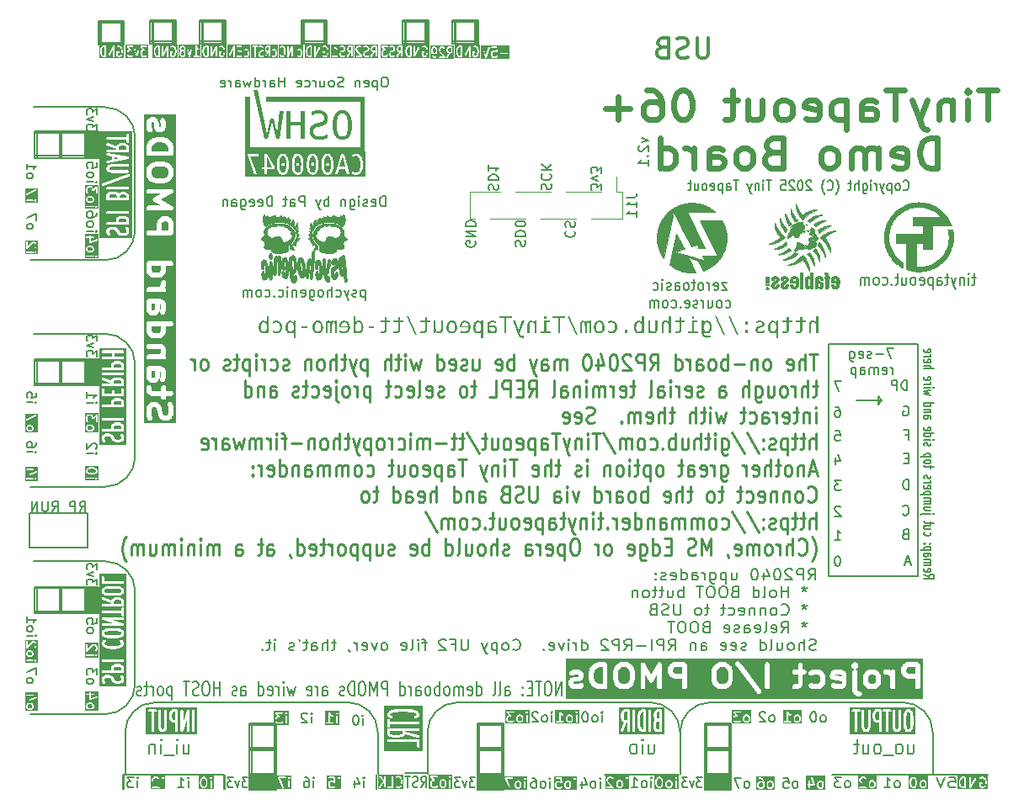
<source format=gbr>
%TF.GenerationSoftware,KiCad,Pcbnew,8.0.8-8.0.8-0~ubuntu22.04.1*%
%TF.CreationDate,2025-02-25T18:23:06-05:00*%
%TF.ProjectId,tinytapeout-demo,74696e79-7461-4706-956f-75742d64656d,2.1.2*%
%TF.SameCoordinates,PX38be5e0PY7d687e0*%
%TF.FileFunction,Legend,Bot*%
%TF.FilePolarity,Positive*%
%FSLAX46Y46*%
G04 Gerber Fmt 4.6, Leading zero omitted, Abs format (unit mm)*
G04 Created by KiCad (PCBNEW 8.0.8-8.0.8-0~ubuntu22.04.1) date 2025-02-25 18:23:06*
%MOMM*%
%LPD*%
G01*
G04 APERTURE LIST*
%ADD10C,0.200000*%
%ADD11C,0.150000*%
%ADD12C,0.180000*%
%ADD13C,0.275000*%
%ADD14C,0.500000*%
%ADD15C,0.170000*%
%ADD16C,0.300000*%
%ADD17C,0.600000*%
%ADD18C,0.220000*%
%ADD19C,0.007028*%
%ADD20C,0.010000*%
%ADD21C,0.000000*%
%ADD22C,0.120000*%
G04 APERTURE END LIST*
D10*
X97700000Y-56400000D02*
X100300000Y-56400000D01*
X105400000Y-131500000D02*
X105400000Y-124805000D01*
D11*
X67800000Y-85600000D02*
G75*
G02*
X70800000Y-88600000I0J-3000000D01*
G01*
D10*
X102900000Y-56400000D02*
X102900000Y-54000000D01*
X105200000Y-129905000D02*
X107850000Y-129905000D01*
X84950000Y-131500000D02*
X84950000Y-124805000D01*
X97700000Y-56200000D02*
X100300000Y-56200000D01*
X105300000Y-54200000D02*
X102700000Y-54200000D01*
X105300000Y-56400000D02*
X105300000Y-54000000D01*
X69500000Y-56500000D02*
X69500000Y-54100000D01*
D11*
X65805000Y-111225000D02*
X67105000Y-111225000D01*
X67105000Y-113625000D01*
X65805000Y-113625000D01*
X65805000Y-111225000D01*
G36*
X65805000Y-111225000D02*
G01*
X67105000Y-111225000D01*
X67105000Y-113625000D01*
X65805000Y-113625000D01*
X65805000Y-111225000D01*
G37*
X125600000Y-125705000D02*
X125600000Y-129905000D01*
D10*
X87500000Y-54000000D02*
X87500000Y-56400000D01*
X89800000Y-56400000D02*
X89800000Y-54000000D01*
X63405000Y-90800000D02*
X63405000Y-88150000D01*
D11*
X70800000Y-111500000D02*
X70800000Y-120900000D01*
D10*
X103000000Y-56400000D02*
X103000000Y-54000000D01*
X79900000Y-54200000D02*
X77300000Y-54200000D01*
D11*
X103200000Y-122705000D02*
X122600000Y-122705000D01*
D10*
X107850000Y-131500000D02*
X107850000Y-124805000D01*
D11*
X69600000Y-131450000D02*
X69600000Y-130005000D01*
D10*
X82300000Y-125005000D02*
X84950000Y-125005000D01*
X63405000Y-113725000D02*
X63405000Y-111075000D01*
X87500000Y-56200000D02*
X90100000Y-56200000D01*
X74700000Y-56400000D02*
X74700000Y-54000000D01*
X77300000Y-54000000D02*
X77300000Y-56400000D01*
X69700000Y-56500000D02*
X69700000Y-54100000D01*
X128275000Y-131500000D02*
X128275000Y-124805000D01*
D11*
X128600000Y-122705000D02*
X148000000Y-122705000D01*
D10*
X60705000Y-113725000D02*
X60705000Y-111075000D01*
X105200000Y-127305000D02*
X107850000Y-127305000D01*
X130575000Y-131500000D02*
X130575000Y-124805000D01*
D11*
X140500000Y-86600000D02*
X140500000Y-86800000D01*
X125600000Y-129905000D02*
X125600000Y-125705000D01*
X65805000Y-65400000D02*
X67105000Y-65400000D01*
X67105000Y-67800000D01*
X65805000Y-67800000D01*
X65805000Y-65400000D01*
G36*
X65805000Y-65400000D02*
G01*
X67105000Y-65400000D01*
X67105000Y-67800000D01*
X65805000Y-67800000D01*
X65805000Y-65400000D01*
G37*
D10*
X67105000Y-90825000D02*
X67105000Y-88175000D01*
D11*
X82400000Y-129905000D02*
X84800000Y-129905000D01*
X84800000Y-131405000D01*
X82400000Y-131405000D01*
X82400000Y-129905000D01*
G36*
X82400000Y-129905000D02*
G01*
X84800000Y-129905000D01*
X84800000Y-131405000D01*
X82400000Y-131405000D01*
X82400000Y-129905000D01*
G37*
D10*
X65805000Y-67900000D02*
X65805000Y-65375000D01*
X84800000Y-131500000D02*
X84800000Y-124805000D01*
X97700000Y-54000000D02*
X97700000Y-56400000D01*
X69700000Y-54300000D02*
X67100000Y-54300000D01*
D11*
X70800000Y-88600000D02*
X70800000Y-98000000D01*
D10*
X90100000Y-56400000D02*
X90100000Y-54000000D01*
D11*
X67800000Y-123900000D02*
X60300000Y-123900000D01*
D10*
X105100000Y-56400000D02*
X105100000Y-54000000D01*
D11*
X60600000Y-108500000D02*
X67800000Y-108500000D01*
X67800000Y-78200000D02*
X60300000Y-78200000D01*
D10*
X128075000Y-131500000D02*
X130725000Y-131500000D01*
D11*
X140500000Y-110000000D02*
X149500000Y-110000000D01*
X70800000Y-65800000D02*
X70800000Y-75200000D01*
X148000000Y-122705000D02*
G75*
G02*
X151000000Y-125705000I0J-3000000D01*
G01*
X70800000Y-120900000D02*
G75*
G02*
X67800000Y-123900000I-3000000J0D01*
G01*
D10*
X82300000Y-127505000D02*
X84950000Y-127505000D01*
X87800000Y-56400000D02*
X87800000Y-54000000D01*
X102700000Y-56400000D02*
X105300000Y-56400000D01*
X100000000Y-56400000D02*
X100000000Y-54000000D01*
X77300000Y-56400000D02*
X79900000Y-56400000D01*
D11*
X128175000Y-129905000D02*
X130575000Y-129905000D01*
X130575000Y-131405000D01*
X128175000Y-131405000D01*
X128175000Y-129905000D01*
G36*
X128175000Y-129905000D02*
G01*
X130575000Y-129905000D01*
X130575000Y-131405000D01*
X128175000Y-131405000D01*
X128175000Y-129905000D01*
G37*
D10*
X67100000Y-56500000D02*
X69700000Y-56500000D01*
X105200000Y-124805000D02*
X107850000Y-124805000D01*
X77300000Y-56200000D02*
X79900000Y-56200000D01*
X90100000Y-54200000D02*
X87500000Y-54200000D01*
X105000000Y-56400000D02*
X105000000Y-54000000D01*
X60705000Y-90800000D02*
X60705000Y-88150000D01*
D11*
X70800000Y-98000000D02*
G75*
G02*
X67800000Y-101000000I-3000000J0D01*
G01*
D10*
X82300000Y-124805000D02*
X84950000Y-124805000D01*
X74900000Y-54000000D02*
X72300000Y-54000000D01*
X67100000Y-113725000D02*
X60705000Y-113725000D01*
D11*
X65805000Y-88300000D02*
X67105000Y-88300000D01*
X67105000Y-90700000D01*
X65805000Y-90700000D01*
X65805000Y-88300000D01*
G36*
X65805000Y-88300000D02*
G01*
X67105000Y-88300000D01*
X67105000Y-90700000D01*
X65805000Y-90700000D01*
X65805000Y-88300000D01*
G37*
D10*
X72600000Y-56400000D02*
X72600000Y-54000000D01*
X72300000Y-56400000D02*
X74900000Y-56400000D01*
X65805000Y-90800000D02*
X65805000Y-88150000D01*
X67400000Y-56500000D02*
X67400000Y-54100000D01*
X60905000Y-67900000D02*
X60905000Y-65250000D01*
D11*
X79700000Y-131450000D02*
X79700000Y-130005000D01*
D10*
X72500000Y-56400000D02*
X72500000Y-54000000D01*
D11*
X125485000Y-130005000D02*
X117985000Y-130005000D01*
D10*
X67105000Y-113750000D02*
X67105000Y-111100000D01*
D11*
X67800000Y-108500000D02*
G75*
G02*
X70800000Y-111500000I0J-3000000D01*
G01*
D10*
X67100000Y-111075000D02*
X60705000Y-111075000D01*
X67100000Y-88150000D02*
X60705000Y-88150000D01*
X102700000Y-54000000D02*
X102700000Y-56400000D01*
D11*
X60600000Y-62800000D02*
X67800000Y-62800000D01*
X100200000Y-129905000D02*
X100200000Y-125705000D01*
D10*
X67300000Y-56500000D02*
X67300000Y-54100000D01*
X128075000Y-127505000D02*
X130725000Y-127505000D01*
X100300000Y-56400000D02*
X100300000Y-54000000D01*
X77600000Y-56400000D02*
X77600000Y-54000000D01*
X67100000Y-65250000D02*
X60705000Y-65250000D01*
D11*
X67800000Y-62800000D02*
G75*
G02*
X70800000Y-65800000I0J-3000000D01*
G01*
D10*
X102700000Y-56200000D02*
X105300000Y-56200000D01*
D11*
X95200000Y-129905000D02*
X95200000Y-125705000D01*
D10*
X87700000Y-56400000D02*
X87700000Y-54000000D01*
X67100000Y-67900000D02*
X60705000Y-67900000D01*
X67105000Y-90750000D02*
X67105000Y-88100000D01*
X72300000Y-54000000D02*
X72300000Y-56400000D01*
X67100000Y-56300000D02*
X69700000Y-56300000D01*
X60705000Y-67900000D02*
X60705000Y-65250000D01*
X65805000Y-67900000D02*
X65805000Y-65250000D01*
X82300000Y-127405000D02*
X84950000Y-127405000D01*
X60905000Y-113725000D02*
X60905000Y-111075000D01*
X69700000Y-54100000D02*
X67100000Y-54100000D01*
D11*
X60600000Y-85600000D02*
X67800000Y-85600000D01*
D10*
X105300000Y-54000000D02*
X102700000Y-54000000D01*
X63305000Y-90800000D02*
X63305000Y-88150000D01*
D11*
X95050000Y-131450000D02*
X95050000Y-130005000D01*
D10*
X67100000Y-90800000D02*
X60705000Y-90800000D01*
X105200000Y-131500000D02*
X107850000Y-131500000D01*
X89900000Y-56400000D02*
X89900000Y-54000000D01*
D11*
X69800000Y-125705000D02*
G75*
G02*
X72800000Y-122705000I3000000J0D01*
G01*
D10*
X82300000Y-127305000D02*
X84950000Y-127305000D01*
X105200000Y-127505000D02*
X107850000Y-127505000D01*
X128075000Y-127305000D02*
X130725000Y-127305000D01*
D11*
X140500000Y-86800000D02*
X140500000Y-110000000D01*
D10*
X65805000Y-113725000D02*
X65805000Y-111075000D01*
D11*
X70800000Y-75200000D02*
G75*
G02*
X67800000Y-78200000I-3000000J0D01*
G01*
D10*
X69400000Y-56500000D02*
X69400000Y-54100000D01*
D11*
X67800000Y-101000000D02*
X60300000Y-101000000D01*
X100200000Y-125705000D02*
G75*
G02*
X103200000Y-122705000I3000000J0D01*
G01*
D10*
X79900000Y-56400000D02*
X79900000Y-54000000D01*
X72300000Y-56200000D02*
X74900000Y-56200000D01*
X74900000Y-54200000D02*
X72300000Y-54200000D01*
D11*
X145500000Y-92000000D02*
X145500000Y-91900000D01*
X151000000Y-125705000D02*
X151000000Y-129905000D01*
D10*
X67100000Y-67700000D02*
X60705000Y-67700000D01*
X82300000Y-131500000D02*
X84950000Y-131500000D01*
X128075000Y-124805000D02*
X130725000Y-124805000D01*
X82300000Y-131500000D02*
X82300000Y-124805000D01*
X79900000Y-54000000D02*
X77300000Y-54000000D01*
X143300000Y-92300000D02*
X145900000Y-92300000D01*
X79700000Y-56400000D02*
X79700000Y-54000000D01*
D11*
X92200000Y-122705000D02*
G75*
G02*
X95200000Y-125705000I0J-3000000D01*
G01*
D10*
X82300000Y-129905000D02*
X84950000Y-129905000D01*
X105200000Y-127405000D02*
X107850000Y-127405000D01*
X145900000Y-92300000D02*
X145500000Y-92700000D01*
D11*
X149500000Y-86600000D02*
X140500000Y-86600000D01*
D10*
X97900000Y-56400000D02*
X97900000Y-54000000D01*
X63205000Y-90800000D02*
X63205000Y-88150000D01*
X74600000Y-56400000D02*
X74600000Y-54000000D01*
X100300000Y-54200000D02*
X97700000Y-54200000D01*
X128075000Y-131500000D02*
X128075000Y-124805000D01*
D11*
X65805000Y-65525000D02*
X67105000Y-65525000D01*
X67105000Y-67925000D01*
X65805000Y-67925000D01*
X65805000Y-65525000D01*
G36*
X65805000Y-65525000D02*
G01*
X67105000Y-65525000D01*
X67105000Y-67925000D01*
X65805000Y-67925000D01*
X65805000Y-65525000D01*
G37*
D10*
X74900000Y-56400000D02*
X74900000Y-54000000D01*
X60905000Y-90800000D02*
X60905000Y-88150000D01*
X67105000Y-67925000D02*
X67105000Y-65275000D01*
D11*
X156500000Y-130005000D02*
X140845000Y-130005000D01*
D10*
X67100000Y-65400000D02*
X60705000Y-65400000D01*
D11*
X69700000Y-131450000D02*
X69700000Y-130005000D01*
D10*
X107700000Y-131500000D02*
X107700000Y-124805000D01*
X67100000Y-113525000D02*
X60705000Y-113525000D01*
X90100000Y-54000000D02*
X87500000Y-54000000D01*
D11*
X65805000Y-88225000D02*
X67105000Y-88225000D01*
X67105000Y-90625000D01*
X65805000Y-90625000D01*
X65805000Y-88225000D01*
G36*
X65805000Y-88225000D02*
G01*
X67105000Y-88225000D01*
X67105000Y-90625000D01*
X65805000Y-90625000D01*
X65805000Y-88225000D01*
G37*
X79850000Y-131450000D02*
X79850000Y-130005000D01*
X69600000Y-130005000D02*
X79765000Y-130005000D01*
D10*
X87500000Y-56400000D02*
X90100000Y-56400000D01*
X105200000Y-125005000D02*
X107850000Y-125005000D01*
X145500000Y-92700000D02*
X145500000Y-92000000D01*
D11*
X125600000Y-125705000D02*
G75*
G02*
X128600000Y-122705000I3000000J0D01*
G01*
D10*
X105200000Y-131500000D02*
X105200000Y-124805000D01*
X128075000Y-125005000D02*
X130725000Y-125005000D01*
X67100000Y-88300000D02*
X60705000Y-88300000D01*
X79600000Y-56400000D02*
X79600000Y-54000000D01*
X65805000Y-90725000D02*
X65805000Y-88075000D01*
X63205000Y-113725000D02*
X63205000Y-111075000D01*
D11*
X145600000Y-92500000D02*
X145600000Y-92200000D01*
D10*
X82500000Y-131500000D02*
X82500000Y-124805000D01*
D11*
X149500000Y-110000000D02*
X149500000Y-86600000D01*
X122600000Y-122705000D02*
G75*
G02*
X125600000Y-125705000I0J-3000000D01*
G01*
D10*
X67100000Y-111225000D02*
X60705000Y-111225000D01*
X63405000Y-67900000D02*
X63405000Y-65250000D01*
D11*
X69800000Y-129905000D02*
X69800000Y-125705000D01*
X60165227Y-103684773D02*
X66000000Y-103684773D01*
X66000000Y-107100000D01*
X60165227Y-107100000D01*
X60165227Y-103684773D01*
D10*
X77500000Y-56400000D02*
X77500000Y-54000000D01*
X63305000Y-67900000D02*
X63305000Y-65250000D01*
X63205000Y-67900000D02*
X63205000Y-65250000D01*
X67100000Y-90600000D02*
X60705000Y-90600000D01*
X67100000Y-54100000D02*
X67100000Y-56500000D01*
X98000000Y-56400000D02*
X98000000Y-54000000D01*
X128075000Y-129905000D02*
X130725000Y-129905000D01*
X145500000Y-91900000D02*
X145900000Y-92300000D01*
X100300000Y-54000000D02*
X97700000Y-54000000D01*
X67100000Y-67900000D02*
X67105000Y-65400000D01*
X130725000Y-131500000D02*
X130725000Y-124805000D01*
X128075000Y-127405000D02*
X130725000Y-127405000D01*
D11*
X72800000Y-122705000D02*
X92200000Y-122705000D01*
D10*
X100100000Y-56400000D02*
X100100000Y-54000000D01*
X63305000Y-113725000D02*
X63305000Y-111075000D01*
D11*
X105300000Y-129905000D02*
X107700000Y-129905000D01*
X107700000Y-131405000D01*
X105300000Y-131405000D01*
X105300000Y-129905000D01*
G36*
X105300000Y-129905000D02*
G01*
X107700000Y-129905000D01*
X107700000Y-131405000D01*
X105300000Y-131405000D01*
X105300000Y-129905000D01*
G37*
X134898684Y-124669819D02*
X134998684Y-124622200D01*
X134998684Y-124622200D02*
X135048684Y-124574580D01*
X135048684Y-124574580D02*
X135098684Y-124479342D01*
X135098684Y-124479342D02*
X135098684Y-124193628D01*
X135098684Y-124193628D02*
X135048684Y-124098390D01*
X135048684Y-124098390D02*
X134998684Y-124050771D01*
X134998684Y-124050771D02*
X134898684Y-124003152D01*
X134898684Y-124003152D02*
X134748684Y-124003152D01*
X134748684Y-124003152D02*
X134648684Y-124050771D01*
X134648684Y-124050771D02*
X134598684Y-124098390D01*
X134598684Y-124098390D02*
X134548684Y-124193628D01*
X134548684Y-124193628D02*
X134548684Y-124479342D01*
X134548684Y-124479342D02*
X134598684Y-124574580D01*
X134598684Y-124574580D02*
X134648684Y-124622200D01*
X134648684Y-124622200D02*
X134748684Y-124669819D01*
X134748684Y-124669819D02*
X134898684Y-124669819D01*
X134148684Y-123765057D02*
X134098684Y-123717438D01*
X134098684Y-123717438D02*
X133998684Y-123669819D01*
X133998684Y-123669819D02*
X133748684Y-123669819D01*
X133748684Y-123669819D02*
X133648684Y-123717438D01*
X133648684Y-123717438D02*
X133598684Y-123765057D01*
X133598684Y-123765057D02*
X133548684Y-123860295D01*
X133548684Y-123860295D02*
X133548684Y-123955533D01*
X133548684Y-123955533D02*
X133598684Y-124098390D01*
X133598684Y-124098390D02*
X134198684Y-124669819D01*
X134198684Y-124669819D02*
X133548684Y-124669819D01*
X76148684Y-131269819D02*
X76148684Y-130603152D01*
X76148684Y-130269819D02*
X76198684Y-130317438D01*
X76198684Y-130317438D02*
X76148684Y-130365057D01*
X76148684Y-130365057D02*
X76098684Y-130317438D01*
X76098684Y-130317438D02*
X76148684Y-130269819D01*
X76148684Y-130269819D02*
X76148684Y-130365057D01*
X75098684Y-131269819D02*
X75698684Y-131269819D01*
X75398684Y-131269819D02*
X75398684Y-130269819D01*
X75398684Y-130269819D02*
X75498684Y-130412676D01*
X75498684Y-130412676D02*
X75598684Y-130507914D01*
X75598684Y-130507914D02*
X75698684Y-130555533D01*
X141758458Y-90369819D02*
X141091792Y-90369819D01*
X141091792Y-90369819D02*
X141520363Y-91369819D01*
X66930180Y-65070112D02*
X66930180Y-64512969D01*
X66930180Y-64512969D02*
X66549228Y-64812969D01*
X66549228Y-64812969D02*
X66549228Y-64684398D01*
X66549228Y-64684398D02*
X66501609Y-64598684D01*
X66501609Y-64598684D02*
X66453990Y-64555826D01*
X66453990Y-64555826D02*
X66358752Y-64512969D01*
X66358752Y-64512969D02*
X66120657Y-64512969D01*
X66120657Y-64512969D02*
X66025419Y-64555826D01*
X66025419Y-64555826D02*
X65977800Y-64598684D01*
X65977800Y-64598684D02*
X65930180Y-64684398D01*
X65930180Y-64684398D02*
X65930180Y-64941541D01*
X65930180Y-64941541D02*
X65977800Y-65027255D01*
X65977800Y-65027255D02*
X66025419Y-65070112D01*
X66596847Y-64212969D02*
X65930180Y-63998683D01*
X65930180Y-63998683D02*
X66596847Y-63784398D01*
X66930180Y-63527255D02*
X66930180Y-62970112D01*
X66930180Y-62970112D02*
X66549228Y-63270112D01*
X66549228Y-63270112D02*
X66549228Y-63141541D01*
X66549228Y-63141541D02*
X66501609Y-63055827D01*
X66501609Y-63055827D02*
X66453990Y-63012969D01*
X66453990Y-63012969D02*
X66358752Y-62970112D01*
X66358752Y-62970112D02*
X66120657Y-62970112D01*
X66120657Y-62970112D02*
X66025419Y-63012969D01*
X66025419Y-63012969D02*
X65977800Y-63055827D01*
X65977800Y-63055827D02*
X65930180Y-63141541D01*
X65930180Y-63141541D02*
X65930180Y-63398684D01*
X65930180Y-63398684D02*
X65977800Y-63484398D01*
X65977800Y-63484398D02*
X66025419Y-63527255D01*
X150130180Y-109834649D02*
X150606371Y-110067982D01*
X150130180Y-110234649D02*
X151130180Y-110234649D01*
X151130180Y-110234649D02*
X151130180Y-109967982D01*
X151130180Y-109967982D02*
X151082561Y-109901316D01*
X151082561Y-109901316D02*
X151034942Y-109867982D01*
X151034942Y-109867982D02*
X150939704Y-109834649D01*
X150939704Y-109834649D02*
X150796847Y-109834649D01*
X150796847Y-109834649D02*
X150701609Y-109867982D01*
X150701609Y-109867982D02*
X150653990Y-109901316D01*
X150653990Y-109901316D02*
X150606371Y-109967982D01*
X150606371Y-109967982D02*
X150606371Y-110234649D01*
X150177800Y-109267982D02*
X150130180Y-109334649D01*
X150130180Y-109334649D02*
X150130180Y-109467982D01*
X150130180Y-109467982D02*
X150177800Y-109534649D01*
X150177800Y-109534649D02*
X150273038Y-109567982D01*
X150273038Y-109567982D02*
X150653990Y-109567982D01*
X150653990Y-109567982D02*
X150749228Y-109534649D01*
X150749228Y-109534649D02*
X150796847Y-109467982D01*
X150796847Y-109467982D02*
X150796847Y-109334649D01*
X150796847Y-109334649D02*
X150749228Y-109267982D01*
X150749228Y-109267982D02*
X150653990Y-109234649D01*
X150653990Y-109234649D02*
X150558752Y-109234649D01*
X150558752Y-109234649D02*
X150463514Y-109567982D01*
X150130180Y-108934649D02*
X150796847Y-108934649D01*
X150701609Y-108934649D02*
X150749228Y-108901316D01*
X150749228Y-108901316D02*
X150796847Y-108834649D01*
X150796847Y-108834649D02*
X150796847Y-108734649D01*
X150796847Y-108734649D02*
X150749228Y-108667982D01*
X150749228Y-108667982D02*
X150653990Y-108634649D01*
X150653990Y-108634649D02*
X150130180Y-108634649D01*
X150653990Y-108634649D02*
X150749228Y-108601316D01*
X150749228Y-108601316D02*
X150796847Y-108534649D01*
X150796847Y-108534649D02*
X150796847Y-108434649D01*
X150796847Y-108434649D02*
X150749228Y-108367982D01*
X150749228Y-108367982D02*
X150653990Y-108334649D01*
X150653990Y-108334649D02*
X150130180Y-108334649D01*
X150130180Y-107701316D02*
X150653990Y-107701316D01*
X150653990Y-107701316D02*
X150749228Y-107734649D01*
X150749228Y-107734649D02*
X150796847Y-107801316D01*
X150796847Y-107801316D02*
X150796847Y-107934649D01*
X150796847Y-107934649D02*
X150749228Y-108001316D01*
X150177800Y-107701316D02*
X150130180Y-107767983D01*
X150130180Y-107767983D02*
X150130180Y-107934649D01*
X150130180Y-107934649D02*
X150177800Y-108001316D01*
X150177800Y-108001316D02*
X150273038Y-108034649D01*
X150273038Y-108034649D02*
X150368276Y-108034649D01*
X150368276Y-108034649D02*
X150463514Y-108001316D01*
X150463514Y-108001316D02*
X150511133Y-107934649D01*
X150511133Y-107934649D02*
X150511133Y-107767983D01*
X150511133Y-107767983D02*
X150558752Y-107701316D01*
X150796847Y-107367983D02*
X149796847Y-107367983D01*
X150749228Y-107367983D02*
X150796847Y-107301316D01*
X150796847Y-107301316D02*
X150796847Y-107167983D01*
X150796847Y-107167983D02*
X150749228Y-107101316D01*
X150749228Y-107101316D02*
X150701609Y-107067983D01*
X150701609Y-107067983D02*
X150606371Y-107034650D01*
X150606371Y-107034650D02*
X150320657Y-107034650D01*
X150320657Y-107034650D02*
X150225419Y-107067983D01*
X150225419Y-107067983D02*
X150177800Y-107101316D01*
X150177800Y-107101316D02*
X150130180Y-107167983D01*
X150130180Y-107167983D02*
X150130180Y-107301316D01*
X150130180Y-107301316D02*
X150177800Y-107367983D01*
X150225419Y-106734650D02*
X150177800Y-106701317D01*
X150177800Y-106701317D02*
X150130180Y-106734650D01*
X150130180Y-106734650D02*
X150177800Y-106767983D01*
X150177800Y-106767983D02*
X150225419Y-106734650D01*
X150225419Y-106734650D02*
X150130180Y-106734650D01*
X150749228Y-106734650D02*
X150701609Y-106701317D01*
X150701609Y-106701317D02*
X150653990Y-106734650D01*
X150653990Y-106734650D02*
X150701609Y-106767983D01*
X150701609Y-106767983D02*
X150749228Y-106734650D01*
X150749228Y-106734650D02*
X150653990Y-106734650D01*
X150177800Y-105567984D02*
X150130180Y-105634651D01*
X150130180Y-105634651D02*
X150130180Y-105767984D01*
X150130180Y-105767984D02*
X150177800Y-105834651D01*
X150177800Y-105834651D02*
X150225419Y-105867984D01*
X150225419Y-105867984D02*
X150320657Y-105901317D01*
X150320657Y-105901317D02*
X150606371Y-105901317D01*
X150606371Y-105901317D02*
X150701609Y-105867984D01*
X150701609Y-105867984D02*
X150749228Y-105834651D01*
X150749228Y-105834651D02*
X150796847Y-105767984D01*
X150796847Y-105767984D02*
X150796847Y-105634651D01*
X150796847Y-105634651D02*
X150749228Y-105567984D01*
X150796847Y-104967984D02*
X150130180Y-104967984D01*
X150796847Y-105267984D02*
X150273038Y-105267984D01*
X150273038Y-105267984D02*
X150177800Y-105234651D01*
X150177800Y-105234651D02*
X150130180Y-105167984D01*
X150130180Y-105167984D02*
X150130180Y-105067984D01*
X150130180Y-105067984D02*
X150177800Y-105001317D01*
X150177800Y-105001317D02*
X150225419Y-104967984D01*
X150796847Y-104734651D02*
X150796847Y-104467984D01*
X151130180Y-104634651D02*
X150273038Y-104634651D01*
X150273038Y-104634651D02*
X150177800Y-104601318D01*
X150177800Y-104601318D02*
X150130180Y-104534651D01*
X150130180Y-104534651D02*
X150130180Y-104467984D01*
X150796847Y-103701318D02*
X149939704Y-103701318D01*
X149939704Y-103701318D02*
X149844466Y-103734651D01*
X149844466Y-103734651D02*
X149796847Y-103801318D01*
X149796847Y-103801318D02*
X149796847Y-103834651D01*
X151130180Y-103701318D02*
X151082561Y-103734651D01*
X151082561Y-103734651D02*
X151034942Y-103701318D01*
X151034942Y-103701318D02*
X151082561Y-103667985D01*
X151082561Y-103667985D02*
X151130180Y-103701318D01*
X151130180Y-103701318D02*
X151034942Y-103701318D01*
X150796847Y-103067985D02*
X150130180Y-103067985D01*
X150796847Y-103367985D02*
X150273038Y-103367985D01*
X150273038Y-103367985D02*
X150177800Y-103334652D01*
X150177800Y-103334652D02*
X150130180Y-103267985D01*
X150130180Y-103267985D02*
X150130180Y-103167985D01*
X150130180Y-103167985D02*
X150177800Y-103101318D01*
X150177800Y-103101318D02*
X150225419Y-103067985D01*
X150130180Y-102734652D02*
X150796847Y-102734652D01*
X150701609Y-102734652D02*
X150749228Y-102701319D01*
X150749228Y-102701319D02*
X150796847Y-102634652D01*
X150796847Y-102634652D02*
X150796847Y-102534652D01*
X150796847Y-102534652D02*
X150749228Y-102467985D01*
X150749228Y-102467985D02*
X150653990Y-102434652D01*
X150653990Y-102434652D02*
X150130180Y-102434652D01*
X150653990Y-102434652D02*
X150749228Y-102401319D01*
X150749228Y-102401319D02*
X150796847Y-102334652D01*
X150796847Y-102334652D02*
X150796847Y-102234652D01*
X150796847Y-102234652D02*
X150749228Y-102167985D01*
X150749228Y-102167985D02*
X150653990Y-102134652D01*
X150653990Y-102134652D02*
X150130180Y-102134652D01*
X150796847Y-101801319D02*
X149796847Y-101801319D01*
X150749228Y-101801319D02*
X150796847Y-101734652D01*
X150796847Y-101734652D02*
X150796847Y-101601319D01*
X150796847Y-101601319D02*
X150749228Y-101534652D01*
X150749228Y-101534652D02*
X150701609Y-101501319D01*
X150701609Y-101501319D02*
X150606371Y-101467986D01*
X150606371Y-101467986D02*
X150320657Y-101467986D01*
X150320657Y-101467986D02*
X150225419Y-101501319D01*
X150225419Y-101501319D02*
X150177800Y-101534652D01*
X150177800Y-101534652D02*
X150130180Y-101601319D01*
X150130180Y-101601319D02*
X150130180Y-101734652D01*
X150130180Y-101734652D02*
X150177800Y-101801319D01*
X150177800Y-100901319D02*
X150130180Y-100967986D01*
X150130180Y-100967986D02*
X150130180Y-101101319D01*
X150130180Y-101101319D02*
X150177800Y-101167986D01*
X150177800Y-101167986D02*
X150273038Y-101201319D01*
X150273038Y-101201319D02*
X150653990Y-101201319D01*
X150653990Y-101201319D02*
X150749228Y-101167986D01*
X150749228Y-101167986D02*
X150796847Y-101101319D01*
X150796847Y-101101319D02*
X150796847Y-100967986D01*
X150796847Y-100967986D02*
X150749228Y-100901319D01*
X150749228Y-100901319D02*
X150653990Y-100867986D01*
X150653990Y-100867986D02*
X150558752Y-100867986D01*
X150558752Y-100867986D02*
X150463514Y-101201319D01*
X150130180Y-100567986D02*
X150796847Y-100567986D01*
X150606371Y-100567986D02*
X150701609Y-100534653D01*
X150701609Y-100534653D02*
X150749228Y-100501319D01*
X150749228Y-100501319D02*
X150796847Y-100434653D01*
X150796847Y-100434653D02*
X150796847Y-100367986D01*
X150177800Y-100167986D02*
X150130180Y-100101320D01*
X150130180Y-100101320D02*
X150130180Y-99967986D01*
X150130180Y-99967986D02*
X150177800Y-99901320D01*
X150177800Y-99901320D02*
X150273038Y-99867986D01*
X150273038Y-99867986D02*
X150320657Y-99867986D01*
X150320657Y-99867986D02*
X150415895Y-99901320D01*
X150415895Y-99901320D02*
X150463514Y-99967986D01*
X150463514Y-99967986D02*
X150463514Y-100067986D01*
X150463514Y-100067986D02*
X150511133Y-100134653D01*
X150511133Y-100134653D02*
X150606371Y-100167986D01*
X150606371Y-100167986D02*
X150653990Y-100167986D01*
X150653990Y-100167986D02*
X150749228Y-100134653D01*
X150749228Y-100134653D02*
X150796847Y-100067986D01*
X150796847Y-100067986D02*
X150796847Y-99967986D01*
X150796847Y-99967986D02*
X150749228Y-99901320D01*
X150796847Y-99134653D02*
X150796847Y-98867986D01*
X151130180Y-99034653D02*
X150273038Y-99034653D01*
X150273038Y-99034653D02*
X150177800Y-99001320D01*
X150177800Y-99001320D02*
X150130180Y-98934653D01*
X150130180Y-98934653D02*
X150130180Y-98867986D01*
X150130180Y-98534653D02*
X150177800Y-98601320D01*
X150177800Y-98601320D02*
X150225419Y-98634653D01*
X150225419Y-98634653D02*
X150320657Y-98667986D01*
X150320657Y-98667986D02*
X150606371Y-98667986D01*
X150606371Y-98667986D02*
X150701609Y-98634653D01*
X150701609Y-98634653D02*
X150749228Y-98601320D01*
X150749228Y-98601320D02*
X150796847Y-98534653D01*
X150796847Y-98534653D02*
X150796847Y-98434653D01*
X150796847Y-98434653D02*
X150749228Y-98367986D01*
X150749228Y-98367986D02*
X150701609Y-98334653D01*
X150701609Y-98334653D02*
X150606371Y-98301320D01*
X150606371Y-98301320D02*
X150320657Y-98301320D01*
X150320657Y-98301320D02*
X150225419Y-98334653D01*
X150225419Y-98334653D02*
X150177800Y-98367986D01*
X150177800Y-98367986D02*
X150130180Y-98434653D01*
X150130180Y-98434653D02*
X150130180Y-98534653D01*
X150796847Y-98001320D02*
X149796847Y-98001320D01*
X150749228Y-98001320D02*
X150796847Y-97934653D01*
X150796847Y-97934653D02*
X150796847Y-97801320D01*
X150796847Y-97801320D02*
X150749228Y-97734653D01*
X150749228Y-97734653D02*
X150701609Y-97701320D01*
X150701609Y-97701320D02*
X150606371Y-97667987D01*
X150606371Y-97667987D02*
X150320657Y-97667987D01*
X150320657Y-97667987D02*
X150225419Y-97701320D01*
X150225419Y-97701320D02*
X150177800Y-97734653D01*
X150177800Y-97734653D02*
X150130180Y-97801320D01*
X150130180Y-97801320D02*
X150130180Y-97934653D01*
X150130180Y-97934653D02*
X150177800Y-98001320D01*
X150177800Y-96867987D02*
X150130180Y-96801321D01*
X150130180Y-96801321D02*
X150130180Y-96667987D01*
X150130180Y-96667987D02*
X150177800Y-96601321D01*
X150177800Y-96601321D02*
X150273038Y-96567987D01*
X150273038Y-96567987D02*
X150320657Y-96567987D01*
X150320657Y-96567987D02*
X150415895Y-96601321D01*
X150415895Y-96601321D02*
X150463514Y-96667987D01*
X150463514Y-96667987D02*
X150463514Y-96767987D01*
X150463514Y-96767987D02*
X150511133Y-96834654D01*
X150511133Y-96834654D02*
X150606371Y-96867987D01*
X150606371Y-96867987D02*
X150653990Y-96867987D01*
X150653990Y-96867987D02*
X150749228Y-96834654D01*
X150749228Y-96834654D02*
X150796847Y-96767987D01*
X150796847Y-96767987D02*
X150796847Y-96667987D01*
X150796847Y-96667987D02*
X150749228Y-96601321D01*
X150130180Y-96267987D02*
X150796847Y-96267987D01*
X151130180Y-96267987D02*
X151082561Y-96301320D01*
X151082561Y-96301320D02*
X151034942Y-96267987D01*
X151034942Y-96267987D02*
X151082561Y-96234654D01*
X151082561Y-96234654D02*
X151130180Y-96267987D01*
X151130180Y-96267987D02*
X151034942Y-96267987D01*
X150130180Y-95634654D02*
X151130180Y-95634654D01*
X150177800Y-95634654D02*
X150130180Y-95701321D01*
X150130180Y-95701321D02*
X150130180Y-95834654D01*
X150130180Y-95834654D02*
X150177800Y-95901321D01*
X150177800Y-95901321D02*
X150225419Y-95934654D01*
X150225419Y-95934654D02*
X150320657Y-95967987D01*
X150320657Y-95967987D02*
X150606371Y-95967987D01*
X150606371Y-95967987D02*
X150701609Y-95934654D01*
X150701609Y-95934654D02*
X150749228Y-95901321D01*
X150749228Y-95901321D02*
X150796847Y-95834654D01*
X150796847Y-95834654D02*
X150796847Y-95701321D01*
X150796847Y-95701321D02*
X150749228Y-95634654D01*
X150177800Y-95034654D02*
X150130180Y-95101321D01*
X150130180Y-95101321D02*
X150130180Y-95234654D01*
X150130180Y-95234654D02*
X150177800Y-95301321D01*
X150177800Y-95301321D02*
X150273038Y-95334654D01*
X150273038Y-95334654D02*
X150653990Y-95334654D01*
X150653990Y-95334654D02*
X150749228Y-95301321D01*
X150749228Y-95301321D02*
X150796847Y-95234654D01*
X150796847Y-95234654D02*
X150796847Y-95101321D01*
X150796847Y-95101321D02*
X150749228Y-95034654D01*
X150749228Y-95034654D02*
X150653990Y-95001321D01*
X150653990Y-95001321D02*
X150558752Y-95001321D01*
X150558752Y-95001321D02*
X150463514Y-95334654D01*
X150130180Y-93867988D02*
X150653990Y-93867988D01*
X150653990Y-93867988D02*
X150749228Y-93901321D01*
X150749228Y-93901321D02*
X150796847Y-93967988D01*
X150796847Y-93967988D02*
X150796847Y-94101321D01*
X150796847Y-94101321D02*
X150749228Y-94167988D01*
X150177800Y-93867988D02*
X150130180Y-93934655D01*
X150130180Y-93934655D02*
X150130180Y-94101321D01*
X150130180Y-94101321D02*
X150177800Y-94167988D01*
X150177800Y-94167988D02*
X150273038Y-94201321D01*
X150273038Y-94201321D02*
X150368276Y-94201321D01*
X150368276Y-94201321D02*
X150463514Y-94167988D01*
X150463514Y-94167988D02*
X150511133Y-94101321D01*
X150511133Y-94101321D02*
X150511133Y-93934655D01*
X150511133Y-93934655D02*
X150558752Y-93867988D01*
X150796847Y-93534655D02*
X150130180Y-93534655D01*
X150701609Y-93534655D02*
X150749228Y-93501322D01*
X150749228Y-93501322D02*
X150796847Y-93434655D01*
X150796847Y-93434655D02*
X150796847Y-93334655D01*
X150796847Y-93334655D02*
X150749228Y-93267988D01*
X150749228Y-93267988D02*
X150653990Y-93234655D01*
X150653990Y-93234655D02*
X150130180Y-93234655D01*
X150130180Y-92601322D02*
X151130180Y-92601322D01*
X150177800Y-92601322D02*
X150130180Y-92667989D01*
X150130180Y-92667989D02*
X150130180Y-92801322D01*
X150130180Y-92801322D02*
X150177800Y-92867989D01*
X150177800Y-92867989D02*
X150225419Y-92901322D01*
X150225419Y-92901322D02*
X150320657Y-92934655D01*
X150320657Y-92934655D02*
X150606371Y-92934655D01*
X150606371Y-92934655D02*
X150701609Y-92901322D01*
X150701609Y-92901322D02*
X150749228Y-92867989D01*
X150749228Y-92867989D02*
X150796847Y-92801322D01*
X150796847Y-92801322D02*
X150796847Y-92667989D01*
X150796847Y-92667989D02*
X150749228Y-92601322D01*
X150796847Y-91801323D02*
X150130180Y-91667989D01*
X150130180Y-91667989D02*
X150606371Y-91534656D01*
X150606371Y-91534656D02*
X150130180Y-91401323D01*
X150130180Y-91401323D02*
X150796847Y-91267989D01*
X150130180Y-91001323D02*
X150796847Y-91001323D01*
X151130180Y-91001323D02*
X151082561Y-91034656D01*
X151082561Y-91034656D02*
X151034942Y-91001323D01*
X151034942Y-91001323D02*
X151082561Y-90967990D01*
X151082561Y-90967990D02*
X151130180Y-91001323D01*
X151130180Y-91001323D02*
X151034942Y-91001323D01*
X150130180Y-90667990D02*
X150796847Y-90667990D01*
X150606371Y-90667990D02*
X150701609Y-90634657D01*
X150701609Y-90634657D02*
X150749228Y-90601323D01*
X150749228Y-90601323D02*
X150796847Y-90534657D01*
X150796847Y-90534657D02*
X150796847Y-90467990D01*
X150177800Y-89967990D02*
X150130180Y-90034657D01*
X150130180Y-90034657D02*
X150130180Y-90167990D01*
X150130180Y-90167990D02*
X150177800Y-90234657D01*
X150177800Y-90234657D02*
X150273038Y-90267990D01*
X150273038Y-90267990D02*
X150653990Y-90267990D01*
X150653990Y-90267990D02*
X150749228Y-90234657D01*
X150749228Y-90234657D02*
X150796847Y-90167990D01*
X150796847Y-90167990D02*
X150796847Y-90034657D01*
X150796847Y-90034657D02*
X150749228Y-89967990D01*
X150749228Y-89967990D02*
X150653990Y-89934657D01*
X150653990Y-89934657D02*
X150558752Y-89934657D01*
X150558752Y-89934657D02*
X150463514Y-90267990D01*
X150130180Y-89101324D02*
X151130180Y-89101324D01*
X150130180Y-88801324D02*
X150653990Y-88801324D01*
X150653990Y-88801324D02*
X150749228Y-88834657D01*
X150749228Y-88834657D02*
X150796847Y-88901324D01*
X150796847Y-88901324D02*
X150796847Y-89001324D01*
X150796847Y-89001324D02*
X150749228Y-89067991D01*
X150749228Y-89067991D02*
X150701609Y-89101324D01*
X150177800Y-88201324D02*
X150130180Y-88267991D01*
X150130180Y-88267991D02*
X150130180Y-88401324D01*
X150130180Y-88401324D02*
X150177800Y-88467991D01*
X150177800Y-88467991D02*
X150273038Y-88501324D01*
X150273038Y-88501324D02*
X150653990Y-88501324D01*
X150653990Y-88501324D02*
X150749228Y-88467991D01*
X150749228Y-88467991D02*
X150796847Y-88401324D01*
X150796847Y-88401324D02*
X150796847Y-88267991D01*
X150796847Y-88267991D02*
X150749228Y-88201324D01*
X150749228Y-88201324D02*
X150653990Y-88167991D01*
X150653990Y-88167991D02*
X150558752Y-88167991D01*
X150558752Y-88167991D02*
X150463514Y-88501324D01*
X150130180Y-87867991D02*
X150796847Y-87867991D01*
X150606371Y-87867991D02*
X150701609Y-87834658D01*
X150701609Y-87834658D02*
X150749228Y-87801324D01*
X150749228Y-87801324D02*
X150796847Y-87734658D01*
X150796847Y-87734658D02*
X150796847Y-87667991D01*
X150177800Y-87167991D02*
X150130180Y-87234658D01*
X150130180Y-87234658D02*
X150130180Y-87367991D01*
X150130180Y-87367991D02*
X150177800Y-87434658D01*
X150177800Y-87434658D02*
X150273038Y-87467991D01*
X150273038Y-87467991D02*
X150653990Y-87467991D01*
X150653990Y-87467991D02*
X150749228Y-87434658D01*
X150749228Y-87434658D02*
X150796847Y-87367991D01*
X150796847Y-87367991D02*
X150796847Y-87234658D01*
X150796847Y-87234658D02*
X150749228Y-87167991D01*
X150749228Y-87167991D02*
X150653990Y-87134658D01*
X150653990Y-87134658D02*
X150558752Y-87134658D01*
X150558752Y-87134658D02*
X150463514Y-87467991D01*
X117748684Y-124669819D02*
X117748684Y-124003152D01*
X117748684Y-123669819D02*
X117798684Y-123717438D01*
X117798684Y-123717438D02*
X117748684Y-123765057D01*
X117748684Y-123765057D02*
X117698684Y-123717438D01*
X117698684Y-123717438D02*
X117748684Y-123669819D01*
X117748684Y-123669819D02*
X117748684Y-123765057D01*
X117098684Y-124669819D02*
X117198684Y-124622200D01*
X117198684Y-124622200D02*
X117248684Y-124574580D01*
X117248684Y-124574580D02*
X117298684Y-124479342D01*
X117298684Y-124479342D02*
X117298684Y-124193628D01*
X117298684Y-124193628D02*
X117248684Y-124098390D01*
X117248684Y-124098390D02*
X117198684Y-124050771D01*
X117198684Y-124050771D02*
X117098684Y-124003152D01*
X117098684Y-124003152D02*
X116948684Y-124003152D01*
X116948684Y-124003152D02*
X116848684Y-124050771D01*
X116848684Y-124050771D02*
X116798684Y-124098390D01*
X116798684Y-124098390D02*
X116748684Y-124193628D01*
X116748684Y-124193628D02*
X116748684Y-124479342D01*
X116748684Y-124479342D02*
X116798684Y-124574580D01*
X116798684Y-124574580D02*
X116848684Y-124622200D01*
X116848684Y-124622200D02*
X116948684Y-124669819D01*
X116948684Y-124669819D02*
X117098684Y-124669819D01*
X116098684Y-123669819D02*
X115998684Y-123669819D01*
X115998684Y-123669819D02*
X115898684Y-123717438D01*
X115898684Y-123717438D02*
X115848684Y-123765057D01*
X115848684Y-123765057D02*
X115798684Y-123860295D01*
X115798684Y-123860295D02*
X115748684Y-124050771D01*
X115748684Y-124050771D02*
X115748684Y-124288866D01*
X115748684Y-124288866D02*
X115798684Y-124479342D01*
X115798684Y-124479342D02*
X115848684Y-124574580D01*
X115848684Y-124574580D02*
X115898684Y-124622200D01*
X115898684Y-124622200D02*
X115998684Y-124669819D01*
X115998684Y-124669819D02*
X116098684Y-124669819D01*
X116098684Y-124669819D02*
X116198684Y-124622200D01*
X116198684Y-124622200D02*
X116248684Y-124574580D01*
X116248684Y-124574580D02*
X116298684Y-124479342D01*
X116298684Y-124479342D02*
X116348684Y-124288866D01*
X116348684Y-124288866D02*
X116348684Y-124050771D01*
X116348684Y-124050771D02*
X116298684Y-123860295D01*
X116298684Y-123860295D02*
X116248684Y-123765057D01*
X116248684Y-123765057D02*
X116198684Y-123717438D01*
X116198684Y-123717438D02*
X116098684Y-123669819D01*
G36*
X138544829Y-84771824D02*
G01*
X138544829Y-85528000D01*
X138748039Y-85528000D01*
X138748039Y-84771824D01*
X138752644Y-84686173D01*
X138768566Y-84607176D01*
X138802684Y-84534847D01*
X138806266Y-84529926D01*
X138869856Y-84477032D01*
X138951542Y-84454438D01*
X138988764Y-84452549D01*
X139071051Y-84462281D01*
X139146845Y-84495466D01*
X139207215Y-84552200D01*
X139247401Y-84622955D01*
X139270842Y-84701121D01*
X139281558Y-84782124D01*
X139283419Y-84838258D01*
X139283419Y-85528000D01*
X139485847Y-85528000D01*
X139485847Y-83827288D01*
X139283419Y-83827288D01*
X139283419Y-84490847D01*
X139241817Y-84424624D01*
X139186112Y-84366180D01*
X139137264Y-84331796D01*
X139063258Y-84298695D01*
X138986923Y-84281773D01*
X138918422Y-84277476D01*
X138830397Y-84285145D01*
X138754291Y-84308153D01*
X138682919Y-84352371D01*
X138637836Y-84400184D01*
X138597145Y-84469427D01*
X138568080Y-84554448D01*
X138552186Y-84641784D01*
X138545646Y-84726258D01*
X138544829Y-84771824D01*
G37*
G36*
X137677669Y-83952340D02*
G01*
X137677669Y-84302487D01*
X137218101Y-84302487D01*
X137218101Y-84452549D01*
X137677669Y-84452549D01*
X137677669Y-85130568D01*
X137672631Y-85208863D01*
X137651020Y-85286227D01*
X137626085Y-85323617D01*
X137555254Y-85364357D01*
X137476871Y-85377088D01*
X137445931Y-85377937D01*
X137218101Y-85377937D01*
X137218101Y-85528000D01*
X137465471Y-85528000D01*
X137546181Y-85524853D01*
X137628396Y-85513230D01*
X137706602Y-85489459D01*
X137774499Y-85449346D01*
X137786699Y-85438509D01*
X137835952Y-85369984D01*
X137864683Y-85286775D01*
X137876814Y-85207953D01*
X137880097Y-85130568D01*
X137880097Y-84452549D01*
X138208750Y-84452549D01*
X138208750Y-84302487D01*
X137880097Y-84302487D01*
X137880097Y-83952340D01*
X137677669Y-83952340D01*
G37*
G36*
X136330230Y-83952340D02*
G01*
X136330230Y-84302487D01*
X135870662Y-84302487D01*
X135870662Y-84452549D01*
X136330230Y-84452549D01*
X136330230Y-85130568D01*
X136325192Y-85208863D01*
X136303581Y-85286227D01*
X136278646Y-85323617D01*
X136207815Y-85364357D01*
X136129432Y-85377088D01*
X136098492Y-85377937D01*
X135870662Y-85377937D01*
X135870662Y-85528000D01*
X136118032Y-85528000D01*
X136198742Y-85524853D01*
X136280957Y-85513230D01*
X136359163Y-85489459D01*
X136427060Y-85449346D01*
X136439260Y-85438509D01*
X136488513Y-85369984D01*
X136517244Y-85286775D01*
X136529375Y-85207953D01*
X136532658Y-85130568D01*
X136532658Y-84452549D01*
X136861311Y-84452549D01*
X136861311Y-84302487D01*
X136532658Y-84302487D01*
X136532658Y-83952340D01*
X136330230Y-83952340D01*
G37*
G36*
X134957034Y-84279193D02*
G01*
X135038194Y-84294697D01*
X135110969Y-84326325D01*
X135141295Y-84346049D01*
X135198895Y-84399436D01*
X135245401Y-84467399D01*
X135245401Y-84302487D01*
X135449002Y-84302487D01*
X135449002Y-86003198D01*
X135245401Y-86003198D01*
X135245401Y-85363087D01*
X135229389Y-85390961D01*
X135179634Y-85453432D01*
X135112923Y-85504552D01*
X135074818Y-85523434D01*
X134996908Y-85546196D01*
X134916748Y-85553010D01*
X134862733Y-85550378D01*
X134775320Y-85533108D01*
X134696956Y-85499718D01*
X134627644Y-85450209D01*
X134567383Y-85384580D01*
X134530681Y-85328713D01*
X134494851Y-85253462D01*
X134467978Y-85169253D01*
X134452427Y-85092237D01*
X134443096Y-85008999D01*
X134439986Y-84919542D01*
X134440102Y-84915243D01*
X134652184Y-84915243D01*
X134652474Y-84943478D01*
X134656824Y-85022905D01*
X134668498Y-85105569D01*
X134690541Y-85186853D01*
X134726434Y-85261482D01*
X134731120Y-85268646D01*
X134785754Y-85327784D01*
X134862161Y-85366564D01*
X134946448Y-85377937D01*
X134964584Y-85377477D01*
X135046886Y-85361395D01*
X135115221Y-85322339D01*
X135169588Y-85260309D01*
X135178768Y-85245131D01*
X135212751Y-85166288D01*
X135232889Y-85081725D01*
X135242735Y-84996553D01*
X135245401Y-84915243D01*
X135245105Y-84887149D01*
X135240662Y-84808069D01*
X135228743Y-84725672D01*
X135206236Y-84644511D01*
X135169588Y-84569786D01*
X135159832Y-84555589D01*
X135102671Y-84498345D01*
X135031543Y-84463998D01*
X134946448Y-84452549D01*
X134937383Y-84452664D01*
X134854509Y-84466356D01*
X134779656Y-84507777D01*
X134726434Y-84569395D01*
X134717442Y-84584393D01*
X134684160Y-84662803D01*
X134664438Y-84747500D01*
X134654794Y-84833191D01*
X134652184Y-84915243D01*
X134440102Y-84915243D01*
X134441970Y-84846263D01*
X134450032Y-84760417D01*
X134464295Y-84680964D01*
X134489597Y-84594058D01*
X134523830Y-84516356D01*
X134566992Y-84447860D01*
X134609019Y-84398775D01*
X134675710Y-84344032D01*
X134751565Y-84305596D01*
X134836582Y-84283466D01*
X134916748Y-84277476D01*
X134957034Y-84279193D01*
G37*
G36*
X133240655Y-84352508D02*
G01*
X133240655Y-84552591D01*
X133311402Y-84516077D01*
X133388167Y-84485986D01*
X133415729Y-84477560D01*
X133493264Y-84460463D01*
X133571995Y-84452940D01*
X133594710Y-84452549D01*
X133673852Y-84456747D01*
X133750789Y-84472867D01*
X133799874Y-84495536D01*
X133852625Y-84553478D01*
X133867480Y-84625669D01*
X133849708Y-84705683D01*
X133817069Y-84744078D01*
X133743819Y-84777898D01*
X133666315Y-84799244D01*
X133589579Y-84815633D01*
X133565010Y-84820281D01*
X133483726Y-84834741D01*
X133404876Y-84855081D01*
X133330825Y-84888267D01*
X133265854Y-84937643D01*
X133255896Y-84948069D01*
X133208507Y-85018869D01*
X133184281Y-85096417D01*
X133178129Y-85168865D01*
X133186238Y-85254228D01*
X133210565Y-85329772D01*
X133257317Y-85403023D01*
X133307871Y-85451405D01*
X133379043Y-85495857D01*
X133462819Y-85527609D01*
X133546460Y-85544973D01*
X133625833Y-85552117D01*
X133668178Y-85553010D01*
X133749838Y-85548223D01*
X133828611Y-85535205D01*
X133859665Y-85528000D01*
X133937004Y-85505725D01*
X134011954Y-85479127D01*
X134076161Y-85452968D01*
X134076161Y-85252884D01*
X134006323Y-85288910D01*
X133931793Y-85321486D01*
X133859665Y-85346674D01*
X133783589Y-85365725D01*
X133704771Y-85376441D01*
X133663879Y-85377937D01*
X133578884Y-85371610D01*
X133502488Y-85350279D01*
X133456371Y-85324399D01*
X133403357Y-85264761D01*
X133382800Y-85186234D01*
X133382512Y-85174336D01*
X133408806Y-85095987D01*
X133477434Y-85039765D01*
X133560261Y-85005398D01*
X133651765Y-84982459D01*
X133660753Y-84980114D01*
X133736566Y-84965264D01*
X133818021Y-84945798D01*
X133895586Y-84917067D01*
X133964295Y-84876660D01*
X133991751Y-84853108D01*
X134040569Y-84785880D01*
X134065526Y-84710158D01*
X134071863Y-84638174D01*
X134064389Y-84556572D01*
X134038114Y-84476624D01*
X133992920Y-84409225D01*
X133952281Y-84371265D01*
X133876698Y-84325928D01*
X133795915Y-84298084D01*
X133714731Y-84283338D01*
X133623748Y-84277568D01*
X133609951Y-84277476D01*
X133530909Y-84280572D01*
X133448673Y-84290830D01*
X133420027Y-84296234D01*
X133340687Y-84316237D01*
X133262692Y-84343422D01*
X133240655Y-84352508D01*
G37*
G36*
X132425471Y-84352508D02*
G01*
X132148401Y-84352508D01*
X132148401Y-84677644D01*
X132425471Y-84677644D01*
X132425471Y-84352508D01*
G37*
G36*
X132425471Y-85202863D02*
G01*
X132148401Y-85202863D01*
X132148401Y-85528000D01*
X132425471Y-85528000D01*
X132425471Y-85202863D01*
G37*
G36*
X130638394Y-83877309D02*
G01*
X130429323Y-83877309D01*
X131293356Y-85728083D01*
X131503210Y-85728083D01*
X130638394Y-83877309D01*
G37*
G36*
X129290956Y-83877309D02*
G01*
X129081884Y-83877309D01*
X129945917Y-85728083D01*
X130155771Y-85728083D01*
X129290956Y-83877309D01*
G37*
G36*
X128365287Y-84280132D02*
G01*
X128450596Y-84297563D01*
X128527602Y-84331263D01*
X128596305Y-84381232D01*
X128656706Y-84447469D01*
X128686839Y-84491775D01*
X128724506Y-84565011D01*
X128753133Y-84646381D01*
X128772720Y-84735883D01*
X128782136Y-84816682D01*
X128785275Y-84903129D01*
X128784145Y-84955535D01*
X128777240Y-85038390D01*
X128760666Y-85130412D01*
X128735053Y-85214355D01*
X128700399Y-85290220D01*
X128656706Y-85358006D01*
X128623208Y-85397849D01*
X128558063Y-85454790D01*
X128484615Y-85495462D01*
X128402865Y-85519865D01*
X128312812Y-85528000D01*
X128262082Y-85525512D01*
X128183295Y-85509676D01*
X128109602Y-85476025D01*
X128074697Y-85450686D01*
X128018804Y-85389837D01*
X127977515Y-85317755D01*
X127977515Y-85458439D01*
X127977515Y-85467427D01*
X127978681Y-85512832D01*
X127988012Y-85594116D01*
X128009660Y-85670379D01*
X128052156Y-85741761D01*
X128061834Y-85752219D01*
X128127506Y-85797678D01*
X128205481Y-85821294D01*
X128290537Y-85828125D01*
X128372983Y-85821177D01*
X128452323Y-85803505D01*
X128497362Y-85789706D01*
X128575967Y-85760092D01*
X128647718Y-85728083D01*
X128647718Y-85928167D01*
X128624954Y-85937076D01*
X128545282Y-85963929D01*
X128465610Y-85984050D01*
X128448533Y-85987472D01*
X128370656Y-85998991D01*
X128290537Y-86003198D01*
X128214173Y-85999687D01*
X128130495Y-85986205D01*
X128043845Y-85957696D01*
X127969014Y-85915424D01*
X127906001Y-85859388D01*
X127890148Y-85840884D01*
X127842717Y-85767799D01*
X127812034Y-85694856D01*
X127790556Y-85612406D01*
X127778283Y-85520449D01*
X127775087Y-85436555D01*
X127775087Y-84901565D01*
X127977515Y-84901565D01*
X127977588Y-84915167D01*
X127982156Y-85004734D01*
X127993830Y-85084427D01*
X128015873Y-85163415D01*
X128051765Y-85236862D01*
X128056469Y-85244003D01*
X128110523Y-85302942D01*
X128184705Y-85341592D01*
X128265526Y-85352926D01*
X128283910Y-85352476D01*
X128367540Y-85336715D01*
X128437356Y-85298437D01*
X128493356Y-85237644D01*
X128502868Y-85222775D01*
X128538077Y-85145743D01*
X128558941Y-85063360D01*
X128569143Y-84980535D01*
X128571905Y-84901565D01*
X128571829Y-84887918D01*
X128567044Y-84798153D01*
X128554817Y-84718486D01*
X128531730Y-84639804D01*
X128494138Y-84567050D01*
X128478865Y-84546588D01*
X128419025Y-84492915D01*
X128345447Y-84461607D01*
X128267480Y-84452549D01*
X128258704Y-84452661D01*
X128178165Y-84466079D01*
X128104735Y-84506669D01*
X128051765Y-84567050D01*
X128042774Y-84581775D01*
X128009492Y-84658238D01*
X127989769Y-84740218D01*
X127980126Y-84822770D01*
X127977515Y-84901565D01*
X127775087Y-84901565D01*
X127775087Y-84302487D01*
X127977515Y-84302487D01*
X127977515Y-84473652D01*
X127994389Y-84443555D01*
X128045315Y-84377358D01*
X128111556Y-84325543D01*
X128149369Y-84306814D01*
X128228823Y-84284236D01*
X128312812Y-84277476D01*
X128365287Y-84280132D01*
G37*
G36*
X127291681Y-84302487D02*
G01*
X126773886Y-84302487D01*
X126773886Y-85377937D01*
X126372937Y-85377937D01*
X126372937Y-85528000D01*
X127377264Y-85528000D01*
X127377264Y-85377937D01*
X126976315Y-85377937D01*
X126976315Y-84452549D01*
X127291681Y-84452549D01*
X127291681Y-84302487D01*
G37*
G36*
X126976315Y-83827288D02*
G01*
X126773886Y-83827288D01*
X126773886Y-84077392D01*
X126976315Y-84077392D01*
X126976315Y-83827288D01*
G37*
G36*
X125550718Y-83952340D02*
G01*
X125550718Y-84302487D01*
X125091151Y-84302487D01*
X125091151Y-84452549D01*
X125550718Y-84452549D01*
X125550718Y-85130568D01*
X125545681Y-85208863D01*
X125524070Y-85286227D01*
X125499134Y-85323617D01*
X125428304Y-85364357D01*
X125349920Y-85377088D01*
X125318981Y-85377937D01*
X125091151Y-85377937D01*
X125091151Y-85528000D01*
X125338520Y-85528000D01*
X125419230Y-85524853D01*
X125501445Y-85513230D01*
X125579652Y-85489459D01*
X125647548Y-85449346D01*
X125659748Y-85438509D01*
X125709001Y-85369984D01*
X125737732Y-85286775D01*
X125749863Y-85207953D01*
X125753147Y-85130568D01*
X125753147Y-84452549D01*
X126081800Y-84452549D01*
X126081800Y-84302487D01*
X125753147Y-84302487D01*
X125753147Y-83952340D01*
X125550718Y-83952340D01*
G37*
G36*
X123723000Y-84771824D02*
G01*
X123723000Y-85528000D01*
X123926210Y-85528000D01*
X123926210Y-84771824D01*
X123930816Y-84686173D01*
X123946738Y-84607176D01*
X123980855Y-84534847D01*
X123984438Y-84529926D01*
X124048028Y-84477032D01*
X124129714Y-84454438D01*
X124166936Y-84452549D01*
X124249223Y-84462281D01*
X124325016Y-84495466D01*
X124385387Y-84552200D01*
X124425572Y-84622955D01*
X124449014Y-84701121D01*
X124459730Y-84782124D01*
X124461591Y-84838258D01*
X124461591Y-85528000D01*
X124664019Y-85528000D01*
X124664019Y-83827288D01*
X124461591Y-83827288D01*
X124461591Y-84490847D01*
X124419989Y-84424624D01*
X124364283Y-84366180D01*
X124315436Y-84331796D01*
X124241430Y-84298695D01*
X124165095Y-84281773D01*
X124096594Y-84277476D01*
X124008569Y-84285145D01*
X123932463Y-84308153D01*
X123861091Y-84352371D01*
X123816008Y-84400184D01*
X123775317Y-84469427D01*
X123746252Y-84554448D01*
X123730357Y-84641784D01*
X123723818Y-84726258D01*
X123723000Y-84771824D01*
G37*
G36*
X123316580Y-85058662D02*
G01*
X123316580Y-84302487D01*
X123114152Y-84302487D01*
X123114152Y-85058662D01*
X123109515Y-85144313D01*
X123093486Y-85223310D01*
X123059140Y-85295639D01*
X123055533Y-85300561D01*
X122991633Y-85353454D01*
X122910329Y-85376048D01*
X122873426Y-85377937D01*
X122790597Y-85368205D01*
X122714648Y-85335021D01*
X122654584Y-85278286D01*
X122614605Y-85207532D01*
X122591283Y-85129365D01*
X122580622Y-85048362D01*
X122578771Y-84992228D01*
X122578771Y-84302487D01*
X122375561Y-84302487D01*
X122375561Y-85528000D01*
X122578771Y-85528000D01*
X122578771Y-85337685D01*
X122620465Y-85404445D01*
X122676482Y-85463476D01*
X122725708Y-85498300D01*
X122799622Y-85531639D01*
X122882438Y-85549591D01*
X122942595Y-85553010D01*
X123020726Y-85547138D01*
X123098707Y-85526048D01*
X123172013Y-85483987D01*
X123224354Y-85430302D01*
X123264703Y-85361060D01*
X123293524Y-85276039D01*
X123309285Y-85188702D01*
X123315770Y-85104228D01*
X123316580Y-85058662D01*
G37*
G36*
X121971095Y-85528000D02*
G01*
X121769057Y-85528000D01*
X121769057Y-85363087D01*
X121748971Y-85396279D01*
X121697345Y-85457639D01*
X121634626Y-85504552D01*
X121596481Y-85523434D01*
X121519191Y-85546196D01*
X121440404Y-85553010D01*
X121386103Y-85550342D01*
X121298216Y-85532831D01*
X121219418Y-85498976D01*
X121149708Y-85448777D01*
X121089085Y-85382235D01*
X121052159Y-85325701D01*
X121016109Y-85249497D01*
X120989071Y-85164171D01*
X120973424Y-85086097D01*
X120964036Y-85001688D01*
X120961055Y-84915243D01*
X121174277Y-84915243D01*
X121174570Y-84943478D01*
X121178967Y-85022905D01*
X121190764Y-85105569D01*
X121213039Y-85186853D01*
X121249309Y-85261482D01*
X121258918Y-85275584D01*
X121315346Y-85332446D01*
X121385741Y-85366564D01*
X121470104Y-85377937D01*
X121488241Y-85377477D01*
X121570543Y-85361395D01*
X121638878Y-85322339D01*
X121693244Y-85260309D01*
X121702425Y-85245131D01*
X121736407Y-85166288D01*
X121756545Y-85081725D01*
X121766392Y-84996553D01*
X121769057Y-84915243D01*
X121768761Y-84887149D01*
X121764319Y-84808069D01*
X121752399Y-84725672D01*
X121729892Y-84644511D01*
X121693244Y-84569786D01*
X121683488Y-84555589D01*
X121626328Y-84498345D01*
X121555200Y-84463998D01*
X121470104Y-84452549D01*
X121461039Y-84452664D01*
X121378073Y-84466356D01*
X121302943Y-84507777D01*
X121249309Y-84569395D01*
X121240223Y-84584393D01*
X121206591Y-84662803D01*
X121186660Y-84747500D01*
X121176915Y-84833191D01*
X121174277Y-84915243D01*
X120961055Y-84915243D01*
X120960907Y-84910944D01*
X120962903Y-84838887D01*
X120971015Y-84754430D01*
X120985366Y-84676213D01*
X121010824Y-84590589D01*
X121045267Y-84513951D01*
X121088695Y-84446297D01*
X121130815Y-84397662D01*
X121197541Y-84343422D01*
X121273318Y-84305338D01*
X121358146Y-84283411D01*
X121438060Y-84277476D01*
X121479170Y-84279207D01*
X121561739Y-84294835D01*
X121635408Y-84326715D01*
X121666063Y-84346664D01*
X121723623Y-84400066D01*
X121769057Y-84467399D01*
X121769057Y-83827288D01*
X121971095Y-83827288D01*
X121971095Y-85528000D01*
G37*
G36*
X120298520Y-85202863D02*
G01*
X120021451Y-85202863D01*
X120021451Y-85528000D01*
X120298520Y-85528000D01*
X120298520Y-85202863D01*
G37*
G36*
X118322302Y-85452968D02*
G01*
X118394398Y-85491949D01*
X118468439Y-85521356D01*
X118489951Y-85528000D01*
X118571690Y-85545951D01*
X118654975Y-85552912D01*
X118666196Y-85553010D01*
X118752536Y-85548879D01*
X118832770Y-85536485D01*
X118920990Y-85510707D01*
X119000418Y-85473031D01*
X119071053Y-85423457D01*
X119113258Y-85383799D01*
X119167975Y-85315769D01*
X119211371Y-85238590D01*
X119243446Y-85152261D01*
X119261528Y-85073330D01*
X119271748Y-84988046D01*
X119274263Y-84915243D01*
X119270332Y-84824875D01*
X119258540Y-84740861D01*
X119238886Y-84663202D01*
X119204924Y-84578397D01*
X119159642Y-84502743D01*
X119113258Y-84446688D01*
X119048485Y-84389182D01*
X118974919Y-84343574D01*
X118892561Y-84309864D01*
X118801409Y-84288052D01*
X118718733Y-84278963D01*
X118666196Y-84277476D01*
X118583890Y-84282886D01*
X118503302Y-84299115D01*
X118492686Y-84302096D01*
X118418336Y-84328457D01*
X118343686Y-84365141D01*
X118322302Y-84377518D01*
X118322302Y-84577602D01*
X118387522Y-84530004D01*
X118458047Y-84492305D01*
X118483307Y-84482249D01*
X118563781Y-84460932D01*
X118647258Y-84452810D01*
X118666196Y-84452549D01*
X118745251Y-84458290D01*
X118825296Y-84478910D01*
X118902208Y-84520034D01*
X118958897Y-84572521D01*
X119003520Y-84638931D01*
X119035394Y-84718188D01*
X119052825Y-84798076D01*
X119060494Y-84887801D01*
X119060893Y-84915243D01*
X119057279Y-84994790D01*
X119043930Y-85078635D01*
X119016630Y-85162642D01*
X118976483Y-85234046D01*
X118958115Y-85257574D01*
X118893472Y-85315757D01*
X118815165Y-85354898D01*
X118734088Y-85373705D01*
X118666196Y-85377937D01*
X118584143Y-85372906D01*
X118504001Y-85356236D01*
X118477445Y-85347455D01*
X118406589Y-85314351D01*
X118340370Y-85268382D01*
X118322302Y-85252884D01*
X118322302Y-85452968D01*
G37*
G36*
X117479644Y-84277636D02*
G01*
X117570099Y-84285311D01*
X117652037Y-84304500D01*
X117725456Y-84335201D01*
X117800346Y-84385570D01*
X117855310Y-84441217D01*
X117894263Y-84495963D01*
X117932292Y-84571104D01*
X117960813Y-84656550D01*
X117977318Y-84735625D01*
X117987222Y-84821856D01*
X117990523Y-84915243D01*
X117988410Y-84990793D01*
X117979827Y-85078723D01*
X117964642Y-85159420D01*
X117937705Y-85246711D01*
X117901261Y-85323588D01*
X117855310Y-85390051D01*
X117790357Y-85453548D01*
X117713811Y-85501449D01*
X117638972Y-85530094D01*
X117555615Y-85547281D01*
X117463740Y-85553010D01*
X117371599Y-85547281D01*
X117288032Y-85530094D01*
X117213037Y-85501449D01*
X117136378Y-85453548D01*
X117071388Y-85390051D01*
X117032435Y-85335388D01*
X116994407Y-85260247D01*
X116965885Y-85174692D01*
X116949380Y-85095441D01*
X116939476Y-85008958D01*
X116936175Y-84915243D01*
X117150718Y-84915243D01*
X117151028Y-84943337D01*
X117155676Y-85022417D01*
X117168149Y-85104814D01*
X117191700Y-85185976D01*
X117230048Y-85260700D01*
X117245516Y-85281652D01*
X117306699Y-85336606D01*
X117382689Y-85368663D01*
X117463740Y-85377937D01*
X117491953Y-85376906D01*
X117568722Y-85361450D01*
X117640170Y-85322524D01*
X117697041Y-85260700D01*
X117706600Y-85245612D01*
X117741984Y-85166986D01*
X117762952Y-85082356D01*
X117773205Y-84996924D01*
X117775980Y-84915243D01*
X117775672Y-84887010D01*
X117771046Y-84807605D01*
X117758635Y-84725003D01*
X117735200Y-84643835D01*
X117697041Y-84569395D01*
X117681510Y-84548514D01*
X117620266Y-84493742D01*
X117544444Y-84461792D01*
X117463740Y-84452549D01*
X117435390Y-84453576D01*
X117358337Y-84468981D01*
X117286789Y-84507777D01*
X117230048Y-84569395D01*
X117220442Y-84584393D01*
X117184883Y-84662803D01*
X117163811Y-84747500D01*
X117153507Y-84833191D01*
X117150718Y-84915243D01*
X116936175Y-84915243D01*
X116938300Y-84839961D01*
X116946933Y-84752299D01*
X116962206Y-84671792D01*
X116989298Y-84584630D01*
X117025953Y-84507771D01*
X117072170Y-84441217D01*
X117137256Y-84377415D01*
X117213861Y-84329285D01*
X117288691Y-84300502D01*
X117371984Y-84283233D01*
X117463740Y-84277476D01*
X117479644Y-84277636D01*
G37*
G36*
X116050648Y-84437309D02*
G01*
X116008150Y-84366283D01*
X115955687Y-84316555D01*
X115883202Y-84284956D01*
X115816566Y-84277476D01*
X115732302Y-84288696D01*
X115659359Y-84326956D01*
X115607103Y-84392368D01*
X115577634Y-84473038D01*
X115561381Y-84557965D01*
X115552094Y-84646208D01*
X115547629Y-84730638D01*
X115546140Y-84824971D01*
X115546140Y-85528000D01*
X115730593Y-85528000D01*
X115730593Y-84833959D01*
X115731623Y-84744520D01*
X115735430Y-84657470D01*
X115744446Y-84572915D01*
X115759902Y-84515076D01*
X115818558Y-84459938D01*
X115865806Y-84452549D01*
X115943567Y-84471409D01*
X115986168Y-84519374D01*
X116007169Y-84603342D01*
X116014771Y-84684828D01*
X116018097Y-84774761D01*
X116018604Y-84833959D01*
X116018604Y-85528000D01*
X116203447Y-85528000D01*
X116203447Y-84833959D01*
X116204546Y-84743513D01*
X116208606Y-84655704D01*
X116218224Y-84570833D01*
X116234710Y-84513512D01*
X116293328Y-84461122D01*
X116347257Y-84452549D01*
X116425495Y-84476108D01*
X116459023Y-84519374D01*
X116479264Y-84603342D01*
X116486591Y-84684828D01*
X116489797Y-84774761D01*
X116490286Y-84833959D01*
X116490286Y-85528000D01*
X116673565Y-85528000D01*
X116673565Y-84302487D01*
X116490286Y-84302487D01*
X116490286Y-84415815D01*
X116443712Y-84350021D01*
X116399623Y-84313038D01*
X116325922Y-84282477D01*
X116276133Y-84277476D01*
X116195219Y-84288726D01*
X116137013Y-84317337D01*
X116082374Y-84374723D01*
X116050648Y-84437309D01*
G37*
G36*
X114469127Y-83877309D02*
G01*
X114260055Y-83877309D01*
X115124089Y-85728083D01*
X115333942Y-85728083D01*
X114469127Y-83877309D01*
G37*
G36*
X114047076Y-83877309D02*
G01*
X112794989Y-83877309D01*
X112794989Y-84052382D01*
X113308485Y-84052382D01*
X113308485Y-85528000D01*
X113531625Y-85528000D01*
X113531625Y-84052382D01*
X114047076Y-84052382D01*
X114047076Y-83877309D01*
G37*
G36*
X112469853Y-84302487D02*
G01*
X111952058Y-84302487D01*
X111952058Y-85377937D01*
X111551109Y-85377937D01*
X111551109Y-85528000D01*
X112555436Y-85528000D01*
X112555436Y-85377937D01*
X112154487Y-85377937D01*
X112154487Y-84452549D01*
X112469853Y-84452549D01*
X112469853Y-84302487D01*
G37*
G36*
X112154487Y-83827288D02*
G01*
X111952058Y-83827288D01*
X111952058Y-84077392D01*
X112154487Y-84077392D01*
X112154487Y-83827288D01*
G37*
G36*
X110248611Y-84771824D02*
G01*
X110248611Y-85528000D01*
X110451821Y-85528000D01*
X110451821Y-84771824D01*
X110456427Y-84686173D01*
X110472348Y-84607176D01*
X110506466Y-84534847D01*
X110510048Y-84529926D01*
X110573639Y-84477032D01*
X110655324Y-84454438D01*
X110692547Y-84452549D01*
X110774834Y-84462281D01*
X110850627Y-84495466D01*
X110910997Y-84552200D01*
X110951183Y-84622955D01*
X110974625Y-84701121D01*
X110985341Y-84782124D01*
X110987201Y-84838258D01*
X110987201Y-85528000D01*
X111189630Y-85528000D01*
X111189630Y-84302487D01*
X110987201Y-84302487D01*
X110987201Y-84490847D01*
X110945600Y-84424624D01*
X110889894Y-84366180D01*
X110841046Y-84331796D01*
X110767041Y-84298695D01*
X110690706Y-84281773D01*
X110622205Y-84277476D01*
X110534180Y-84285145D01*
X110458073Y-84308153D01*
X110386701Y-84352371D01*
X110341618Y-84400184D01*
X110300928Y-84469427D01*
X110271863Y-84554448D01*
X110255968Y-84641784D01*
X110249428Y-84726258D01*
X110248611Y-84771824D01*
G37*
G36*
X109113370Y-85135257D02*
G01*
X109143921Y-85214447D01*
X109174763Y-85295633D01*
X109204595Y-85375006D01*
X109232278Y-85449231D01*
X109241939Y-85475243D01*
X109274153Y-85560793D01*
X109302893Y-85635237D01*
X109332798Y-85709912D01*
X109364891Y-85784601D01*
X109388094Y-85830861D01*
X109437067Y-85898127D01*
X109500327Y-85951770D01*
X109514319Y-85960212D01*
X109590975Y-85991066D01*
X109672592Y-86002821D01*
X109691346Y-86003198D01*
X109853914Y-86003198D01*
X109853914Y-85828125D01*
X109734333Y-85828125D01*
X109654905Y-85815229D01*
X109594822Y-85776541D01*
X109549283Y-85707734D01*
X109512391Y-85628589D01*
X109480663Y-85549209D01*
X109466252Y-85510414D01*
X109941842Y-84302487D01*
X109727690Y-84302487D01*
X109362693Y-85261091D01*
X109003558Y-84302487D01*
X108789016Y-84302487D01*
X109113370Y-85135257D01*
G37*
G36*
X108657320Y-83877309D02*
G01*
X107405233Y-83877309D01*
X107405233Y-84052382D01*
X107918729Y-84052382D01*
X107918729Y-85528000D01*
X108141870Y-85528000D01*
X108141870Y-84052382D01*
X108657320Y-84052382D01*
X108657320Y-83877309D01*
G37*
G36*
X106747219Y-84278355D02*
G01*
X106827629Y-84286293D01*
X106910104Y-84302487D01*
X106968658Y-84318533D01*
X107049039Y-84346084D01*
X107125038Y-84377518D01*
X107125038Y-84577602D01*
X107074675Y-84548781D01*
X106997848Y-84512511D01*
X106919483Y-84484594D01*
X106873433Y-84472108D01*
X106795013Y-84457838D01*
X106710802Y-84452549D01*
X106626972Y-84457650D01*
X106550143Y-84475281D01*
X106475938Y-84517030D01*
X106436875Y-84564962D01*
X106408738Y-84642631D01*
X106400907Y-84724147D01*
X106400907Y-84752675D01*
X106672505Y-84752675D01*
X106689061Y-84752778D01*
X106768062Y-84756384D01*
X106854551Y-84767513D01*
X106931973Y-84786060D01*
X107010838Y-84817075D01*
X107077362Y-84858188D01*
X107085849Y-84864878D01*
X107144046Y-84925267D01*
X107184999Y-84997868D01*
X107208709Y-85082681D01*
X107215310Y-85166911D01*
X107211367Y-85230503D01*
X107193843Y-85307512D01*
X107157370Y-85383521D01*
X107103154Y-85448279D01*
X107042337Y-85494099D01*
X106962591Y-85529998D01*
X106881637Y-85547998D01*
X106803028Y-85553010D01*
X106719260Y-85547782D01*
X106636725Y-85529953D01*
X106564256Y-85499472D01*
X106505989Y-85460248D01*
X106449477Y-85403790D01*
X106400907Y-85333387D01*
X106400907Y-85528000D01*
X106197697Y-85528000D01*
X106197697Y-84947288D01*
X106400907Y-84947288D01*
X106405945Y-85031338D01*
X106422786Y-85117183D01*
X106451447Y-85192135D01*
X106497822Y-85263436D01*
X106536094Y-85302348D01*
X106602929Y-85345621D01*
X106681078Y-85370780D01*
X106760041Y-85377937D01*
X106795907Y-85376458D01*
X106877370Y-85358771D01*
X106946057Y-85317364D01*
X106965308Y-85297130D01*
X107001853Y-85227888D01*
X107012882Y-85146981D01*
X107009735Y-85103521D01*
X106981333Y-85023874D01*
X106923391Y-84964092D01*
X106899651Y-84949712D01*
X106820259Y-84920053D01*
X106739916Y-84906572D01*
X106656873Y-84902738D01*
X106590048Y-84902738D01*
X106400907Y-84902738D01*
X106400907Y-84947288D01*
X106197697Y-84947288D01*
X106197697Y-84823408D01*
X106198796Y-84749402D01*
X106203261Y-84670771D01*
X106215282Y-84586590D01*
X106235307Y-84522113D01*
X106274682Y-84453722D01*
X106310683Y-84412347D01*
X106374394Y-84360726D01*
X106449755Y-84321635D01*
X106463460Y-84316288D01*
X106545060Y-84293044D01*
X106628377Y-84280969D01*
X106710802Y-84277476D01*
X106747219Y-84278355D01*
G37*
G36*
X105313377Y-84279193D02*
G01*
X105394537Y-84294697D01*
X105467313Y-84326325D01*
X105497639Y-84346049D01*
X105555238Y-84399436D01*
X105601744Y-84467399D01*
X105601744Y-84302487D01*
X105805345Y-84302487D01*
X105805345Y-86003198D01*
X105601744Y-86003198D01*
X105601744Y-85363087D01*
X105585733Y-85390961D01*
X105535977Y-85453432D01*
X105469267Y-85504552D01*
X105431162Y-85523434D01*
X105353251Y-85546196D01*
X105273091Y-85553010D01*
X105219077Y-85550378D01*
X105131663Y-85533108D01*
X105053300Y-85499718D01*
X104983988Y-85450209D01*
X104923726Y-85384580D01*
X104887025Y-85328713D01*
X104851194Y-85253462D01*
X104824321Y-85169253D01*
X104808770Y-85092237D01*
X104799439Y-85008999D01*
X104796329Y-84919542D01*
X104796445Y-84915243D01*
X105008527Y-84915243D01*
X105008817Y-84943478D01*
X105013168Y-85022905D01*
X105024842Y-85105569D01*
X105046885Y-85186853D01*
X105082777Y-85261482D01*
X105087464Y-85268646D01*
X105142098Y-85327784D01*
X105218504Y-85366564D01*
X105302791Y-85377937D01*
X105320927Y-85377477D01*
X105403230Y-85361395D01*
X105471564Y-85322339D01*
X105525931Y-85260309D01*
X105535112Y-85245131D01*
X105569094Y-85166288D01*
X105589232Y-85081725D01*
X105599079Y-84996553D01*
X105601744Y-84915243D01*
X105601448Y-84887149D01*
X105597006Y-84808069D01*
X105585086Y-84725672D01*
X105562579Y-84644511D01*
X105525931Y-84569786D01*
X105516175Y-84555589D01*
X105459015Y-84498345D01*
X105387887Y-84463998D01*
X105302791Y-84452549D01*
X105293727Y-84452664D01*
X105210852Y-84466356D01*
X105135999Y-84507777D01*
X105082777Y-84569395D01*
X105073786Y-84584393D01*
X105040504Y-84662803D01*
X105020781Y-84747500D01*
X105011137Y-84833191D01*
X105008527Y-84915243D01*
X104796445Y-84915243D01*
X104798313Y-84846263D01*
X104806375Y-84760417D01*
X104820639Y-84680964D01*
X104845941Y-84594058D01*
X104880173Y-84516356D01*
X104923335Y-84447860D01*
X104965362Y-84398775D01*
X105032054Y-84344032D01*
X105107908Y-84305596D01*
X105192926Y-84283466D01*
X105273091Y-84277476D01*
X105313377Y-84279193D01*
G37*
G36*
X103983614Y-84278154D02*
G01*
X104076350Y-84288321D01*
X104161667Y-84310687D01*
X104239565Y-84345254D01*
X104310044Y-84392020D01*
X104373105Y-84450986D01*
X104418700Y-84508070D01*
X104463213Y-84584128D01*
X104496598Y-84668428D01*
X104515918Y-84744975D01*
X104527510Y-84827247D01*
X104531374Y-84915243D01*
X104528852Y-84987783D01*
X104518608Y-85072825D01*
X104500482Y-85151609D01*
X104468329Y-85237888D01*
X104424828Y-85315154D01*
X104369979Y-85383408D01*
X104327578Y-85423158D01*
X104256650Y-85472846D01*
X104176929Y-85510609D01*
X104088415Y-85536447D01*
X104007937Y-85548869D01*
X103921353Y-85553010D01*
X103877248Y-85551813D01*
X103793553Y-85543240D01*
X103714235Y-85528000D01*
X103646305Y-85509926D01*
X103569819Y-85484402D01*
X103491486Y-85452968D01*
X103491486Y-85252884D01*
X103565056Y-85289116D01*
X103642722Y-85321831D01*
X103716971Y-85347064D01*
X103756222Y-85357556D01*
X103839099Y-85372842D01*
X103919009Y-85377937D01*
X103987780Y-85374323D01*
X104070029Y-85358264D01*
X104149654Y-85324842D01*
X104215617Y-85275159D01*
X104261437Y-85218251D01*
X104297336Y-85141500D01*
X104315337Y-85061962D01*
X104320348Y-84983631D01*
X104320348Y-84977769D01*
X103444200Y-84977769D01*
X103444200Y-84883980D01*
X103445396Y-84832268D01*
X103445805Y-84827706D01*
X103646629Y-84827706D01*
X104312533Y-84828879D01*
X104305158Y-84775447D01*
X104285539Y-84697814D01*
X104251965Y-84622039D01*
X104200376Y-84552200D01*
X104182191Y-84534392D01*
X104115024Y-84487680D01*
X104037782Y-84460432D01*
X103959651Y-84452549D01*
X103873143Y-84461899D01*
X103793676Y-84493783D01*
X103730648Y-84548293D01*
X103707577Y-84580359D01*
X103672482Y-84657372D01*
X103653492Y-84741367D01*
X103646629Y-84827706D01*
X103445805Y-84827706D01*
X103452700Y-84750721D01*
X103470231Y-84660522D01*
X103497323Y-84578676D01*
X103533978Y-84505184D01*
X103580195Y-84440044D01*
X103634550Y-84384796D01*
X103706819Y-84334788D01*
X103788626Y-84300337D01*
X103866336Y-84283191D01*
X103951053Y-84277476D01*
X103983614Y-84278154D01*
G37*
G36*
X102657816Y-84277636D02*
G01*
X102748271Y-84285311D01*
X102830208Y-84304500D01*
X102903628Y-84335201D01*
X102978518Y-84385570D01*
X103033482Y-84441217D01*
X103072435Y-84495963D01*
X103110463Y-84571104D01*
X103138985Y-84656550D01*
X103155490Y-84735625D01*
X103165393Y-84821856D01*
X103168695Y-84915243D01*
X103166582Y-84990793D01*
X103157999Y-85078723D01*
X103142814Y-85159420D01*
X103115877Y-85246711D01*
X103079433Y-85323588D01*
X103033482Y-85390051D01*
X102968529Y-85453548D01*
X102891983Y-85501449D01*
X102817144Y-85530094D01*
X102733787Y-85547281D01*
X102641912Y-85553010D01*
X102549771Y-85547281D01*
X102466203Y-85530094D01*
X102391209Y-85501449D01*
X102314550Y-85453548D01*
X102249560Y-85390051D01*
X102210607Y-85335388D01*
X102172578Y-85260247D01*
X102144057Y-85174692D01*
X102127551Y-85095441D01*
X102117648Y-85008958D01*
X102114347Y-84915243D01*
X102328890Y-84915243D01*
X102329200Y-84943337D01*
X102333848Y-85022417D01*
X102346321Y-85104814D01*
X102369872Y-85185976D01*
X102408220Y-85260700D01*
X102423687Y-85281652D01*
X102484870Y-85336606D01*
X102560860Y-85368663D01*
X102641912Y-85377937D01*
X102670125Y-85376906D01*
X102746893Y-85361450D01*
X102818342Y-85322524D01*
X102875212Y-85260700D01*
X102884771Y-85245612D01*
X102920155Y-85166986D01*
X102941124Y-85082356D01*
X102951376Y-84996924D01*
X102954152Y-84915243D01*
X102953843Y-84887010D01*
X102949218Y-84807605D01*
X102936807Y-84725003D01*
X102913371Y-84643835D01*
X102875212Y-84569395D01*
X102859682Y-84548514D01*
X102798438Y-84493742D01*
X102722616Y-84461792D01*
X102641912Y-84452549D01*
X102613562Y-84453576D01*
X102536509Y-84468981D01*
X102464961Y-84507777D01*
X102408220Y-84569395D01*
X102398614Y-84584393D01*
X102363055Y-84662803D01*
X102341983Y-84747500D01*
X102331679Y-84833191D01*
X102328890Y-84915243D01*
X102114347Y-84915243D01*
X102116472Y-84839961D01*
X102125104Y-84752299D01*
X102140377Y-84671792D01*
X102167470Y-84584630D01*
X102204125Y-84507771D01*
X102250341Y-84441217D01*
X102315428Y-84377415D01*
X102392033Y-84329285D01*
X102466863Y-84300502D01*
X102550156Y-84283233D01*
X102641912Y-84277476D01*
X102657816Y-84277636D01*
G37*
G36*
X101757557Y-85058662D02*
G01*
X101757557Y-84302487D01*
X101555129Y-84302487D01*
X101555129Y-85058662D01*
X101550492Y-85144313D01*
X101534463Y-85223310D01*
X101500117Y-85295639D01*
X101496510Y-85300561D01*
X101432610Y-85353454D01*
X101351306Y-85376048D01*
X101314403Y-85377937D01*
X101231574Y-85368205D01*
X101155625Y-85335021D01*
X101095561Y-85278286D01*
X101055582Y-85207532D01*
X101032260Y-85129365D01*
X101021599Y-85048362D01*
X101019748Y-84992228D01*
X101019748Y-84302487D01*
X100816538Y-84302487D01*
X100816538Y-85528000D01*
X101019748Y-85528000D01*
X101019748Y-85337685D01*
X101061442Y-85404445D01*
X101117459Y-85463476D01*
X101166685Y-85498300D01*
X101240599Y-85531639D01*
X101323415Y-85549591D01*
X101383572Y-85553010D01*
X101461703Y-85547138D01*
X101539684Y-85526048D01*
X101612990Y-85483987D01*
X101665331Y-85430302D01*
X101705680Y-85361060D01*
X101734501Y-85276039D01*
X101750262Y-85188702D01*
X101756746Y-85104228D01*
X101757557Y-85058662D01*
G37*
G36*
X99949378Y-83952340D02*
G01*
X99949378Y-84302487D01*
X99489811Y-84302487D01*
X99489811Y-84452549D01*
X99949378Y-84452549D01*
X99949378Y-85130568D01*
X99944341Y-85208863D01*
X99922730Y-85286227D01*
X99897794Y-85323617D01*
X99826964Y-85364357D01*
X99748580Y-85377088D01*
X99717641Y-85377937D01*
X99489811Y-85377937D01*
X99489811Y-85528000D01*
X99737180Y-85528000D01*
X99817890Y-85524853D01*
X99900105Y-85513230D01*
X99978312Y-85489459D01*
X100046209Y-85449346D01*
X100058408Y-85438509D01*
X100107662Y-85369984D01*
X100136393Y-85286775D01*
X100148523Y-85207953D01*
X100151807Y-85130568D01*
X100151807Y-84452549D01*
X100480460Y-84452549D01*
X100480460Y-84302487D01*
X100151807Y-84302487D01*
X100151807Y-83952340D01*
X99949378Y-83952340D01*
G37*
G36*
X98299860Y-83877309D02*
G01*
X98090788Y-83877309D01*
X98954822Y-85728083D01*
X99164675Y-85728083D01*
X98299860Y-83877309D01*
G37*
G36*
X97254501Y-83952340D02*
G01*
X97254501Y-84302487D01*
X96794933Y-84302487D01*
X96794933Y-84452549D01*
X97254501Y-84452549D01*
X97254501Y-85130568D01*
X97249463Y-85208863D01*
X97227852Y-85286227D01*
X97202916Y-85323617D01*
X97132086Y-85364357D01*
X97053702Y-85377088D01*
X97022763Y-85377937D01*
X96794933Y-85377937D01*
X96794933Y-85528000D01*
X97042302Y-85528000D01*
X97123012Y-85524853D01*
X97205228Y-85513230D01*
X97283434Y-85489459D01*
X97351331Y-85449346D01*
X97363531Y-85438509D01*
X97412784Y-85369984D01*
X97441515Y-85286775D01*
X97453645Y-85207953D01*
X97456929Y-85130568D01*
X97456929Y-84452549D01*
X97785582Y-84452549D01*
X97785582Y-84302487D01*
X97456929Y-84302487D01*
X97456929Y-83952340D01*
X97254501Y-83952340D01*
G37*
G36*
X95907062Y-83952340D02*
G01*
X95907062Y-84302487D01*
X95447494Y-84302487D01*
X95447494Y-84452549D01*
X95907062Y-84452549D01*
X95907062Y-85130568D01*
X95902024Y-85208863D01*
X95880413Y-85286227D01*
X95855478Y-85323617D01*
X95784647Y-85364357D01*
X95706263Y-85377088D01*
X95675324Y-85377937D01*
X95447494Y-85377937D01*
X95447494Y-85528000D01*
X95694863Y-85528000D01*
X95775573Y-85524853D01*
X95857789Y-85513230D01*
X95935995Y-85489459D01*
X96003892Y-85449346D01*
X96016092Y-85438509D01*
X96065345Y-85369984D01*
X96094076Y-85286775D01*
X96106207Y-85207953D01*
X96109490Y-85130568D01*
X96109490Y-84452549D01*
X96438143Y-84452549D01*
X96438143Y-84302487D01*
X96109490Y-84302487D01*
X96109490Y-83952340D01*
X95907062Y-83952340D01*
G37*
G36*
X94843335Y-84827706D02*
G01*
X94270439Y-84827706D01*
X94270439Y-85002780D01*
X94843335Y-85002780D01*
X94843335Y-84827706D01*
G37*
G36*
X92944103Y-84467399D02*
G01*
X92963552Y-84434220D01*
X93014459Y-84372985D01*
X93077362Y-84326325D01*
X93115563Y-84307291D01*
X93193255Y-84284345D01*
X93272756Y-84277476D01*
X93326789Y-84280114D01*
X93414323Y-84297425D01*
X93492918Y-84330892D01*
X93562575Y-84380516D01*
X93623293Y-84446297D01*
X93660332Y-84502051D01*
X93696492Y-84577192D01*
X93723613Y-84661319D01*
X93739307Y-84738288D01*
X93748724Y-84821496D01*
X93751863Y-84910944D01*
X93749866Y-84984046D01*
X93741755Y-85069722D01*
X93727403Y-85149063D01*
X93701946Y-85235909D01*
X93667503Y-85313634D01*
X93624075Y-85382235D01*
X93581701Y-85431433D01*
X93514587Y-85486301D01*
X93438385Y-85524825D01*
X93353095Y-85547006D01*
X93272756Y-85553010D01*
X93232483Y-85551306D01*
X93151447Y-85535927D01*
X93078925Y-85504552D01*
X93048466Y-85484695D01*
X92990673Y-85431114D01*
X92944103Y-85363087D01*
X92944103Y-85528000D01*
X92741674Y-85528000D01*
X92741674Y-84915243D01*
X92944103Y-84915243D01*
X92944402Y-84943198D01*
X92948890Y-85021953D01*
X92960933Y-85104144D01*
X92983672Y-85185300D01*
X93020697Y-85260309D01*
X93030496Y-85274553D01*
X93087687Y-85331989D01*
X93158540Y-85366450D01*
X93243056Y-85377937D01*
X93252121Y-85377823D01*
X93335087Y-85364176D01*
X93410217Y-85322894D01*
X93463852Y-85261482D01*
X93472890Y-85246436D01*
X93506347Y-85167851D01*
X93526174Y-85083050D01*
X93535868Y-84997309D01*
X93538492Y-84915243D01*
X93538201Y-84887010D01*
X93533827Y-84807605D01*
X93522092Y-84725003D01*
X93499933Y-84643835D01*
X93463852Y-84569395D01*
X93454242Y-84555246D01*
X93397814Y-84498192D01*
X93327419Y-84463960D01*
X93243056Y-84452549D01*
X93225060Y-84453007D01*
X93143277Y-84469036D01*
X93075156Y-84507962D01*
X93020697Y-84569786D01*
X93011422Y-84584874D01*
X92977089Y-84663500D01*
X92956744Y-84748131D01*
X92946796Y-84833562D01*
X92944103Y-84915243D01*
X92741674Y-84915243D01*
X92741674Y-83827288D01*
X92944103Y-83827288D01*
X92944103Y-84467399D01*
G37*
G36*
X91856663Y-84278154D02*
G01*
X91949399Y-84288321D01*
X92034716Y-84310687D01*
X92112615Y-84345254D01*
X92183094Y-84392020D01*
X92246154Y-84450986D01*
X92291750Y-84508070D01*
X92336263Y-84584128D01*
X92369648Y-84668428D01*
X92388968Y-84744975D01*
X92400560Y-84827247D01*
X92404424Y-84915243D01*
X92401902Y-84987783D01*
X92391657Y-85072825D01*
X92373532Y-85151609D01*
X92341379Y-85237888D01*
X92297877Y-85315154D01*
X92243028Y-85383408D01*
X92200628Y-85423158D01*
X92129699Y-85472846D01*
X92049979Y-85510609D01*
X91961465Y-85536447D01*
X91880987Y-85548869D01*
X91794403Y-85553010D01*
X91750298Y-85551813D01*
X91666603Y-85543240D01*
X91587285Y-85528000D01*
X91519355Y-85509926D01*
X91442869Y-85484402D01*
X91364535Y-85452968D01*
X91364535Y-85252884D01*
X91438106Y-85289116D01*
X91515772Y-85321831D01*
X91590020Y-85347064D01*
X91629272Y-85357556D01*
X91712148Y-85372842D01*
X91792058Y-85377937D01*
X91860829Y-85374323D01*
X91943078Y-85358264D01*
X92022704Y-85324842D01*
X92088667Y-85275159D01*
X92134487Y-85218251D01*
X92170386Y-85141500D01*
X92188386Y-85061962D01*
X92193398Y-84983631D01*
X92193398Y-84977769D01*
X91317250Y-84977769D01*
X91317250Y-84883980D01*
X91318445Y-84832268D01*
X91318854Y-84827706D01*
X91519678Y-84827706D01*
X92185582Y-84828879D01*
X92178207Y-84775447D01*
X92158588Y-84697814D01*
X92125015Y-84622039D01*
X92073426Y-84552200D01*
X92055240Y-84534392D01*
X91988074Y-84487680D01*
X91910832Y-84460432D01*
X91832700Y-84452549D01*
X91746192Y-84461899D01*
X91666726Y-84493783D01*
X91603698Y-84548293D01*
X91580627Y-84580359D01*
X91545532Y-84657372D01*
X91526542Y-84741367D01*
X91519678Y-84827706D01*
X91318854Y-84827706D01*
X91325750Y-84750721D01*
X91343280Y-84660522D01*
X91370373Y-84578676D01*
X91407028Y-84505184D01*
X91453244Y-84440044D01*
X91507599Y-84384796D01*
X91579869Y-84334788D01*
X91661675Y-84300337D01*
X91739386Y-84283191D01*
X91824103Y-84277476D01*
X91856663Y-84278154D01*
G37*
G36*
X90449309Y-84437309D02*
G01*
X90406810Y-84366283D01*
X90354347Y-84316555D01*
X90281862Y-84284956D01*
X90215226Y-84277476D01*
X90130963Y-84288696D01*
X90058019Y-84326956D01*
X90005764Y-84392368D01*
X89976294Y-84473038D01*
X89960041Y-84557965D01*
X89950754Y-84646208D01*
X89946289Y-84730638D01*
X89944801Y-84824971D01*
X89944801Y-85528000D01*
X90129253Y-85528000D01*
X90129253Y-84833959D01*
X90130283Y-84744520D01*
X90134090Y-84657470D01*
X90143106Y-84572915D01*
X90158562Y-84515076D01*
X90217218Y-84459938D01*
X90264466Y-84452549D01*
X90342227Y-84471409D01*
X90384829Y-84519374D01*
X90405829Y-84603342D01*
X90413431Y-84684828D01*
X90416757Y-84774761D01*
X90417264Y-84833959D01*
X90417264Y-85528000D01*
X90602107Y-85528000D01*
X90602107Y-84833959D01*
X90603206Y-84743513D01*
X90607267Y-84655704D01*
X90616884Y-84570833D01*
X90633370Y-84513512D01*
X90691988Y-84461122D01*
X90745917Y-84452549D01*
X90824155Y-84476108D01*
X90857683Y-84519374D01*
X90877924Y-84603342D01*
X90885252Y-84684828D01*
X90888457Y-84774761D01*
X90888946Y-84833959D01*
X90888946Y-85528000D01*
X91072226Y-85528000D01*
X91072226Y-84302487D01*
X90888946Y-84302487D01*
X90888946Y-84415815D01*
X90842372Y-84350021D01*
X90798283Y-84313038D01*
X90724583Y-84282477D01*
X90674794Y-84277476D01*
X90593879Y-84288726D01*
X90535673Y-84317337D01*
X90481034Y-84374723D01*
X90449309Y-84437309D01*
G37*
G36*
X89183426Y-84277636D02*
G01*
X89273882Y-84285311D01*
X89355819Y-84304500D01*
X89429238Y-84335201D01*
X89504129Y-84385570D01*
X89559092Y-84441217D01*
X89598045Y-84495963D01*
X89636074Y-84571104D01*
X89664595Y-84656550D01*
X89681101Y-84735625D01*
X89691004Y-84821856D01*
X89694305Y-84915243D01*
X89692192Y-84990793D01*
X89683610Y-85078723D01*
X89668425Y-85159420D01*
X89641488Y-85246711D01*
X89605044Y-85323588D01*
X89559092Y-85390051D01*
X89494140Y-85453548D01*
X89417593Y-85501449D01*
X89342754Y-85530094D01*
X89259397Y-85547281D01*
X89167522Y-85553010D01*
X89075382Y-85547281D01*
X88991814Y-85530094D01*
X88916819Y-85501449D01*
X88840160Y-85453548D01*
X88775170Y-85390051D01*
X88736218Y-85335388D01*
X88698189Y-85260247D01*
X88669667Y-85174692D01*
X88653162Y-85095441D01*
X88643259Y-85008958D01*
X88639958Y-84915243D01*
X88854501Y-84915243D01*
X88854810Y-84943337D01*
X88859459Y-85022417D01*
X88871931Y-85104814D01*
X88895483Y-85185976D01*
X88933831Y-85260700D01*
X88949298Y-85281652D01*
X89010481Y-85336606D01*
X89086471Y-85368663D01*
X89167522Y-85377937D01*
X89195736Y-85376906D01*
X89272504Y-85361450D01*
X89343953Y-85322524D01*
X89400823Y-85260700D01*
X89410382Y-85245612D01*
X89445766Y-85166986D01*
X89466734Y-85082356D01*
X89476987Y-84996924D01*
X89479762Y-84915243D01*
X89479454Y-84887010D01*
X89474829Y-84807605D01*
X89462417Y-84725003D01*
X89438982Y-84643835D01*
X89400823Y-84569395D01*
X89385293Y-84548514D01*
X89324049Y-84493742D01*
X89248227Y-84461792D01*
X89167522Y-84452549D01*
X89139172Y-84453576D01*
X89062119Y-84468981D01*
X88990571Y-84507777D01*
X88933831Y-84569395D01*
X88924224Y-84584393D01*
X88888665Y-84662803D01*
X88867593Y-84747500D01*
X88857289Y-84833191D01*
X88854501Y-84915243D01*
X88639958Y-84915243D01*
X88642083Y-84839961D01*
X88650715Y-84752299D01*
X88665988Y-84671792D01*
X88693080Y-84584630D01*
X88729735Y-84507771D01*
X88775952Y-84441217D01*
X88841038Y-84377415D01*
X88917643Y-84329285D01*
X88992473Y-84300502D01*
X89075766Y-84283233D01*
X89167522Y-84277476D01*
X89183426Y-84277636D01*
G37*
G36*
X88106140Y-84827706D02*
G01*
X87533244Y-84827706D01*
X87533244Y-85002780D01*
X88106140Y-85002780D01*
X88106140Y-84827706D01*
G37*
G36*
X86449232Y-84279193D02*
G01*
X86530392Y-84294697D01*
X86603168Y-84326325D01*
X86633493Y-84346049D01*
X86691093Y-84399436D01*
X86737599Y-84467399D01*
X86737599Y-84302487D01*
X86941200Y-84302487D01*
X86941200Y-86003198D01*
X86737599Y-86003198D01*
X86737599Y-85363087D01*
X86721588Y-85390961D01*
X86671832Y-85453432D01*
X86605122Y-85504552D01*
X86567017Y-85523434D01*
X86489106Y-85546196D01*
X86408946Y-85553010D01*
X86354931Y-85550378D01*
X86267518Y-85533108D01*
X86189155Y-85499718D01*
X86119842Y-85450209D01*
X86059581Y-85384580D01*
X86022879Y-85328713D01*
X85987049Y-85253462D01*
X85960176Y-85169253D01*
X85944625Y-85092237D01*
X85935294Y-85008999D01*
X85932184Y-84919542D01*
X85932300Y-84915243D01*
X86144382Y-84915243D01*
X86144672Y-84943478D01*
X86149023Y-85022905D01*
X86160697Y-85105569D01*
X86182739Y-85186853D01*
X86218632Y-85261482D01*
X86223319Y-85268646D01*
X86277953Y-85327784D01*
X86354359Y-85366564D01*
X86438646Y-85377937D01*
X86456782Y-85377477D01*
X86539084Y-85361395D01*
X86607419Y-85322339D01*
X86661786Y-85260309D01*
X86670966Y-85245131D01*
X86704949Y-85166288D01*
X86725087Y-85081725D01*
X86734934Y-84996553D01*
X86737599Y-84915243D01*
X86737303Y-84887149D01*
X86732861Y-84808069D01*
X86720941Y-84725672D01*
X86698434Y-84644511D01*
X86661786Y-84569786D01*
X86652030Y-84555589D01*
X86594870Y-84498345D01*
X86523741Y-84463998D01*
X86438646Y-84452549D01*
X86429582Y-84452664D01*
X86346707Y-84466356D01*
X86271854Y-84507777D01*
X86218632Y-84569395D01*
X86209641Y-84584393D01*
X86176359Y-84662803D01*
X86156636Y-84747500D01*
X86146992Y-84833191D01*
X86144382Y-84915243D01*
X85932300Y-84915243D01*
X85934168Y-84846263D01*
X85942230Y-84760417D01*
X85956494Y-84680964D01*
X85981796Y-84594058D01*
X86016028Y-84516356D01*
X86059190Y-84447860D01*
X86101217Y-84398775D01*
X86167909Y-84344032D01*
X86243763Y-84305596D01*
X86328781Y-84283466D01*
X86408946Y-84277476D01*
X86449232Y-84279193D01*
G37*
G36*
X84636329Y-85452968D02*
G01*
X84708425Y-85491949D01*
X84782465Y-85521356D01*
X84803977Y-85528000D01*
X84885716Y-85545951D01*
X84969001Y-85552912D01*
X84980223Y-85553010D01*
X85066563Y-85548879D01*
X85146796Y-85536485D01*
X85235017Y-85510707D01*
X85314445Y-85473031D01*
X85385080Y-85423457D01*
X85427285Y-85383799D01*
X85482001Y-85315769D01*
X85525397Y-85238590D01*
X85557472Y-85152261D01*
X85575554Y-85073330D01*
X85585774Y-84988046D01*
X85588290Y-84915243D01*
X85584359Y-84824875D01*
X85572567Y-84740861D01*
X85552913Y-84663202D01*
X85518951Y-84578397D01*
X85473668Y-84502743D01*
X85427285Y-84446688D01*
X85362512Y-84389182D01*
X85288946Y-84343574D01*
X85206587Y-84309864D01*
X85115436Y-84288052D01*
X85032759Y-84278963D01*
X84980223Y-84277476D01*
X84897917Y-84282886D01*
X84817328Y-84299115D01*
X84806713Y-84302096D01*
X84732362Y-84328457D01*
X84657712Y-84365141D01*
X84636329Y-84377518D01*
X84636329Y-84577602D01*
X84701549Y-84530004D01*
X84772074Y-84492305D01*
X84797334Y-84482249D01*
X84877808Y-84460932D01*
X84961284Y-84452810D01*
X84980223Y-84452549D01*
X85059278Y-84458290D01*
X85139322Y-84478910D01*
X85216235Y-84520034D01*
X85272923Y-84572521D01*
X85317547Y-84638931D01*
X85349420Y-84718188D01*
X85366851Y-84798076D01*
X85374521Y-84887801D01*
X85374919Y-84915243D01*
X85371306Y-84994790D01*
X85357957Y-85078635D01*
X85330657Y-85162642D01*
X85290509Y-85234046D01*
X85272142Y-85257574D01*
X85207498Y-85315757D01*
X85129191Y-85354898D01*
X85048115Y-85373705D01*
X84980223Y-85377937D01*
X84898170Y-85372906D01*
X84818028Y-85356236D01*
X84791472Y-85347455D01*
X84720616Y-85314351D01*
X84654397Y-85268382D01*
X84636329Y-85252884D01*
X84636329Y-85452968D01*
G37*
G36*
X84242805Y-85528000D02*
G01*
X84040767Y-85528000D01*
X84040767Y-85363087D01*
X84020681Y-85396279D01*
X83969055Y-85457639D01*
X83906336Y-85504552D01*
X83868191Y-85523434D01*
X83790901Y-85546196D01*
X83712114Y-85553010D01*
X83657813Y-85550342D01*
X83569926Y-85532831D01*
X83491128Y-85498976D01*
X83421417Y-85448777D01*
X83360795Y-85382235D01*
X83323869Y-85325701D01*
X83287818Y-85249497D01*
X83260781Y-85164171D01*
X83245134Y-85086097D01*
X83235746Y-85001688D01*
X83232764Y-84915243D01*
X83445987Y-84915243D01*
X83446280Y-84943478D01*
X83450676Y-85022905D01*
X83462473Y-85105569D01*
X83484748Y-85186853D01*
X83521018Y-85261482D01*
X83530628Y-85275584D01*
X83587056Y-85332446D01*
X83657451Y-85366564D01*
X83741814Y-85377937D01*
X83759950Y-85377477D01*
X83842253Y-85361395D01*
X83910587Y-85322339D01*
X83964954Y-85260309D01*
X83974135Y-85245131D01*
X84008117Y-85166288D01*
X84028255Y-85081725D01*
X84038102Y-84996553D01*
X84040767Y-84915243D01*
X84040471Y-84887149D01*
X84036029Y-84808069D01*
X84024109Y-84725672D01*
X84001602Y-84644511D01*
X83964954Y-84569786D01*
X83955198Y-84555589D01*
X83898038Y-84498345D01*
X83826910Y-84463998D01*
X83741814Y-84452549D01*
X83732749Y-84452664D01*
X83649783Y-84466356D01*
X83574653Y-84507777D01*
X83521018Y-84569395D01*
X83511933Y-84584393D01*
X83478300Y-84662803D01*
X83458370Y-84747500D01*
X83448625Y-84833191D01*
X83445987Y-84915243D01*
X83232764Y-84915243D01*
X83232616Y-84910944D01*
X83234613Y-84838887D01*
X83242725Y-84754430D01*
X83257076Y-84676213D01*
X83282534Y-84590589D01*
X83316976Y-84513951D01*
X83360404Y-84446297D01*
X83402525Y-84397662D01*
X83469251Y-84343422D01*
X83545028Y-84305338D01*
X83629856Y-84283411D01*
X83709769Y-84277476D01*
X83750880Y-84279207D01*
X83833449Y-84294835D01*
X83907117Y-84326715D01*
X83937773Y-84346664D01*
X83995333Y-84400066D01*
X84040767Y-84467399D01*
X84040767Y-83827288D01*
X84242805Y-83827288D01*
X84242805Y-85528000D01*
G37*
X66930180Y-87870112D02*
X66930180Y-87312969D01*
X66930180Y-87312969D02*
X66549228Y-87612969D01*
X66549228Y-87612969D02*
X66549228Y-87484398D01*
X66549228Y-87484398D02*
X66501609Y-87398684D01*
X66501609Y-87398684D02*
X66453990Y-87355826D01*
X66453990Y-87355826D02*
X66358752Y-87312969D01*
X66358752Y-87312969D02*
X66120657Y-87312969D01*
X66120657Y-87312969D02*
X66025419Y-87355826D01*
X66025419Y-87355826D02*
X65977800Y-87398684D01*
X65977800Y-87398684D02*
X65930180Y-87484398D01*
X65930180Y-87484398D02*
X65930180Y-87741541D01*
X65930180Y-87741541D02*
X65977800Y-87827255D01*
X65977800Y-87827255D02*
X66025419Y-87870112D01*
X66596847Y-87012969D02*
X65930180Y-86798683D01*
X65930180Y-86798683D02*
X66596847Y-86584398D01*
X66930180Y-86327255D02*
X66930180Y-85770112D01*
X66930180Y-85770112D02*
X66549228Y-86070112D01*
X66549228Y-86070112D02*
X66549228Y-85941541D01*
X66549228Y-85941541D02*
X66501609Y-85855827D01*
X66501609Y-85855827D02*
X66453990Y-85812969D01*
X66453990Y-85812969D02*
X66358752Y-85770112D01*
X66358752Y-85770112D02*
X66120657Y-85770112D01*
X66120657Y-85770112D02*
X66025419Y-85812969D01*
X66025419Y-85812969D02*
X65977800Y-85855827D01*
X65977800Y-85855827D02*
X65930180Y-85941541D01*
X65930180Y-85941541D02*
X65930180Y-86198684D01*
X65930180Y-86198684D02*
X65977800Y-86284398D01*
X65977800Y-86284398D02*
X66025419Y-86327255D01*
X141139411Y-106369819D02*
X141710839Y-106369819D01*
X141425125Y-106369819D02*
X141425125Y-105369819D01*
X141425125Y-105369819D02*
X141520363Y-105512676D01*
X141520363Y-105512676D02*
X141615601Y-105607914D01*
X141615601Y-105607914D02*
X141710839Y-105655533D01*
G36*
X67116291Y-118183689D02*
G01*
X65744069Y-118183689D01*
X65744069Y-117934052D01*
X65856621Y-117934052D01*
X65856621Y-117963316D01*
X65867820Y-117990352D01*
X65888512Y-118011044D01*
X65915548Y-118022243D01*
X65930180Y-118023684D01*
X66596847Y-118023684D01*
X66611479Y-118022243D01*
X66638515Y-118011044D01*
X66659207Y-117990352D01*
X66670406Y-117963316D01*
X66670406Y-117935851D01*
X66761048Y-117935851D01*
X66761361Y-117948684D01*
X66761048Y-117961517D01*
X66761383Y-117962385D01*
X66761383Y-117963316D01*
X66761739Y-117964176D01*
X66761762Y-117965105D01*
X66766960Y-117976839D01*
X66771584Y-117988819D01*
X66772357Y-117989809D01*
X66772582Y-117990352D01*
X66773238Y-117991008D01*
X66773616Y-117991860D01*
X66774950Y-117993131D01*
X66780632Y-118000408D01*
X66828251Y-118050408D01*
X66839385Y-118060010D01*
X66841081Y-118060761D01*
X66842426Y-118062042D01*
X66854400Y-118066662D01*
X66866141Y-118071865D01*
X66867997Y-118071910D01*
X66869728Y-118072578D01*
X66882552Y-118072264D01*
X66895395Y-118072578D01*
X66897127Y-118071909D01*
X66898982Y-118071864D01*
X66910713Y-118066666D01*
X66922696Y-118062042D01*
X66924040Y-118060761D01*
X66925737Y-118060010D01*
X66936871Y-118050408D01*
X66984491Y-118000408D01*
X66990170Y-117993131D01*
X66991506Y-117991860D01*
X66991883Y-117991008D01*
X66992540Y-117990352D01*
X66992765Y-117989807D01*
X66993538Y-117988818D01*
X66998155Y-117976852D01*
X67003361Y-117965105D01*
X67003383Y-117964173D01*
X67003739Y-117963316D01*
X67003739Y-117962385D01*
X67004074Y-117961517D01*
X67003761Y-117948684D01*
X67004074Y-117935851D01*
X67003739Y-117934982D01*
X67003739Y-117934052D01*
X67003383Y-117933194D01*
X67003361Y-117932263D01*
X66998155Y-117920515D01*
X66993538Y-117908550D01*
X66992765Y-117907560D01*
X66992540Y-117907016D01*
X66991883Y-117906359D01*
X66991506Y-117905508D01*
X66990170Y-117904236D01*
X66984491Y-117896960D01*
X66936871Y-117846960D01*
X66925737Y-117837358D01*
X66924040Y-117836606D01*
X66922696Y-117835326D01*
X66910713Y-117830701D01*
X66898982Y-117825504D01*
X66897127Y-117825458D01*
X66895395Y-117824790D01*
X66882552Y-117825103D01*
X66869728Y-117824790D01*
X66867997Y-117825457D01*
X66866141Y-117825503D01*
X66854400Y-117830705D01*
X66842426Y-117835326D01*
X66841081Y-117836606D01*
X66839385Y-117837358D01*
X66828251Y-117846960D01*
X66780632Y-117896960D01*
X66774950Y-117904236D01*
X66773616Y-117905508D01*
X66773238Y-117906359D01*
X66772582Y-117907016D01*
X66772357Y-117907558D01*
X66771584Y-117908549D01*
X66766960Y-117920528D01*
X66761762Y-117932263D01*
X66761739Y-117933191D01*
X66761383Y-117934052D01*
X66761383Y-117934982D01*
X66761048Y-117935851D01*
X66670406Y-117935851D01*
X66670406Y-117934052D01*
X66659207Y-117907016D01*
X66638515Y-117886324D01*
X66611479Y-117875125D01*
X66596847Y-117873684D01*
X65930180Y-117873684D01*
X65915548Y-117875125D01*
X65888512Y-117886324D01*
X65867820Y-117907016D01*
X65856621Y-117934052D01*
X65744069Y-117934052D01*
X65744069Y-116898684D01*
X65855180Y-116898684D01*
X65855180Y-117548684D01*
X65856621Y-117563316D01*
X65856977Y-117564176D01*
X65857000Y-117565105D01*
X65862563Y-117577662D01*
X65867820Y-117590352D01*
X65868476Y-117591008D01*
X65868854Y-117591860D01*
X65878808Y-117601340D01*
X65888512Y-117611044D01*
X65889370Y-117611399D01*
X65890045Y-117612042D01*
X65902869Y-117616991D01*
X65915548Y-117622243D01*
X65916478Y-117622243D01*
X65917346Y-117622578D01*
X65931072Y-117622243D01*
X65944812Y-117622243D01*
X65945672Y-117621886D01*
X65946601Y-117621864D01*
X65959158Y-117616300D01*
X65971848Y-117611044D01*
X65972504Y-117610387D01*
X65973356Y-117610010D01*
X65984490Y-117600408D01*
X66543451Y-117013499D01*
X66657211Y-116973684D01*
X66721212Y-116973684D01*
X66789148Y-117009350D01*
X66819992Y-117041736D01*
X66855180Y-117115630D01*
X66855180Y-117331737D01*
X66819992Y-117405631D01*
X66780632Y-117446960D01*
X66771584Y-117458549D01*
X66761048Y-117485851D01*
X66761762Y-117515105D01*
X66773616Y-117541860D01*
X66794807Y-117562042D01*
X66822109Y-117572578D01*
X66851363Y-117571864D01*
X66878118Y-117560010D01*
X66889252Y-117550408D01*
X66936872Y-117500408D01*
X66941214Y-117494844D01*
X66942684Y-117493520D01*
X66944161Y-117491069D01*
X66945919Y-117488818D01*
X66946629Y-117486975D01*
X66950276Y-117480929D01*
X66997895Y-117380929D01*
X67002884Y-117367099D01*
X67002985Y-117365134D01*
X67003739Y-117363316D01*
X67005180Y-117348684D01*
X67005180Y-117098684D01*
X67003739Y-117084052D01*
X67002985Y-117082233D01*
X67002884Y-117080269D01*
X66997895Y-117066439D01*
X66950276Y-116966439D01*
X66946629Y-116960392D01*
X66945919Y-116958550D01*
X66944161Y-116956298D01*
X66942684Y-116953848D01*
X66941214Y-116952523D01*
X66936872Y-116946960D01*
X66889252Y-116896960D01*
X66883355Y-116891874D01*
X66882090Y-116890356D01*
X66880004Y-116888985D01*
X66878118Y-116887358D01*
X66876313Y-116886558D01*
X66869804Y-116882279D01*
X66774567Y-116832279D01*
X66760942Y-116826754D01*
X66757516Y-116826442D01*
X66754336Y-116825125D01*
X66739704Y-116823684D01*
X66644466Y-116823684D01*
X66635891Y-116824528D01*
X66633976Y-116824421D01*
X66631929Y-116824918D01*
X66629834Y-116825125D01*
X66628061Y-116825859D01*
X66619689Y-116827895D01*
X66476833Y-116877895D01*
X66463498Y-116884088D01*
X66461222Y-116886122D01*
X66458433Y-116887358D01*
X66447299Y-116896960D01*
X66005180Y-117361184D01*
X66005180Y-116898684D01*
X66003739Y-116884052D01*
X65992540Y-116857016D01*
X65971848Y-116836324D01*
X65944812Y-116825125D01*
X65915548Y-116825125D01*
X65888512Y-116836324D01*
X65867820Y-116857016D01*
X65856621Y-116884052D01*
X65855180Y-116898684D01*
X65744069Y-116898684D01*
X65744069Y-116712573D01*
X67116291Y-116712573D01*
X67116291Y-118183689D01*
G37*
G36*
X132405631Y-124113339D02*
G01*
X132438018Y-124144184D01*
X132473684Y-124212118D01*
X132473684Y-124460851D01*
X132438018Y-124528785D01*
X132405629Y-124559632D01*
X132331738Y-124594819D01*
X132215630Y-124594819D01*
X132141737Y-124559631D01*
X132109349Y-124528785D01*
X132073684Y-124460850D01*
X132073684Y-124212119D01*
X132109350Y-124144183D01*
X132141736Y-124113339D01*
X132215630Y-124078152D01*
X132331738Y-124078152D01*
X132405631Y-124113339D01*
G37*
G36*
X132734795Y-124855930D02*
G01*
X130812573Y-124855930D01*
X130812573Y-124241247D01*
X130923684Y-124241247D01*
X130923684Y-124479342D01*
X130925125Y-124493974D01*
X130926442Y-124497154D01*
X130926754Y-124500580D01*
X130932279Y-124514205D01*
X130982279Y-124609442D01*
X130986559Y-124615953D01*
X130987358Y-124617755D01*
X130988983Y-124619640D01*
X130990356Y-124621728D01*
X130991874Y-124622993D01*
X130996959Y-124628890D01*
X131046959Y-124676510D01*
X131052523Y-124680854D01*
X131053848Y-124682323D01*
X131056296Y-124683799D01*
X131058548Y-124685557D01*
X131060390Y-124686268D01*
X131066439Y-124689915D01*
X131166439Y-124737534D01*
X131180269Y-124742523D01*
X131182233Y-124742624D01*
X131184052Y-124743378D01*
X131198684Y-124744819D01*
X131498684Y-124744819D01*
X131513316Y-124743378D01*
X131515134Y-124742624D01*
X131517099Y-124742523D01*
X131530929Y-124737534D01*
X131630929Y-124689915D01*
X131636978Y-124686267D01*
X131638819Y-124685557D01*
X131641067Y-124683801D01*
X131643520Y-124682323D01*
X131644845Y-124680852D01*
X131650409Y-124676510D01*
X131700408Y-124628890D01*
X131710010Y-124617755D01*
X131721864Y-124591000D01*
X131722577Y-124561746D01*
X131712041Y-124534445D01*
X131691859Y-124513254D01*
X131665104Y-124501400D01*
X131635850Y-124500687D01*
X131608548Y-124511223D01*
X131596959Y-124520270D01*
X131555629Y-124559632D01*
X131481738Y-124594819D01*
X131215630Y-124594819D01*
X131141737Y-124559631D01*
X131109349Y-124528785D01*
X131073684Y-124460850D01*
X131073684Y-124259738D01*
X131108391Y-124193628D01*
X131923684Y-124193628D01*
X131923684Y-124479342D01*
X131925125Y-124493974D01*
X131926442Y-124497154D01*
X131926754Y-124500580D01*
X131932279Y-124514205D01*
X131982279Y-124609442D01*
X131986559Y-124615953D01*
X131987358Y-124617755D01*
X131988983Y-124619640D01*
X131990356Y-124621728D01*
X131991874Y-124622993D01*
X131996959Y-124628890D01*
X132046959Y-124676510D01*
X132052523Y-124680854D01*
X132053848Y-124682323D01*
X132056296Y-124683799D01*
X132058548Y-124685557D01*
X132060390Y-124686268D01*
X132066439Y-124689915D01*
X132166439Y-124737534D01*
X132180269Y-124742523D01*
X132182233Y-124742624D01*
X132184052Y-124743378D01*
X132198684Y-124744819D01*
X132348684Y-124744819D01*
X132363316Y-124743378D01*
X132365134Y-124742624D01*
X132367099Y-124742523D01*
X132380929Y-124737534D01*
X132480929Y-124689915D01*
X132486978Y-124686267D01*
X132488819Y-124685557D01*
X132491067Y-124683801D01*
X132493520Y-124682323D01*
X132494845Y-124680852D01*
X132500409Y-124676510D01*
X132550408Y-124628890D01*
X132555491Y-124622994D01*
X132557012Y-124621728D01*
X132558385Y-124619638D01*
X132560010Y-124617755D01*
X132560807Y-124615955D01*
X132565089Y-124609443D01*
X132615089Y-124514205D01*
X132620614Y-124500580D01*
X132620925Y-124497153D01*
X132622243Y-124493974D01*
X132623684Y-124479342D01*
X132623684Y-124193628D01*
X132622243Y-124178996D01*
X132620925Y-124175816D01*
X132620614Y-124172390D01*
X132615089Y-124158765D01*
X132565089Y-124063527D01*
X132560808Y-124057016D01*
X132560010Y-124055214D01*
X132558383Y-124053327D01*
X132557012Y-124051242D01*
X132555493Y-124049976D01*
X132550408Y-124044080D01*
X132500408Y-123996461D01*
X132494845Y-123992117D01*
X132493520Y-123990648D01*
X132491071Y-123989171D01*
X132488819Y-123987413D01*
X132486974Y-123986701D01*
X132480929Y-123983056D01*
X132380929Y-123935437D01*
X132367099Y-123930448D01*
X132365134Y-123930346D01*
X132363316Y-123929593D01*
X132348684Y-123928152D01*
X132198684Y-123928152D01*
X132184052Y-123929593D01*
X132182233Y-123930346D01*
X132180269Y-123930448D01*
X132166439Y-123935437D01*
X132066439Y-123983056D01*
X132060392Y-123986702D01*
X132058550Y-123987413D01*
X132056298Y-123989170D01*
X132053848Y-123990648D01*
X132052523Y-123992117D01*
X132046960Y-123996460D01*
X131996960Y-124044080D01*
X131991874Y-124049976D01*
X131990356Y-124051242D01*
X131988985Y-124053327D01*
X131987358Y-124055214D01*
X131986558Y-124057018D01*
X131982279Y-124063528D01*
X131932279Y-124158765D01*
X131926754Y-124172390D01*
X131926442Y-124175815D01*
X131925125Y-124178996D01*
X131923684Y-124193628D01*
X131108391Y-124193628D01*
X131109350Y-124191802D01*
X131141736Y-124160958D01*
X131215630Y-124125771D01*
X131348684Y-124125771D01*
X131358449Y-124124809D01*
X131360190Y-124124883D01*
X131361108Y-124124547D01*
X131363316Y-124124330D01*
X131375402Y-124119323D01*
X131387676Y-124114838D01*
X131388862Y-124113748D01*
X131390352Y-124113131D01*
X131399601Y-124103881D01*
X131409226Y-124095039D01*
X131409904Y-124093578D01*
X131411044Y-124092439D01*
X131416049Y-124080355D01*
X131421558Y-124068501D01*
X131421626Y-124066892D01*
X131422243Y-124065403D01*
X131422243Y-124052323D01*
X131422796Y-124039264D01*
X131422243Y-124037750D01*
X131422243Y-124036139D01*
X131417237Y-124024055D01*
X131412751Y-124011779D01*
X131411418Y-124010007D01*
X131411044Y-124009103D01*
X131409810Y-124007869D01*
X131403913Y-124000029D01*
X131169439Y-123744819D01*
X131648684Y-123744819D01*
X131663316Y-123743378D01*
X131690352Y-123732179D01*
X131711044Y-123711487D01*
X131722243Y-123684451D01*
X131722243Y-123655187D01*
X131711044Y-123628151D01*
X131690352Y-123607459D01*
X131663316Y-123596260D01*
X131648684Y-123594819D01*
X130998684Y-123594819D01*
X130988918Y-123595780D01*
X130987178Y-123595707D01*
X130986259Y-123596042D01*
X130984052Y-123596260D01*
X130971965Y-123601266D01*
X130959692Y-123605752D01*
X130958505Y-123606841D01*
X130957016Y-123607459D01*
X130947773Y-123616701D01*
X130938142Y-123625550D01*
X130937462Y-123627012D01*
X130936324Y-123628151D01*
X130931320Y-123640230D01*
X130925810Y-123652089D01*
X130925741Y-123653697D01*
X130925125Y-123655187D01*
X130925125Y-123668265D01*
X130924572Y-123681325D01*
X130925125Y-123682838D01*
X130925125Y-123684451D01*
X130930131Y-123696537D01*
X130934617Y-123708811D01*
X130935949Y-123710582D01*
X130936324Y-123711487D01*
X130937557Y-123712720D01*
X130943455Y-123720561D01*
X131180096Y-123978129D01*
X131166439Y-123983056D01*
X131066439Y-124030675D01*
X131060392Y-124034321D01*
X131058550Y-124035032D01*
X131056298Y-124036789D01*
X131053848Y-124038267D01*
X131052523Y-124039736D01*
X131046960Y-124044079D01*
X130996960Y-124091699D01*
X130991874Y-124097595D01*
X130990356Y-124098861D01*
X130988985Y-124100946D01*
X130987358Y-124102833D01*
X130986558Y-124104637D01*
X130982279Y-124111147D01*
X130932279Y-124206384D01*
X130926754Y-124220009D01*
X130926442Y-124223434D01*
X130925125Y-124226615D01*
X130923684Y-124241247D01*
X130812573Y-124241247D01*
X130812573Y-123483708D01*
X132734795Y-123483708D01*
X132734795Y-124855930D01*
G37*
X71048684Y-131269819D02*
X71048684Y-130603152D01*
X71048684Y-130269819D02*
X71098684Y-130317438D01*
X71098684Y-130317438D02*
X71048684Y-130365057D01*
X71048684Y-130365057D02*
X70998684Y-130317438D01*
X70998684Y-130317438D02*
X71048684Y-130269819D01*
X71048684Y-130269819D02*
X71048684Y-130365057D01*
X70648684Y-130269819D02*
X69998684Y-130269819D01*
X69998684Y-130269819D02*
X70348684Y-130650771D01*
X70348684Y-130650771D02*
X70198684Y-130650771D01*
X70198684Y-130650771D02*
X70098684Y-130698390D01*
X70098684Y-130698390D02*
X70048684Y-130746009D01*
X70048684Y-130746009D02*
X69998684Y-130841247D01*
X69998684Y-130841247D02*
X69998684Y-131079342D01*
X69998684Y-131079342D02*
X70048684Y-131174580D01*
X70048684Y-131174580D02*
X70098684Y-131222200D01*
X70098684Y-131222200D02*
X70198684Y-131269819D01*
X70198684Y-131269819D02*
X70498684Y-131269819D01*
X70498684Y-131269819D02*
X70598684Y-131222200D01*
X70598684Y-131222200D02*
X70648684Y-131174580D01*
X148563220Y-101269819D02*
X148563220Y-100269819D01*
X148563220Y-100269819D02*
X148325125Y-100269819D01*
X148325125Y-100269819D02*
X148182268Y-100317438D01*
X148182268Y-100317438D02*
X148087030Y-100412676D01*
X148087030Y-100412676D02*
X148039411Y-100507914D01*
X148039411Y-100507914D02*
X147991792Y-100698390D01*
X147991792Y-100698390D02*
X147991792Y-100841247D01*
X147991792Y-100841247D02*
X148039411Y-101031723D01*
X148039411Y-101031723D02*
X148087030Y-101126961D01*
X148087030Y-101126961D02*
X148182268Y-101222200D01*
X148182268Y-101222200D02*
X148325125Y-101269819D01*
X148325125Y-101269819D02*
X148563220Y-101269819D01*
X65935180Y-70323684D02*
X66601847Y-70323684D01*
X66935180Y-70323684D02*
X66887561Y-70373684D01*
X66887561Y-70373684D02*
X66839942Y-70323684D01*
X66839942Y-70323684D02*
X66887561Y-70273684D01*
X66887561Y-70273684D02*
X66935180Y-70323684D01*
X66935180Y-70323684D02*
X66839942Y-70323684D01*
X65935180Y-69673684D02*
X65982800Y-69773684D01*
X65982800Y-69773684D02*
X66030419Y-69823684D01*
X66030419Y-69823684D02*
X66125657Y-69873684D01*
X66125657Y-69873684D02*
X66411371Y-69873684D01*
X66411371Y-69873684D02*
X66506609Y-69823684D01*
X66506609Y-69823684D02*
X66554228Y-69773684D01*
X66554228Y-69773684D02*
X66601847Y-69673684D01*
X66601847Y-69673684D02*
X66601847Y-69523684D01*
X66601847Y-69523684D02*
X66554228Y-69423684D01*
X66554228Y-69423684D02*
X66506609Y-69373684D01*
X66506609Y-69373684D02*
X66411371Y-69323684D01*
X66411371Y-69323684D02*
X66125657Y-69323684D01*
X66125657Y-69323684D02*
X66030419Y-69373684D01*
X66030419Y-69373684D02*
X65982800Y-69423684D01*
X65982800Y-69423684D02*
X65935180Y-69523684D01*
X65935180Y-69523684D02*
X65935180Y-69673684D01*
X66935180Y-68373684D02*
X66935180Y-68873684D01*
X66935180Y-68873684D02*
X66458990Y-68923684D01*
X66458990Y-68923684D02*
X66506609Y-68873684D01*
X66506609Y-68873684D02*
X66554228Y-68773684D01*
X66554228Y-68773684D02*
X66554228Y-68523684D01*
X66554228Y-68523684D02*
X66506609Y-68423684D01*
X66506609Y-68423684D02*
X66458990Y-68373684D01*
X66458990Y-68373684D02*
X66363752Y-68323684D01*
X66363752Y-68323684D02*
X66125657Y-68323684D01*
X66125657Y-68323684D02*
X66030419Y-68373684D01*
X66030419Y-68373684D02*
X65982800Y-68423684D01*
X65982800Y-68423684D02*
X65935180Y-68523684D01*
X65935180Y-68523684D02*
X65935180Y-68773684D01*
X65935180Y-68773684D02*
X65982800Y-68873684D01*
X65982800Y-68873684D02*
X66030419Y-68923684D01*
X65219047Y-103469819D02*
X65552380Y-102993628D01*
X65790475Y-103469819D02*
X65790475Y-102469819D01*
X65790475Y-102469819D02*
X65409523Y-102469819D01*
X65409523Y-102469819D02*
X65314285Y-102517438D01*
X65314285Y-102517438D02*
X65266666Y-102565057D01*
X65266666Y-102565057D02*
X65219047Y-102660295D01*
X65219047Y-102660295D02*
X65219047Y-102803152D01*
X65219047Y-102803152D02*
X65266666Y-102898390D01*
X65266666Y-102898390D02*
X65314285Y-102946009D01*
X65314285Y-102946009D02*
X65409523Y-102993628D01*
X65409523Y-102993628D02*
X65790475Y-102993628D01*
X64790475Y-103469819D02*
X64790475Y-102469819D01*
X64790475Y-102469819D02*
X64409523Y-102469819D01*
X64409523Y-102469819D02*
X64314285Y-102517438D01*
X64314285Y-102517438D02*
X64266666Y-102565057D01*
X64266666Y-102565057D02*
X64219047Y-102660295D01*
X64219047Y-102660295D02*
X64219047Y-102803152D01*
X64219047Y-102803152D02*
X64266666Y-102898390D01*
X64266666Y-102898390D02*
X64314285Y-102946009D01*
X64314285Y-102946009D02*
X64409523Y-102993628D01*
X64409523Y-102993628D02*
X64790475Y-102993628D01*
X62457142Y-103469819D02*
X62790475Y-102993628D01*
X63028570Y-103469819D02*
X63028570Y-102469819D01*
X63028570Y-102469819D02*
X62647618Y-102469819D01*
X62647618Y-102469819D02*
X62552380Y-102517438D01*
X62552380Y-102517438D02*
X62504761Y-102565057D01*
X62504761Y-102565057D02*
X62457142Y-102660295D01*
X62457142Y-102660295D02*
X62457142Y-102803152D01*
X62457142Y-102803152D02*
X62504761Y-102898390D01*
X62504761Y-102898390D02*
X62552380Y-102946009D01*
X62552380Y-102946009D02*
X62647618Y-102993628D01*
X62647618Y-102993628D02*
X63028570Y-102993628D01*
X62028570Y-102469819D02*
X62028570Y-103279342D01*
X62028570Y-103279342D02*
X61980951Y-103374580D01*
X61980951Y-103374580D02*
X61933332Y-103422200D01*
X61933332Y-103422200D02*
X61838094Y-103469819D01*
X61838094Y-103469819D02*
X61647618Y-103469819D01*
X61647618Y-103469819D02*
X61552380Y-103422200D01*
X61552380Y-103422200D02*
X61504761Y-103374580D01*
X61504761Y-103374580D02*
X61457142Y-103279342D01*
X61457142Y-103279342D02*
X61457142Y-102469819D01*
X60980951Y-103469819D02*
X60980951Y-102469819D01*
X60980951Y-102469819D02*
X60409523Y-103469819D01*
X60409523Y-103469819D02*
X60409523Y-102469819D01*
G36*
X66455815Y-71909350D02*
G01*
X66486659Y-71941736D01*
X66521847Y-72015630D01*
X66521847Y-72131737D01*
X66486659Y-72205631D01*
X66455815Y-72238017D01*
X66387879Y-72273684D01*
X66139148Y-72273684D01*
X66071213Y-72238018D01*
X66040367Y-72205629D01*
X66005180Y-72131738D01*
X66005180Y-72015629D01*
X66040367Y-71941738D01*
X66071213Y-71909349D01*
X66139148Y-71873684D01*
X66387879Y-71873684D01*
X66455815Y-71909350D01*
G37*
G36*
X67116291Y-73033689D02*
G01*
X65744069Y-73033689D01*
X65744069Y-72784052D01*
X65856621Y-72784052D01*
X65856621Y-72813316D01*
X65867820Y-72840352D01*
X65888512Y-72861044D01*
X65915548Y-72872243D01*
X65930180Y-72873684D01*
X66596847Y-72873684D01*
X66611479Y-72872243D01*
X66638515Y-72861044D01*
X66659207Y-72840352D01*
X66670406Y-72813316D01*
X66670406Y-72785851D01*
X66761048Y-72785851D01*
X66761361Y-72798684D01*
X66761048Y-72811517D01*
X66761383Y-72812385D01*
X66761383Y-72813316D01*
X66761739Y-72814176D01*
X66761762Y-72815105D01*
X66766960Y-72826839D01*
X66771584Y-72838819D01*
X66772357Y-72839809D01*
X66772582Y-72840352D01*
X66773238Y-72841008D01*
X66773616Y-72841860D01*
X66774950Y-72843131D01*
X66780632Y-72850408D01*
X66828251Y-72900408D01*
X66839385Y-72910010D01*
X66841081Y-72910761D01*
X66842426Y-72912042D01*
X66854400Y-72916662D01*
X66866141Y-72921865D01*
X66867997Y-72921910D01*
X66869728Y-72922578D01*
X66882552Y-72922264D01*
X66895395Y-72922578D01*
X66897127Y-72921909D01*
X66898982Y-72921864D01*
X66910713Y-72916666D01*
X66922696Y-72912042D01*
X66924040Y-72910761D01*
X66925737Y-72910010D01*
X66936871Y-72900408D01*
X66984491Y-72850408D01*
X66990170Y-72843131D01*
X66991506Y-72841860D01*
X66991883Y-72841008D01*
X66992540Y-72840352D01*
X66992765Y-72839807D01*
X66993538Y-72838818D01*
X66998155Y-72826852D01*
X67003361Y-72815105D01*
X67003383Y-72814173D01*
X67003739Y-72813316D01*
X67003739Y-72812385D01*
X67004074Y-72811517D01*
X67003761Y-72798684D01*
X67004074Y-72785851D01*
X67003739Y-72784982D01*
X67003739Y-72784052D01*
X67003383Y-72783194D01*
X67003361Y-72782263D01*
X66998155Y-72770515D01*
X66993538Y-72758550D01*
X66992765Y-72757560D01*
X66992540Y-72757016D01*
X66991883Y-72756359D01*
X66991506Y-72755508D01*
X66990170Y-72754236D01*
X66984491Y-72746960D01*
X66936871Y-72696960D01*
X66925737Y-72687358D01*
X66924040Y-72686606D01*
X66922696Y-72685326D01*
X66910713Y-72680701D01*
X66898982Y-72675504D01*
X66897127Y-72675458D01*
X66895395Y-72674790D01*
X66882552Y-72675103D01*
X66869728Y-72674790D01*
X66867997Y-72675457D01*
X66866141Y-72675503D01*
X66854400Y-72680705D01*
X66842426Y-72685326D01*
X66841081Y-72686606D01*
X66839385Y-72687358D01*
X66828251Y-72696960D01*
X66780632Y-72746960D01*
X66774950Y-72754236D01*
X66773616Y-72755508D01*
X66773238Y-72756359D01*
X66772582Y-72757016D01*
X66772357Y-72757558D01*
X66771584Y-72758549D01*
X66766960Y-72770528D01*
X66761762Y-72782263D01*
X66761739Y-72783191D01*
X66761383Y-72784052D01*
X66761383Y-72784982D01*
X66761048Y-72785851D01*
X66670406Y-72785851D01*
X66670406Y-72784052D01*
X66659207Y-72757016D01*
X66638515Y-72736324D01*
X66611479Y-72725125D01*
X66596847Y-72723684D01*
X65930180Y-72723684D01*
X65915548Y-72725125D01*
X65888512Y-72736324D01*
X65867820Y-72757016D01*
X65856621Y-72784052D01*
X65744069Y-72784052D01*
X65744069Y-71998684D01*
X65855180Y-71998684D01*
X65855180Y-72148684D01*
X65856621Y-72163316D01*
X65857374Y-72165134D01*
X65857476Y-72167099D01*
X65862466Y-72180930D01*
X65910086Y-72280929D01*
X65913729Y-72286971D01*
X65914442Y-72288819D01*
X65916201Y-72291072D01*
X65917677Y-72293520D01*
X65919146Y-72294845D01*
X65923490Y-72300408D01*
X65971109Y-72350408D01*
X65977005Y-72355493D01*
X65978271Y-72357012D01*
X65980356Y-72358383D01*
X65982243Y-72360010D01*
X65984045Y-72360808D01*
X65990556Y-72365089D01*
X66085794Y-72415089D01*
X66099419Y-72420614D01*
X66102845Y-72420925D01*
X66106025Y-72422243D01*
X66120657Y-72423684D01*
X66406371Y-72423684D01*
X66421003Y-72422243D01*
X66424183Y-72420925D01*
X66427609Y-72420614D01*
X66441234Y-72415089D01*
X66536471Y-72365089D01*
X66542980Y-72360809D01*
X66544785Y-72360010D01*
X66546671Y-72358382D01*
X66548757Y-72357012D01*
X66550022Y-72355493D01*
X66555919Y-72350408D01*
X66603539Y-72300408D01*
X66607881Y-72294844D01*
X66609351Y-72293520D01*
X66610828Y-72291069D01*
X66612586Y-72288818D01*
X66613296Y-72286975D01*
X66616943Y-72280929D01*
X66664562Y-72180929D01*
X66669551Y-72167099D01*
X66669652Y-72165134D01*
X66670406Y-72163316D01*
X66671847Y-72148684D01*
X66671847Y-71998684D01*
X66670406Y-71984052D01*
X66669652Y-71982233D01*
X66669551Y-71980269D01*
X66664562Y-71966439D01*
X66616943Y-71866439D01*
X66613296Y-71860392D01*
X66612586Y-71858550D01*
X66610828Y-71856298D01*
X66609351Y-71853848D01*
X66607881Y-71852523D01*
X66603539Y-71846960D01*
X66555919Y-71796960D01*
X66550022Y-71791874D01*
X66548757Y-71790356D01*
X66546671Y-71788985D01*
X66544785Y-71787358D01*
X66542980Y-71786558D01*
X66536471Y-71782279D01*
X66441234Y-71732279D01*
X66427609Y-71726754D01*
X66424183Y-71726442D01*
X66421003Y-71725125D01*
X66406371Y-71723684D01*
X66120657Y-71723684D01*
X66106025Y-71725125D01*
X66102845Y-71726442D01*
X66099419Y-71726754D01*
X66085794Y-71732279D01*
X65990556Y-71782279D01*
X65984045Y-71786559D01*
X65982243Y-71787358D01*
X65980356Y-71788984D01*
X65978271Y-71790356D01*
X65977005Y-71791874D01*
X65971109Y-71796960D01*
X65923490Y-71846960D01*
X65919146Y-71852522D01*
X65917677Y-71853848D01*
X65916201Y-71856295D01*
X65914442Y-71858549D01*
X65913729Y-71860396D01*
X65910086Y-71866439D01*
X65862466Y-71966438D01*
X65857476Y-71980269D01*
X65857374Y-71982233D01*
X65856621Y-71984052D01*
X65855180Y-71998684D01*
X65744069Y-71998684D01*
X65744069Y-70998684D01*
X65855180Y-70998684D01*
X65855180Y-71298684D01*
X65856621Y-71313316D01*
X65857374Y-71315134D01*
X65857476Y-71317099D01*
X65862466Y-71330930D01*
X65910086Y-71430929D01*
X65913729Y-71436971D01*
X65914442Y-71438819D01*
X65916201Y-71441072D01*
X65917677Y-71443520D01*
X65919146Y-71444845D01*
X65923490Y-71450408D01*
X65971109Y-71500408D01*
X65982243Y-71510010D01*
X66008999Y-71521865D01*
X66038253Y-71522578D01*
X66065554Y-71512042D01*
X66086745Y-71491860D01*
X66098600Y-71465105D01*
X66099313Y-71435851D01*
X66088777Y-71408550D01*
X66079730Y-71396960D01*
X66040367Y-71355629D01*
X66005180Y-71281738D01*
X66005180Y-71015629D01*
X66040367Y-70941738D01*
X66071213Y-70909349D01*
X66139148Y-70873684D01*
X66340260Y-70873684D01*
X66408196Y-70909350D01*
X66439040Y-70941736D01*
X66474228Y-71015630D01*
X66474228Y-71148684D01*
X66475189Y-71158449D01*
X66475116Y-71160190D01*
X66475451Y-71161108D01*
X66475669Y-71163316D01*
X66480675Y-71175402D01*
X66485161Y-71187676D01*
X66486250Y-71188862D01*
X66486868Y-71190352D01*
X66496110Y-71199594D01*
X66504959Y-71209226D01*
X66506421Y-71209905D01*
X66507560Y-71211044D01*
X66519639Y-71216047D01*
X66531498Y-71221558D01*
X66533106Y-71221626D01*
X66534596Y-71222243D01*
X66547675Y-71222243D01*
X66560734Y-71222796D01*
X66562247Y-71222243D01*
X66563860Y-71222243D01*
X66575946Y-71217236D01*
X66588220Y-71212751D01*
X66589991Y-71211418D01*
X66590896Y-71211044D01*
X66592129Y-71209810D01*
X66599970Y-71203913D01*
X66855180Y-70969438D01*
X66855180Y-71448684D01*
X66856621Y-71463316D01*
X66867820Y-71490352D01*
X66888512Y-71511044D01*
X66915548Y-71522243D01*
X66944812Y-71522243D01*
X66971848Y-71511044D01*
X66992540Y-71490352D01*
X67003739Y-71463316D01*
X67005180Y-71448684D01*
X67005180Y-70798684D01*
X67004218Y-70788918D01*
X67004292Y-70787178D01*
X67003956Y-70786259D01*
X67003739Y-70784052D01*
X66998732Y-70771965D01*
X66994247Y-70759692D01*
X66993157Y-70758505D01*
X66992540Y-70757016D01*
X66983290Y-70747766D01*
X66974448Y-70738142D01*
X66972987Y-70737463D01*
X66971848Y-70736324D01*
X66959764Y-70731318D01*
X66947910Y-70725810D01*
X66946301Y-70725741D01*
X66944812Y-70725125D01*
X66931733Y-70725125D01*
X66918673Y-70724572D01*
X66917160Y-70725125D01*
X66915548Y-70725125D01*
X66903464Y-70730130D01*
X66891188Y-70734617D01*
X66889416Y-70735949D01*
X66888512Y-70736324D01*
X66887278Y-70737557D01*
X66879438Y-70743455D01*
X66621869Y-70980096D01*
X66616943Y-70966439D01*
X66569324Y-70866439D01*
X66565677Y-70860392D01*
X66564967Y-70858550D01*
X66563209Y-70856298D01*
X66561732Y-70853848D01*
X66560262Y-70852523D01*
X66555920Y-70846960D01*
X66508300Y-70796960D01*
X66502403Y-70791874D01*
X66501138Y-70790356D01*
X66499052Y-70788985D01*
X66497166Y-70787358D01*
X66495361Y-70786558D01*
X66488852Y-70782279D01*
X66393615Y-70732279D01*
X66379990Y-70726754D01*
X66376564Y-70726442D01*
X66373384Y-70725125D01*
X66358752Y-70723684D01*
X66120657Y-70723684D01*
X66106025Y-70725125D01*
X66102845Y-70726442D01*
X66099419Y-70726754D01*
X66085794Y-70732279D01*
X65990556Y-70782279D01*
X65984045Y-70786559D01*
X65982243Y-70787358D01*
X65980356Y-70788984D01*
X65978271Y-70790356D01*
X65977005Y-70791874D01*
X65971109Y-70796960D01*
X65923490Y-70846960D01*
X65919146Y-70852522D01*
X65917677Y-70853848D01*
X65916201Y-70856295D01*
X65914442Y-70858549D01*
X65913729Y-70860396D01*
X65910086Y-70866439D01*
X65862466Y-70966438D01*
X65857476Y-70980269D01*
X65857374Y-70982233D01*
X65856621Y-70984052D01*
X65855180Y-70998684D01*
X65744069Y-70998684D01*
X65744069Y-70612573D01*
X67116291Y-70612573D01*
X67116291Y-73033689D01*
G37*
X112698684Y-124669819D02*
X112698684Y-124003152D01*
X112698684Y-123669819D02*
X112748684Y-123717438D01*
X112748684Y-123717438D02*
X112698684Y-123765057D01*
X112698684Y-123765057D02*
X112648684Y-123717438D01*
X112648684Y-123717438D02*
X112698684Y-123669819D01*
X112698684Y-123669819D02*
X112698684Y-123765057D01*
X112048684Y-124669819D02*
X112148684Y-124622200D01*
X112148684Y-124622200D02*
X112198684Y-124574580D01*
X112198684Y-124574580D02*
X112248684Y-124479342D01*
X112248684Y-124479342D02*
X112248684Y-124193628D01*
X112248684Y-124193628D02*
X112198684Y-124098390D01*
X112198684Y-124098390D02*
X112148684Y-124050771D01*
X112148684Y-124050771D02*
X112048684Y-124003152D01*
X112048684Y-124003152D02*
X111898684Y-124003152D01*
X111898684Y-124003152D02*
X111798684Y-124050771D01*
X111798684Y-124050771D02*
X111748684Y-124098390D01*
X111748684Y-124098390D02*
X111698684Y-124193628D01*
X111698684Y-124193628D02*
X111698684Y-124479342D01*
X111698684Y-124479342D02*
X111748684Y-124574580D01*
X111748684Y-124574580D02*
X111798684Y-124622200D01*
X111798684Y-124622200D02*
X111898684Y-124669819D01*
X111898684Y-124669819D02*
X112048684Y-124669819D01*
X111298684Y-123765057D02*
X111248684Y-123717438D01*
X111248684Y-123717438D02*
X111148684Y-123669819D01*
X111148684Y-123669819D02*
X110898684Y-123669819D01*
X110898684Y-123669819D02*
X110798684Y-123717438D01*
X110798684Y-123717438D02*
X110748684Y-123765057D01*
X110748684Y-123765057D02*
X110698684Y-123860295D01*
X110698684Y-123860295D02*
X110698684Y-123955533D01*
X110698684Y-123955533D02*
X110748684Y-124098390D01*
X110748684Y-124098390D02*
X111348684Y-124669819D01*
X111348684Y-124669819D02*
X110698684Y-124669819D01*
X148229887Y-105746009D02*
X148087030Y-105793628D01*
X148087030Y-105793628D02*
X148039411Y-105841247D01*
X148039411Y-105841247D02*
X147991792Y-105936485D01*
X147991792Y-105936485D02*
X147991792Y-106079342D01*
X147991792Y-106079342D02*
X148039411Y-106174580D01*
X148039411Y-106174580D02*
X148087030Y-106222200D01*
X148087030Y-106222200D02*
X148182268Y-106269819D01*
X148182268Y-106269819D02*
X148563220Y-106269819D01*
X148563220Y-106269819D02*
X148563220Y-105269819D01*
X148563220Y-105269819D02*
X148229887Y-105269819D01*
X148229887Y-105269819D02*
X148134649Y-105317438D01*
X148134649Y-105317438D02*
X148087030Y-105365057D01*
X148087030Y-105365057D02*
X148039411Y-105460295D01*
X148039411Y-105460295D02*
X148039411Y-105555533D01*
X148039411Y-105555533D02*
X148087030Y-105650771D01*
X148087030Y-105650771D02*
X148134649Y-105698390D01*
X148134649Y-105698390D02*
X148229887Y-105746009D01*
X148229887Y-105746009D02*
X148563220Y-105746009D01*
X117543921Y-131319819D02*
X117543921Y-130653152D01*
X117543921Y-130319819D02*
X117591540Y-130367438D01*
X117591540Y-130367438D02*
X117543921Y-130415057D01*
X117543921Y-130415057D02*
X117496302Y-130367438D01*
X117496302Y-130367438D02*
X117543921Y-130319819D01*
X117543921Y-130319819D02*
X117543921Y-130415057D01*
X116924874Y-131319819D02*
X117020112Y-131272200D01*
X117020112Y-131272200D02*
X117067731Y-131224580D01*
X117067731Y-131224580D02*
X117115350Y-131129342D01*
X117115350Y-131129342D02*
X117115350Y-130843628D01*
X117115350Y-130843628D02*
X117067731Y-130748390D01*
X117067731Y-130748390D02*
X117020112Y-130700771D01*
X117020112Y-130700771D02*
X116924874Y-130653152D01*
X116924874Y-130653152D02*
X116782017Y-130653152D01*
X116782017Y-130653152D02*
X116686779Y-130700771D01*
X116686779Y-130700771D02*
X116639160Y-130748390D01*
X116639160Y-130748390D02*
X116591541Y-130843628D01*
X116591541Y-130843628D02*
X116591541Y-131129342D01*
X116591541Y-131129342D02*
X116639160Y-131224580D01*
X116639160Y-131224580D02*
X116686779Y-131272200D01*
X116686779Y-131272200D02*
X116782017Y-131319819D01*
X116782017Y-131319819D02*
X116924874Y-131319819D01*
X115734398Y-130653152D02*
X115734398Y-131319819D01*
X115972493Y-130272200D02*
X116210588Y-130986485D01*
X116210588Y-130986485D02*
X115591541Y-130986485D01*
G36*
X67733207Y-57594819D02*
G01*
X67632731Y-57594819D01*
X67550015Y-57560354D01*
X67492763Y-57488787D01*
X67461351Y-57410258D01*
X67426064Y-57233822D01*
X67426064Y-57105814D01*
X67461351Y-56929378D01*
X67492764Y-56850847D01*
X67550014Y-56779284D01*
X67632731Y-56744819D01*
X67733207Y-56744819D01*
X67733207Y-57594819D01*
G37*
G36*
X69670509Y-57855930D02*
G01*
X67164953Y-57855930D01*
X67164953Y-57098311D01*
X67276064Y-57098311D01*
X67276069Y-57098337D01*
X67276064Y-57098390D01*
X67276064Y-57241247D01*
X67276069Y-57241299D01*
X67276064Y-57241326D01*
X67276763Y-57248353D01*
X67277505Y-57255879D01*
X67277515Y-57255905D01*
X67277521Y-57255956D01*
X67315616Y-57446432D01*
X67317617Y-57453004D01*
X67319524Y-57459577D01*
X67357619Y-57554815D01*
X67360159Y-57559709D01*
X67360674Y-57561487D01*
X67362690Y-57564588D01*
X67364391Y-57567865D01*
X67365680Y-57569186D01*
X67368689Y-57573813D01*
X67444880Y-57669052D01*
X67455145Y-57679577D01*
X67458746Y-57681560D01*
X67461647Y-57684473D01*
X67474599Y-57691431D01*
X67588885Y-57739050D01*
X67602946Y-57743347D01*
X67603024Y-57743347D01*
X67603099Y-57743378D01*
X67617731Y-57744819D01*
X67808207Y-57744819D01*
X67822839Y-57743378D01*
X67849875Y-57732179D01*
X67870567Y-57711487D01*
X67881766Y-57684451D01*
X67883207Y-57669819D01*
X67883207Y-56669819D01*
X68114159Y-56669819D01*
X68114159Y-57669819D01*
X68115178Y-57680170D01*
X68115120Y-57681788D01*
X68115415Y-57682582D01*
X68115600Y-57684451D01*
X68120689Y-57696737D01*
X68125336Y-57709210D01*
X68126273Y-57710217D01*
X68126799Y-57711487D01*
X68136203Y-57720891D01*
X68145269Y-57730636D01*
X68146519Y-57731207D01*
X68147491Y-57732179D01*
X68159786Y-57737272D01*
X68171884Y-57742802D01*
X68173256Y-57742851D01*
X68174527Y-57743378D01*
X68187835Y-57743378D01*
X68201128Y-57743858D01*
X68202416Y-57743378D01*
X68203791Y-57743378D01*
X68216077Y-57738288D01*
X68228550Y-57733642D01*
X68229557Y-57732704D01*
X68230827Y-57732179D01*
X68240231Y-57722774D01*
X68249976Y-57713709D01*
X68250920Y-57712085D01*
X68251519Y-57711487D01*
X68252137Y-57709994D01*
X68257370Y-57701001D01*
X68571302Y-57014274D01*
X68571302Y-57669819D01*
X68572743Y-57684451D01*
X68583942Y-57711487D01*
X68604634Y-57732179D01*
X68631670Y-57743378D01*
X68660934Y-57743378D01*
X68687970Y-57732179D01*
X68708662Y-57711487D01*
X68719861Y-57684451D01*
X68721302Y-57669819D01*
X68721302Y-57241247D01*
X68914159Y-57241247D01*
X68914159Y-57574580D01*
X68914623Y-57579295D01*
X68914434Y-57580999D01*
X68914975Y-57582865D01*
X68915600Y-57589212D01*
X68919641Y-57598967D01*
X68922579Y-57609106D01*
X68926054Y-57614451D01*
X68926799Y-57616248D01*
X68928011Y-57617460D01*
X68930594Y-57621432D01*
X68968690Y-57669052D01*
X68978955Y-57679577D01*
X68982554Y-57681559D01*
X68985456Y-57684473D01*
X68998409Y-57691431D01*
X69112694Y-57739050D01*
X69126755Y-57743347D01*
X69126833Y-57743347D01*
X69126908Y-57743378D01*
X69141540Y-57744819D01*
X69217731Y-57744819D01*
X69232363Y-57743378D01*
X69232437Y-57743347D01*
X69232516Y-57743347D01*
X69246577Y-57739050D01*
X69360863Y-57691431D01*
X69373816Y-57684473D01*
X69376717Y-57681559D01*
X69380317Y-57679577D01*
X69390583Y-57669052D01*
X69466773Y-57573812D01*
X69469780Y-57569187D01*
X69471071Y-57567865D01*
X69472771Y-57564587D01*
X69474788Y-57561487D01*
X69475302Y-57559709D01*
X69477843Y-57554815D01*
X69515938Y-57459578D01*
X69517858Y-57452956D01*
X69519845Y-57446432D01*
X69557941Y-57255956D01*
X69557946Y-57255905D01*
X69557957Y-57255879D01*
X69558698Y-57248353D01*
X69559398Y-57241326D01*
X69559392Y-57241299D01*
X69559398Y-57241247D01*
X69559398Y-57098390D01*
X69559392Y-57098337D01*
X69559398Y-57098311D01*
X69558698Y-57091283D01*
X69557957Y-57083758D01*
X69557946Y-57083731D01*
X69557941Y-57083681D01*
X69519845Y-56893205D01*
X69517858Y-56886680D01*
X69515938Y-56880059D01*
X69477843Y-56784822D01*
X69475302Y-56779927D01*
X69474788Y-56778150D01*
X69472772Y-56775050D01*
X69471071Y-56771772D01*
X69469779Y-56770448D01*
X69466772Y-56765824D01*
X69390582Y-56670586D01*
X69380317Y-56660061D01*
X69376717Y-56658079D01*
X69373816Y-56655165D01*
X69360863Y-56648207D01*
X69246577Y-56600588D01*
X69232516Y-56596291D01*
X69232437Y-56596290D01*
X69232363Y-56596260D01*
X69217731Y-56594819D01*
X69103445Y-56594819D01*
X69088813Y-56596260D01*
X69083035Y-56598653D01*
X69076867Y-56599686D01*
X69063695Y-56606219D01*
X68987505Y-56653838D01*
X68975861Y-56662815D01*
X68958870Y-56686641D01*
X68952290Y-56715155D01*
X68957122Y-56744016D01*
X68972632Y-56768832D01*
X68996458Y-56785823D01*
X69024972Y-56792403D01*
X69053833Y-56787571D01*
X69067005Y-56781038D01*
X69124955Y-56744819D01*
X69202731Y-56744819D01*
X69285447Y-56779284D01*
X69342698Y-56850848D01*
X69374109Y-56929377D01*
X69409398Y-57105818D01*
X69409398Y-57233818D01*
X69374109Y-57410259D01*
X69342698Y-57488788D01*
X69285445Y-57560354D01*
X69202731Y-57594819D01*
X69156540Y-57594819D01*
X69073824Y-57560353D01*
X69064159Y-57548271D01*
X69064159Y-57316247D01*
X69141540Y-57316247D01*
X69156172Y-57314806D01*
X69183208Y-57303607D01*
X69203900Y-57282915D01*
X69215099Y-57255879D01*
X69215099Y-57226615D01*
X69203900Y-57199579D01*
X69183208Y-57178887D01*
X69156172Y-57167688D01*
X69141540Y-57166247D01*
X68989159Y-57166247D01*
X68974527Y-57167688D01*
X68947491Y-57178887D01*
X68926799Y-57199579D01*
X68915600Y-57226615D01*
X68914159Y-57241247D01*
X68721302Y-57241247D01*
X68721302Y-56669819D01*
X68720282Y-56659467D01*
X68720341Y-56657850D01*
X68720045Y-56657055D01*
X68719861Y-56655187D01*
X68714771Y-56642900D01*
X68710125Y-56630428D01*
X68709187Y-56629420D01*
X68708662Y-56628151D01*
X68699257Y-56618746D01*
X68690192Y-56609002D01*
X68688941Y-56608430D01*
X68687970Y-56607459D01*
X68675674Y-56602365D01*
X68663577Y-56596836D01*
X68662204Y-56596786D01*
X68660934Y-56596260D01*
X68647626Y-56596260D01*
X68634333Y-56595780D01*
X68633045Y-56596260D01*
X68631670Y-56596260D01*
X68619383Y-56601349D01*
X68606911Y-56605996D01*
X68605903Y-56606933D01*
X68604634Y-56607459D01*
X68595229Y-56616863D01*
X68585485Y-56625929D01*
X68584540Y-56627552D01*
X68583942Y-56628151D01*
X68583323Y-56629643D01*
X68578091Y-56638637D01*
X68264159Y-57325363D01*
X68264159Y-56669819D01*
X68262718Y-56655187D01*
X68251519Y-56628151D01*
X68230827Y-56607459D01*
X68203791Y-56596260D01*
X68174527Y-56596260D01*
X68147491Y-56607459D01*
X68126799Y-56628151D01*
X68115600Y-56655187D01*
X68114159Y-56669819D01*
X67883207Y-56669819D01*
X67881766Y-56655187D01*
X67870567Y-56628151D01*
X67849875Y-56607459D01*
X67822839Y-56596260D01*
X67808207Y-56594819D01*
X67617731Y-56594819D01*
X67603099Y-56596260D01*
X67603024Y-56596290D01*
X67602946Y-56596291D01*
X67588885Y-56600588D01*
X67474599Y-56648207D01*
X67461647Y-56655165D01*
X67458747Y-56658077D01*
X67455146Y-56660060D01*
X67444880Y-56670586D01*
X67368690Y-56765824D01*
X67365682Y-56770448D01*
X67364391Y-56771772D01*
X67362689Y-56775050D01*
X67360674Y-56778150D01*
X67360159Y-56779927D01*
X67357619Y-56784822D01*
X67319524Y-56880060D01*
X67317617Y-56886632D01*
X67315616Y-56893205D01*
X67277521Y-57083681D01*
X67277515Y-57083731D01*
X67277505Y-57083758D01*
X67276763Y-57091283D01*
X67276064Y-57098311D01*
X67164953Y-57098311D01*
X67164953Y-56483708D01*
X69670509Y-56483708D01*
X69670509Y-57855930D01*
G37*
D10*
X109080400Y-76777945D02*
X109032780Y-76635088D01*
X109032780Y-76635088D02*
X109032780Y-76396993D01*
X109032780Y-76396993D02*
X109080400Y-76301755D01*
X109080400Y-76301755D02*
X109128019Y-76254136D01*
X109128019Y-76254136D02*
X109223257Y-76206517D01*
X109223257Y-76206517D02*
X109318495Y-76206517D01*
X109318495Y-76206517D02*
X109413733Y-76254136D01*
X109413733Y-76254136D02*
X109461352Y-76301755D01*
X109461352Y-76301755D02*
X109508971Y-76396993D01*
X109508971Y-76396993D02*
X109556590Y-76587469D01*
X109556590Y-76587469D02*
X109604209Y-76682707D01*
X109604209Y-76682707D02*
X109651828Y-76730326D01*
X109651828Y-76730326D02*
X109747066Y-76777945D01*
X109747066Y-76777945D02*
X109842304Y-76777945D01*
X109842304Y-76777945D02*
X109937542Y-76730326D01*
X109937542Y-76730326D02*
X109985161Y-76682707D01*
X109985161Y-76682707D02*
X110032780Y-76587469D01*
X110032780Y-76587469D02*
X110032780Y-76349374D01*
X110032780Y-76349374D02*
X109985161Y-76206517D01*
X109032780Y-75777945D02*
X110032780Y-75777945D01*
X110032780Y-75777945D02*
X110032780Y-75539850D01*
X110032780Y-75539850D02*
X109985161Y-75396993D01*
X109985161Y-75396993D02*
X109889923Y-75301755D01*
X109889923Y-75301755D02*
X109794685Y-75254136D01*
X109794685Y-75254136D02*
X109604209Y-75206517D01*
X109604209Y-75206517D02*
X109461352Y-75206517D01*
X109461352Y-75206517D02*
X109270876Y-75254136D01*
X109270876Y-75254136D02*
X109175638Y-75301755D01*
X109175638Y-75301755D02*
X109080400Y-75396993D01*
X109080400Y-75396993D02*
X109032780Y-75539850D01*
X109032780Y-75539850D02*
X109032780Y-75777945D01*
X110032780Y-74587469D02*
X110032780Y-74492231D01*
X110032780Y-74492231D02*
X109985161Y-74396993D01*
X109985161Y-74396993D02*
X109937542Y-74349374D01*
X109937542Y-74349374D02*
X109842304Y-74301755D01*
X109842304Y-74301755D02*
X109651828Y-74254136D01*
X109651828Y-74254136D02*
X109413733Y-74254136D01*
X109413733Y-74254136D02*
X109223257Y-74301755D01*
X109223257Y-74301755D02*
X109128019Y-74349374D01*
X109128019Y-74349374D02*
X109080400Y-74396993D01*
X109080400Y-74396993D02*
X109032780Y-74492231D01*
X109032780Y-74492231D02*
X109032780Y-74587469D01*
X109032780Y-74587469D02*
X109080400Y-74682707D01*
X109080400Y-74682707D02*
X109128019Y-74730326D01*
X109128019Y-74730326D02*
X109223257Y-74777945D01*
X109223257Y-74777945D02*
X109413733Y-74825564D01*
X109413733Y-74825564D02*
X109651828Y-74825564D01*
X109651828Y-74825564D02*
X109842304Y-74777945D01*
X109842304Y-74777945D02*
X109937542Y-74730326D01*
X109937542Y-74730326D02*
X109985161Y-74682707D01*
X109985161Y-74682707D02*
X110032780Y-74587469D01*
X130281914Y-80483896D02*
X129758105Y-80483896D01*
X129758105Y-80483896D02*
X130281914Y-81217229D01*
X130281914Y-81217229D02*
X129758105Y-81217229D01*
X128996200Y-81164849D02*
X129091438Y-81217229D01*
X129091438Y-81217229D02*
X129281914Y-81217229D01*
X129281914Y-81217229D02*
X129377152Y-81164849D01*
X129377152Y-81164849D02*
X129424771Y-81060087D01*
X129424771Y-81060087D02*
X129424771Y-80641039D01*
X129424771Y-80641039D02*
X129377152Y-80536277D01*
X129377152Y-80536277D02*
X129281914Y-80483896D01*
X129281914Y-80483896D02*
X129091438Y-80483896D01*
X129091438Y-80483896D02*
X128996200Y-80536277D01*
X128996200Y-80536277D02*
X128948581Y-80641039D01*
X128948581Y-80641039D02*
X128948581Y-80745801D01*
X128948581Y-80745801D02*
X129424771Y-80850563D01*
X128520009Y-81217229D02*
X128520009Y-80483896D01*
X128520009Y-80693420D02*
X128472390Y-80588658D01*
X128472390Y-80588658D02*
X128424771Y-80536277D01*
X128424771Y-80536277D02*
X128329533Y-80483896D01*
X128329533Y-80483896D02*
X128234295Y-80483896D01*
X127758104Y-81217229D02*
X127853342Y-81164849D01*
X127853342Y-81164849D02*
X127900961Y-81112468D01*
X127900961Y-81112468D02*
X127948580Y-81007706D01*
X127948580Y-81007706D02*
X127948580Y-80693420D01*
X127948580Y-80693420D02*
X127900961Y-80588658D01*
X127900961Y-80588658D02*
X127853342Y-80536277D01*
X127853342Y-80536277D02*
X127758104Y-80483896D01*
X127758104Y-80483896D02*
X127615247Y-80483896D01*
X127615247Y-80483896D02*
X127520009Y-80536277D01*
X127520009Y-80536277D02*
X127472390Y-80588658D01*
X127472390Y-80588658D02*
X127424771Y-80693420D01*
X127424771Y-80693420D02*
X127424771Y-81007706D01*
X127424771Y-81007706D02*
X127472390Y-81112468D01*
X127472390Y-81112468D02*
X127520009Y-81164849D01*
X127520009Y-81164849D02*
X127615247Y-81217229D01*
X127615247Y-81217229D02*
X127758104Y-81217229D01*
X127139056Y-80483896D02*
X126758104Y-80483896D01*
X126996199Y-80117229D02*
X126996199Y-81060087D01*
X126996199Y-81060087D02*
X126948580Y-81164849D01*
X126948580Y-81164849D02*
X126853342Y-81217229D01*
X126853342Y-81217229D02*
X126758104Y-81217229D01*
X126281913Y-81217229D02*
X126377151Y-81164849D01*
X126377151Y-81164849D02*
X126424770Y-81112468D01*
X126424770Y-81112468D02*
X126472389Y-81007706D01*
X126472389Y-81007706D02*
X126472389Y-80693420D01*
X126472389Y-80693420D02*
X126424770Y-80588658D01*
X126424770Y-80588658D02*
X126377151Y-80536277D01*
X126377151Y-80536277D02*
X126281913Y-80483896D01*
X126281913Y-80483896D02*
X126139056Y-80483896D01*
X126139056Y-80483896D02*
X126043818Y-80536277D01*
X126043818Y-80536277D02*
X125996199Y-80588658D01*
X125996199Y-80588658D02*
X125948580Y-80693420D01*
X125948580Y-80693420D02*
X125948580Y-81007706D01*
X125948580Y-81007706D02*
X125996199Y-81112468D01*
X125996199Y-81112468D02*
X126043818Y-81164849D01*
X126043818Y-81164849D02*
X126139056Y-81217229D01*
X126139056Y-81217229D02*
X126281913Y-81217229D01*
X125091437Y-81217229D02*
X125091437Y-80641039D01*
X125091437Y-80641039D02*
X125139056Y-80536277D01*
X125139056Y-80536277D02*
X125234294Y-80483896D01*
X125234294Y-80483896D02*
X125424770Y-80483896D01*
X125424770Y-80483896D02*
X125520008Y-80536277D01*
X125091437Y-81164849D02*
X125186675Y-81217229D01*
X125186675Y-81217229D02*
X125424770Y-81217229D01*
X125424770Y-81217229D02*
X125520008Y-81164849D01*
X125520008Y-81164849D02*
X125567627Y-81060087D01*
X125567627Y-81060087D02*
X125567627Y-80955325D01*
X125567627Y-80955325D02*
X125520008Y-80850563D01*
X125520008Y-80850563D02*
X125424770Y-80798182D01*
X125424770Y-80798182D02*
X125186675Y-80798182D01*
X125186675Y-80798182D02*
X125091437Y-80745801D01*
X124662865Y-81164849D02*
X124567627Y-81217229D01*
X124567627Y-81217229D02*
X124377151Y-81217229D01*
X124377151Y-81217229D02*
X124281913Y-81164849D01*
X124281913Y-81164849D02*
X124234294Y-81060087D01*
X124234294Y-81060087D02*
X124234294Y-81007706D01*
X124234294Y-81007706D02*
X124281913Y-80902944D01*
X124281913Y-80902944D02*
X124377151Y-80850563D01*
X124377151Y-80850563D02*
X124520008Y-80850563D01*
X124520008Y-80850563D02*
X124615246Y-80798182D01*
X124615246Y-80798182D02*
X124662865Y-80693420D01*
X124662865Y-80693420D02*
X124662865Y-80641039D01*
X124662865Y-80641039D02*
X124615246Y-80536277D01*
X124615246Y-80536277D02*
X124520008Y-80483896D01*
X124520008Y-80483896D02*
X124377151Y-80483896D01*
X124377151Y-80483896D02*
X124281913Y-80536277D01*
X123805722Y-81217229D02*
X123805722Y-80483896D01*
X123805722Y-80117229D02*
X123853341Y-80169610D01*
X123853341Y-80169610D02*
X123805722Y-80221991D01*
X123805722Y-80221991D02*
X123758103Y-80169610D01*
X123758103Y-80169610D02*
X123805722Y-80117229D01*
X123805722Y-80117229D02*
X123805722Y-80221991D01*
X122900961Y-81164849D02*
X122996199Y-81217229D01*
X122996199Y-81217229D02*
X123186675Y-81217229D01*
X123186675Y-81217229D02*
X123281913Y-81164849D01*
X123281913Y-81164849D02*
X123329532Y-81112468D01*
X123329532Y-81112468D02*
X123377151Y-81007706D01*
X123377151Y-81007706D02*
X123377151Y-80693420D01*
X123377151Y-80693420D02*
X123329532Y-80588658D01*
X123329532Y-80588658D02*
X123281913Y-80536277D01*
X123281913Y-80536277D02*
X123186675Y-80483896D01*
X123186675Y-80483896D02*
X122996199Y-80483896D01*
X122996199Y-80483896D02*
X122900961Y-80536277D01*
X130162867Y-82935787D02*
X130258105Y-82988167D01*
X130258105Y-82988167D02*
X130448581Y-82988167D01*
X130448581Y-82988167D02*
X130543819Y-82935787D01*
X130543819Y-82935787D02*
X130591438Y-82883406D01*
X130591438Y-82883406D02*
X130639057Y-82778644D01*
X130639057Y-82778644D02*
X130639057Y-82464358D01*
X130639057Y-82464358D02*
X130591438Y-82359596D01*
X130591438Y-82359596D02*
X130543819Y-82307215D01*
X130543819Y-82307215D02*
X130448581Y-82254834D01*
X130448581Y-82254834D02*
X130258105Y-82254834D01*
X130258105Y-82254834D02*
X130162867Y-82307215D01*
X129591438Y-82988167D02*
X129686676Y-82935787D01*
X129686676Y-82935787D02*
X129734295Y-82883406D01*
X129734295Y-82883406D02*
X129781914Y-82778644D01*
X129781914Y-82778644D02*
X129781914Y-82464358D01*
X129781914Y-82464358D02*
X129734295Y-82359596D01*
X129734295Y-82359596D02*
X129686676Y-82307215D01*
X129686676Y-82307215D02*
X129591438Y-82254834D01*
X129591438Y-82254834D02*
X129448581Y-82254834D01*
X129448581Y-82254834D02*
X129353343Y-82307215D01*
X129353343Y-82307215D02*
X129305724Y-82359596D01*
X129305724Y-82359596D02*
X129258105Y-82464358D01*
X129258105Y-82464358D02*
X129258105Y-82778644D01*
X129258105Y-82778644D02*
X129305724Y-82883406D01*
X129305724Y-82883406D02*
X129353343Y-82935787D01*
X129353343Y-82935787D02*
X129448581Y-82988167D01*
X129448581Y-82988167D02*
X129591438Y-82988167D01*
X128400962Y-82254834D02*
X128400962Y-82988167D01*
X128829533Y-82254834D02*
X128829533Y-82831025D01*
X128829533Y-82831025D02*
X128781914Y-82935787D01*
X128781914Y-82935787D02*
X128686676Y-82988167D01*
X128686676Y-82988167D02*
X128543819Y-82988167D01*
X128543819Y-82988167D02*
X128448581Y-82935787D01*
X128448581Y-82935787D02*
X128400962Y-82883406D01*
X127924771Y-82988167D02*
X127924771Y-82254834D01*
X127924771Y-82464358D02*
X127877152Y-82359596D01*
X127877152Y-82359596D02*
X127829533Y-82307215D01*
X127829533Y-82307215D02*
X127734295Y-82254834D01*
X127734295Y-82254834D02*
X127639057Y-82254834D01*
X127353342Y-82935787D02*
X127258104Y-82988167D01*
X127258104Y-82988167D02*
X127067628Y-82988167D01*
X127067628Y-82988167D02*
X126972390Y-82935787D01*
X126972390Y-82935787D02*
X126924771Y-82831025D01*
X126924771Y-82831025D02*
X126924771Y-82778644D01*
X126924771Y-82778644D02*
X126972390Y-82673882D01*
X126972390Y-82673882D02*
X127067628Y-82621501D01*
X127067628Y-82621501D02*
X127210485Y-82621501D01*
X127210485Y-82621501D02*
X127305723Y-82569120D01*
X127305723Y-82569120D02*
X127353342Y-82464358D01*
X127353342Y-82464358D02*
X127353342Y-82411977D01*
X127353342Y-82411977D02*
X127305723Y-82307215D01*
X127305723Y-82307215D02*
X127210485Y-82254834D01*
X127210485Y-82254834D02*
X127067628Y-82254834D01*
X127067628Y-82254834D02*
X126972390Y-82307215D01*
X126115247Y-82935787D02*
X126210485Y-82988167D01*
X126210485Y-82988167D02*
X126400961Y-82988167D01*
X126400961Y-82988167D02*
X126496199Y-82935787D01*
X126496199Y-82935787D02*
X126543818Y-82831025D01*
X126543818Y-82831025D02*
X126543818Y-82411977D01*
X126543818Y-82411977D02*
X126496199Y-82307215D01*
X126496199Y-82307215D02*
X126400961Y-82254834D01*
X126400961Y-82254834D02*
X126210485Y-82254834D01*
X126210485Y-82254834D02*
X126115247Y-82307215D01*
X126115247Y-82307215D02*
X126067628Y-82411977D01*
X126067628Y-82411977D02*
X126067628Y-82516739D01*
X126067628Y-82516739D02*
X126543818Y-82621501D01*
X125639056Y-82883406D02*
X125591437Y-82935787D01*
X125591437Y-82935787D02*
X125639056Y-82988167D01*
X125639056Y-82988167D02*
X125686675Y-82935787D01*
X125686675Y-82935787D02*
X125639056Y-82883406D01*
X125639056Y-82883406D02*
X125639056Y-82988167D01*
X124734295Y-82935787D02*
X124829533Y-82988167D01*
X124829533Y-82988167D02*
X125020009Y-82988167D01*
X125020009Y-82988167D02*
X125115247Y-82935787D01*
X125115247Y-82935787D02*
X125162866Y-82883406D01*
X125162866Y-82883406D02*
X125210485Y-82778644D01*
X125210485Y-82778644D02*
X125210485Y-82464358D01*
X125210485Y-82464358D02*
X125162866Y-82359596D01*
X125162866Y-82359596D02*
X125115247Y-82307215D01*
X125115247Y-82307215D02*
X125020009Y-82254834D01*
X125020009Y-82254834D02*
X124829533Y-82254834D01*
X124829533Y-82254834D02*
X124734295Y-82307215D01*
X124162866Y-82988167D02*
X124258104Y-82935787D01*
X124258104Y-82935787D02*
X124305723Y-82883406D01*
X124305723Y-82883406D02*
X124353342Y-82778644D01*
X124353342Y-82778644D02*
X124353342Y-82464358D01*
X124353342Y-82464358D02*
X124305723Y-82359596D01*
X124305723Y-82359596D02*
X124258104Y-82307215D01*
X124258104Y-82307215D02*
X124162866Y-82254834D01*
X124162866Y-82254834D02*
X124020009Y-82254834D01*
X124020009Y-82254834D02*
X123924771Y-82307215D01*
X123924771Y-82307215D02*
X123877152Y-82359596D01*
X123877152Y-82359596D02*
X123829533Y-82464358D01*
X123829533Y-82464358D02*
X123829533Y-82778644D01*
X123829533Y-82778644D02*
X123877152Y-82883406D01*
X123877152Y-82883406D02*
X123924771Y-82935787D01*
X123924771Y-82935787D02*
X124020009Y-82988167D01*
X124020009Y-82988167D02*
X124162866Y-82988167D01*
X123400961Y-82988167D02*
X123400961Y-82254834D01*
X123400961Y-82359596D02*
X123353342Y-82307215D01*
X123353342Y-82307215D02*
X123258104Y-82254834D01*
X123258104Y-82254834D02*
X123115247Y-82254834D01*
X123115247Y-82254834D02*
X123020009Y-82307215D01*
X123020009Y-82307215D02*
X122972390Y-82411977D01*
X122972390Y-82411977D02*
X122972390Y-82988167D01*
X122972390Y-82411977D02*
X122924771Y-82307215D01*
X122924771Y-82307215D02*
X122829533Y-82254834D01*
X122829533Y-82254834D02*
X122686676Y-82254834D01*
X122686676Y-82254834D02*
X122591437Y-82307215D01*
X122591437Y-82307215D02*
X122543818Y-82411977D01*
X122543818Y-82411977D02*
X122543818Y-82988167D01*
D11*
G36*
X77805631Y-130380006D02*
G01*
X77838018Y-130410851D01*
X77878310Y-130487598D01*
X77923684Y-130660449D01*
X77923684Y-130879187D01*
X77878310Y-131052038D01*
X77838018Y-131128785D01*
X77805629Y-131159632D01*
X77731738Y-131194819D01*
X77665630Y-131194819D01*
X77591737Y-131159631D01*
X77559349Y-131128785D01*
X77519057Y-131052037D01*
X77473684Y-130879187D01*
X77473684Y-130660449D01*
X77519057Y-130487599D01*
X77559350Y-130410850D01*
X77591736Y-130380006D01*
X77665630Y-130344819D01*
X77731738Y-130344819D01*
X77805631Y-130380006D01*
G37*
G36*
X78683689Y-131455930D02*
G01*
X77212573Y-131455930D01*
X77212573Y-130650771D01*
X77323684Y-130650771D01*
X77323684Y-130888866D01*
X77324000Y-130892074D01*
X77323820Y-130893390D01*
X77324625Y-130898426D01*
X77325125Y-130903498D01*
X77325632Y-130904723D01*
X77326142Y-130907908D01*
X77376142Y-131098384D01*
X77376688Y-131099858D01*
X77376754Y-131100580D01*
X77379089Y-131106338D01*
X77381250Y-131112171D01*
X77381688Y-131112748D01*
X77382279Y-131114205D01*
X77432279Y-131209442D01*
X77436559Y-131215953D01*
X77437358Y-131217755D01*
X77438983Y-131219640D01*
X77440356Y-131221728D01*
X77441874Y-131222993D01*
X77446959Y-131228890D01*
X77496959Y-131276510D01*
X77502523Y-131280854D01*
X77503848Y-131282323D01*
X77506296Y-131283799D01*
X77508548Y-131285557D01*
X77510390Y-131286268D01*
X77516439Y-131289915D01*
X77616439Y-131337534D01*
X77630269Y-131342523D01*
X77632233Y-131342624D01*
X77634052Y-131343378D01*
X77648684Y-131344819D01*
X77748684Y-131344819D01*
X77763316Y-131343378D01*
X77765134Y-131342624D01*
X77767099Y-131342523D01*
X77780929Y-131337534D01*
X77880929Y-131289915D01*
X77886978Y-131286267D01*
X77888819Y-131285557D01*
X77891067Y-131283801D01*
X77893520Y-131282323D01*
X77894845Y-131280852D01*
X77900409Y-131276510D01*
X77950408Y-131228890D01*
X77955491Y-131222994D01*
X77957012Y-131221728D01*
X77958385Y-131219638D01*
X77960010Y-131217755D01*
X77960807Y-131215955D01*
X77965089Y-131209443D01*
X78015089Y-131114205D01*
X78015680Y-131112745D01*
X78016117Y-131112171D01*
X78018272Y-131106354D01*
X78020614Y-131100580D01*
X78020679Y-131099858D01*
X78021226Y-131098384D01*
X78071226Y-130907909D01*
X78071735Y-130904723D01*
X78072243Y-130903498D01*
X78072742Y-130898427D01*
X78073548Y-130893390D01*
X78073367Y-130892074D01*
X78073684Y-130888866D01*
X78073684Y-130650771D01*
X78073367Y-130647562D01*
X78073548Y-130646247D01*
X78072742Y-130641209D01*
X78072243Y-130636139D01*
X78071735Y-130634913D01*
X78071226Y-130631728D01*
X78063725Y-130603152D01*
X78373684Y-130603152D01*
X78373684Y-131269819D01*
X78375125Y-131284451D01*
X78386324Y-131311487D01*
X78407016Y-131332179D01*
X78434052Y-131343378D01*
X78463316Y-131343378D01*
X78490352Y-131332179D01*
X78511044Y-131311487D01*
X78522243Y-131284451D01*
X78523684Y-131269819D01*
X78523684Y-130603152D01*
X78522243Y-130588520D01*
X78511044Y-130561484D01*
X78490352Y-130540792D01*
X78463316Y-130529593D01*
X78434052Y-130529593D01*
X78407016Y-130540792D01*
X78386324Y-130561484D01*
X78375125Y-130588520D01*
X78373684Y-130603152D01*
X78063725Y-130603152D01*
X78021226Y-130441253D01*
X78020679Y-130439778D01*
X78020614Y-130439057D01*
X78018272Y-130433282D01*
X78016117Y-130427466D01*
X78015680Y-130426891D01*
X78015089Y-130425432D01*
X77965089Y-130330194D01*
X77960808Y-130323683D01*
X77960010Y-130321881D01*
X77958383Y-130319994D01*
X77957012Y-130317909D01*
X77955493Y-130316643D01*
X77950408Y-130310747D01*
X77943959Y-130304605D01*
X78324790Y-130304605D01*
X78325103Y-130317438D01*
X78324790Y-130330271D01*
X78325458Y-130332003D01*
X78325504Y-130333859D01*
X78330702Y-130345593D01*
X78335326Y-130357573D01*
X78336606Y-130358917D01*
X78337358Y-130360614D01*
X78346960Y-130371748D01*
X78396960Y-130419368D01*
X78404236Y-130425047D01*
X78405508Y-130426383D01*
X78406359Y-130426760D01*
X78407016Y-130427417D01*
X78407560Y-130427642D01*
X78408550Y-130428415D01*
X78420524Y-130433036D01*
X78432263Y-130438237D01*
X78433191Y-130438259D01*
X78434052Y-130438616D01*
X78434983Y-130438616D01*
X78435851Y-130438951D01*
X78448692Y-130438638D01*
X78461517Y-130438951D01*
X78462385Y-130438616D01*
X78463316Y-130438616D01*
X78464173Y-130438260D01*
X78465105Y-130438238D01*
X78476849Y-130433034D01*
X78488819Y-130428415D01*
X78489809Y-130427641D01*
X78490352Y-130427417D01*
X78491008Y-130426760D01*
X78491860Y-130426383D01*
X78493131Y-130425048D01*
X78500408Y-130419367D01*
X78550408Y-130371748D01*
X78560010Y-130360614D01*
X78560761Y-130358917D01*
X78562042Y-130357573D01*
X78566664Y-130345595D01*
X78571865Y-130333858D01*
X78571910Y-130332002D01*
X78572578Y-130330272D01*
X78572265Y-130317438D01*
X78572578Y-130304604D01*
X78571910Y-130302873D01*
X78571865Y-130301018D01*
X78566664Y-130289280D01*
X78562042Y-130277303D01*
X78560761Y-130275958D01*
X78560010Y-130274262D01*
X78550408Y-130263128D01*
X78500408Y-130215509D01*
X78493131Y-130209827D01*
X78491860Y-130208493D01*
X78491008Y-130208115D01*
X78490352Y-130207459D01*
X78489809Y-130207234D01*
X78488819Y-130206461D01*
X78476849Y-130201841D01*
X78465105Y-130196638D01*
X78464173Y-130196615D01*
X78463316Y-130196260D01*
X78462385Y-130196260D01*
X78461517Y-130195925D01*
X78448692Y-130196237D01*
X78435851Y-130195925D01*
X78434983Y-130196260D01*
X78434052Y-130196260D01*
X78433191Y-130196616D01*
X78432263Y-130196639D01*
X78420524Y-130201839D01*
X78408550Y-130206461D01*
X78407560Y-130207233D01*
X78407016Y-130207459D01*
X78406359Y-130208115D01*
X78405508Y-130208493D01*
X78404236Y-130209828D01*
X78396960Y-130215508D01*
X78346960Y-130263128D01*
X78337358Y-130274262D01*
X78336606Y-130275958D01*
X78335326Y-130277303D01*
X78330702Y-130289282D01*
X78325504Y-130301017D01*
X78325458Y-130302872D01*
X78324790Y-130304605D01*
X77943959Y-130304605D01*
X77900408Y-130263128D01*
X77894845Y-130258784D01*
X77893520Y-130257315D01*
X77891071Y-130255838D01*
X77888819Y-130254080D01*
X77886974Y-130253368D01*
X77880929Y-130249723D01*
X77780929Y-130202104D01*
X77767099Y-130197115D01*
X77765134Y-130197013D01*
X77763316Y-130196260D01*
X77748684Y-130194819D01*
X77648684Y-130194819D01*
X77634052Y-130196260D01*
X77632233Y-130197013D01*
X77630269Y-130197115D01*
X77616439Y-130202104D01*
X77516439Y-130249723D01*
X77510392Y-130253369D01*
X77508550Y-130254080D01*
X77506298Y-130255837D01*
X77503848Y-130257315D01*
X77502523Y-130258784D01*
X77496960Y-130263127D01*
X77446960Y-130310747D01*
X77441874Y-130316643D01*
X77440356Y-130317909D01*
X77438985Y-130319994D01*
X77437358Y-130321881D01*
X77436558Y-130323685D01*
X77432279Y-130330195D01*
X77382279Y-130425432D01*
X77381688Y-130426888D01*
X77381250Y-130427466D01*
X77379089Y-130433298D01*
X77376754Y-130439057D01*
X77376688Y-130439778D01*
X77376142Y-130441253D01*
X77326142Y-130631729D01*
X77325632Y-130634913D01*
X77325125Y-130636139D01*
X77324625Y-130641210D01*
X77323820Y-130646247D01*
X77324000Y-130647562D01*
X77323684Y-130650771D01*
X77212573Y-130650771D01*
X77212573Y-130083708D01*
X78683689Y-130083708D01*
X78683689Y-131455930D01*
G37*
D12*
X138510150Y-110372268D02*
X138910150Y-109848459D01*
X139195864Y-110372268D02*
X139195864Y-109272268D01*
X139195864Y-109272268D02*
X138738721Y-109272268D01*
X138738721Y-109272268D02*
X138624436Y-109324649D01*
X138624436Y-109324649D02*
X138567293Y-109377030D01*
X138567293Y-109377030D02*
X138510150Y-109481792D01*
X138510150Y-109481792D02*
X138510150Y-109638935D01*
X138510150Y-109638935D02*
X138567293Y-109743697D01*
X138567293Y-109743697D02*
X138624436Y-109796078D01*
X138624436Y-109796078D02*
X138738721Y-109848459D01*
X138738721Y-109848459D02*
X139195864Y-109848459D01*
X137995864Y-110372268D02*
X137995864Y-109272268D01*
X137995864Y-109272268D02*
X137538721Y-109272268D01*
X137538721Y-109272268D02*
X137424436Y-109324649D01*
X137424436Y-109324649D02*
X137367293Y-109377030D01*
X137367293Y-109377030D02*
X137310150Y-109481792D01*
X137310150Y-109481792D02*
X137310150Y-109638935D01*
X137310150Y-109638935D02*
X137367293Y-109743697D01*
X137367293Y-109743697D02*
X137424436Y-109796078D01*
X137424436Y-109796078D02*
X137538721Y-109848459D01*
X137538721Y-109848459D02*
X137995864Y-109848459D01*
X136853007Y-109377030D02*
X136795864Y-109324649D01*
X136795864Y-109324649D02*
X136681579Y-109272268D01*
X136681579Y-109272268D02*
X136395864Y-109272268D01*
X136395864Y-109272268D02*
X136281579Y-109324649D01*
X136281579Y-109324649D02*
X136224436Y-109377030D01*
X136224436Y-109377030D02*
X136167293Y-109481792D01*
X136167293Y-109481792D02*
X136167293Y-109586554D01*
X136167293Y-109586554D02*
X136224436Y-109743697D01*
X136224436Y-109743697D02*
X136910150Y-110372268D01*
X136910150Y-110372268D02*
X136167293Y-110372268D01*
X135424436Y-109272268D02*
X135310150Y-109272268D01*
X135310150Y-109272268D02*
X135195864Y-109324649D01*
X135195864Y-109324649D02*
X135138722Y-109377030D01*
X135138722Y-109377030D02*
X135081579Y-109481792D01*
X135081579Y-109481792D02*
X135024436Y-109691316D01*
X135024436Y-109691316D02*
X135024436Y-109953221D01*
X135024436Y-109953221D02*
X135081579Y-110162745D01*
X135081579Y-110162745D02*
X135138722Y-110267507D01*
X135138722Y-110267507D02*
X135195864Y-110319888D01*
X135195864Y-110319888D02*
X135310150Y-110372268D01*
X135310150Y-110372268D02*
X135424436Y-110372268D01*
X135424436Y-110372268D02*
X135538722Y-110319888D01*
X135538722Y-110319888D02*
X135595864Y-110267507D01*
X135595864Y-110267507D02*
X135653007Y-110162745D01*
X135653007Y-110162745D02*
X135710150Y-109953221D01*
X135710150Y-109953221D02*
X135710150Y-109691316D01*
X135710150Y-109691316D02*
X135653007Y-109481792D01*
X135653007Y-109481792D02*
X135595864Y-109377030D01*
X135595864Y-109377030D02*
X135538722Y-109324649D01*
X135538722Y-109324649D02*
X135424436Y-109272268D01*
X133995865Y-109638935D02*
X133995865Y-110372268D01*
X134281579Y-109219888D02*
X134567293Y-110005602D01*
X134567293Y-110005602D02*
X133824436Y-110005602D01*
X133138722Y-109272268D02*
X133024436Y-109272268D01*
X133024436Y-109272268D02*
X132910150Y-109324649D01*
X132910150Y-109324649D02*
X132853008Y-109377030D01*
X132853008Y-109377030D02*
X132795865Y-109481792D01*
X132795865Y-109481792D02*
X132738722Y-109691316D01*
X132738722Y-109691316D02*
X132738722Y-109953221D01*
X132738722Y-109953221D02*
X132795865Y-110162745D01*
X132795865Y-110162745D02*
X132853008Y-110267507D01*
X132853008Y-110267507D02*
X132910150Y-110319888D01*
X132910150Y-110319888D02*
X133024436Y-110372268D01*
X133024436Y-110372268D02*
X133138722Y-110372268D01*
X133138722Y-110372268D02*
X133253008Y-110319888D01*
X133253008Y-110319888D02*
X133310150Y-110267507D01*
X133310150Y-110267507D02*
X133367293Y-110162745D01*
X133367293Y-110162745D02*
X133424436Y-109953221D01*
X133424436Y-109953221D02*
X133424436Y-109691316D01*
X133424436Y-109691316D02*
X133367293Y-109481792D01*
X133367293Y-109481792D02*
X133310150Y-109377030D01*
X133310150Y-109377030D02*
X133253008Y-109324649D01*
X133253008Y-109324649D02*
X133138722Y-109272268D01*
X130795865Y-109638935D02*
X130795865Y-110372268D01*
X131310150Y-109638935D02*
X131310150Y-110215126D01*
X131310150Y-110215126D02*
X131253007Y-110319888D01*
X131253007Y-110319888D02*
X131138722Y-110372268D01*
X131138722Y-110372268D02*
X130967293Y-110372268D01*
X130967293Y-110372268D02*
X130853007Y-110319888D01*
X130853007Y-110319888D02*
X130795865Y-110267507D01*
X130224436Y-109638935D02*
X130224436Y-110738935D01*
X130224436Y-109691316D02*
X130110151Y-109638935D01*
X130110151Y-109638935D02*
X129881579Y-109638935D01*
X129881579Y-109638935D02*
X129767293Y-109691316D01*
X129767293Y-109691316D02*
X129710151Y-109743697D01*
X129710151Y-109743697D02*
X129653008Y-109848459D01*
X129653008Y-109848459D02*
X129653008Y-110162745D01*
X129653008Y-110162745D02*
X129710151Y-110267507D01*
X129710151Y-110267507D02*
X129767293Y-110319888D01*
X129767293Y-110319888D02*
X129881579Y-110372268D01*
X129881579Y-110372268D02*
X130110151Y-110372268D01*
X130110151Y-110372268D02*
X130224436Y-110319888D01*
X128624437Y-109638935D02*
X128624437Y-110529411D01*
X128624437Y-110529411D02*
X128681579Y-110634173D01*
X128681579Y-110634173D02*
X128738722Y-110686554D01*
X128738722Y-110686554D02*
X128853008Y-110738935D01*
X128853008Y-110738935D02*
X129024437Y-110738935D01*
X129024437Y-110738935D02*
X129138722Y-110686554D01*
X128624437Y-110319888D02*
X128738722Y-110372268D01*
X128738722Y-110372268D02*
X128967294Y-110372268D01*
X128967294Y-110372268D02*
X129081579Y-110319888D01*
X129081579Y-110319888D02*
X129138722Y-110267507D01*
X129138722Y-110267507D02*
X129195865Y-110162745D01*
X129195865Y-110162745D02*
X129195865Y-109848459D01*
X129195865Y-109848459D02*
X129138722Y-109743697D01*
X129138722Y-109743697D02*
X129081579Y-109691316D01*
X129081579Y-109691316D02*
X128967294Y-109638935D01*
X128967294Y-109638935D02*
X128738722Y-109638935D01*
X128738722Y-109638935D02*
X128624437Y-109691316D01*
X128053008Y-110372268D02*
X128053008Y-109638935D01*
X128053008Y-109848459D02*
X127995865Y-109743697D01*
X127995865Y-109743697D02*
X127938723Y-109691316D01*
X127938723Y-109691316D02*
X127824437Y-109638935D01*
X127824437Y-109638935D02*
X127710151Y-109638935D01*
X126795866Y-110372268D02*
X126795866Y-109796078D01*
X126795866Y-109796078D02*
X126853008Y-109691316D01*
X126853008Y-109691316D02*
X126967294Y-109638935D01*
X126967294Y-109638935D02*
X127195866Y-109638935D01*
X127195866Y-109638935D02*
X127310151Y-109691316D01*
X126795866Y-110319888D02*
X126910151Y-110372268D01*
X126910151Y-110372268D02*
X127195866Y-110372268D01*
X127195866Y-110372268D02*
X127310151Y-110319888D01*
X127310151Y-110319888D02*
X127367294Y-110215126D01*
X127367294Y-110215126D02*
X127367294Y-110110364D01*
X127367294Y-110110364D02*
X127310151Y-110005602D01*
X127310151Y-110005602D02*
X127195866Y-109953221D01*
X127195866Y-109953221D02*
X126910151Y-109953221D01*
X126910151Y-109953221D02*
X126795866Y-109900840D01*
X125710152Y-110372268D02*
X125710152Y-109272268D01*
X125710152Y-110319888D02*
X125824437Y-110372268D01*
X125824437Y-110372268D02*
X126053009Y-110372268D01*
X126053009Y-110372268D02*
X126167294Y-110319888D01*
X126167294Y-110319888D02*
X126224437Y-110267507D01*
X126224437Y-110267507D02*
X126281580Y-110162745D01*
X126281580Y-110162745D02*
X126281580Y-109848459D01*
X126281580Y-109848459D02*
X126224437Y-109743697D01*
X126224437Y-109743697D02*
X126167294Y-109691316D01*
X126167294Y-109691316D02*
X126053009Y-109638935D01*
X126053009Y-109638935D02*
X125824437Y-109638935D01*
X125824437Y-109638935D02*
X125710152Y-109691316D01*
X124681580Y-110319888D02*
X124795866Y-110372268D01*
X124795866Y-110372268D02*
X125024438Y-110372268D01*
X125024438Y-110372268D02*
X125138723Y-110319888D01*
X125138723Y-110319888D02*
X125195866Y-110215126D01*
X125195866Y-110215126D02*
X125195866Y-109796078D01*
X125195866Y-109796078D02*
X125138723Y-109691316D01*
X125138723Y-109691316D02*
X125024438Y-109638935D01*
X125024438Y-109638935D02*
X124795866Y-109638935D01*
X124795866Y-109638935D02*
X124681580Y-109691316D01*
X124681580Y-109691316D02*
X124624438Y-109796078D01*
X124624438Y-109796078D02*
X124624438Y-109900840D01*
X124624438Y-109900840D02*
X125195866Y-110005602D01*
X124167295Y-110319888D02*
X124053009Y-110372268D01*
X124053009Y-110372268D02*
X123824438Y-110372268D01*
X123824438Y-110372268D02*
X123710152Y-110319888D01*
X123710152Y-110319888D02*
X123653009Y-110215126D01*
X123653009Y-110215126D02*
X123653009Y-110162745D01*
X123653009Y-110162745D02*
X123710152Y-110057983D01*
X123710152Y-110057983D02*
X123824438Y-110005602D01*
X123824438Y-110005602D02*
X123995867Y-110005602D01*
X123995867Y-110005602D02*
X124110152Y-109953221D01*
X124110152Y-109953221D02*
X124167295Y-109848459D01*
X124167295Y-109848459D02*
X124167295Y-109796078D01*
X124167295Y-109796078D02*
X124110152Y-109691316D01*
X124110152Y-109691316D02*
X123995867Y-109638935D01*
X123995867Y-109638935D02*
X123824438Y-109638935D01*
X123824438Y-109638935D02*
X123710152Y-109691316D01*
X123138723Y-110267507D02*
X123081580Y-110319888D01*
X123081580Y-110319888D02*
X123138723Y-110372268D01*
X123138723Y-110372268D02*
X123195866Y-110319888D01*
X123195866Y-110319888D02*
X123138723Y-110267507D01*
X123138723Y-110267507D02*
X123138723Y-110372268D01*
X123138723Y-109691316D02*
X123081580Y-109743697D01*
X123081580Y-109743697D02*
X123138723Y-109796078D01*
X123138723Y-109796078D02*
X123195866Y-109743697D01*
X123195866Y-109743697D02*
X123138723Y-109691316D01*
X123138723Y-109691316D02*
X123138723Y-109796078D01*
X138110150Y-111043206D02*
X138110150Y-111305111D01*
X138395864Y-111200349D02*
X138110150Y-111305111D01*
X138110150Y-111305111D02*
X137824435Y-111200349D01*
X138281578Y-111514635D02*
X138110150Y-111305111D01*
X138110150Y-111305111D02*
X137938721Y-111514635D01*
X136453006Y-112143206D02*
X136453006Y-111043206D01*
X136453006Y-111567016D02*
X135767292Y-111567016D01*
X135767292Y-112143206D02*
X135767292Y-111043206D01*
X135024435Y-112143206D02*
X135138720Y-112090826D01*
X135138720Y-112090826D02*
X135195863Y-112038445D01*
X135195863Y-112038445D02*
X135253006Y-111933683D01*
X135253006Y-111933683D02*
X135253006Y-111619397D01*
X135253006Y-111619397D02*
X135195863Y-111514635D01*
X135195863Y-111514635D02*
X135138720Y-111462254D01*
X135138720Y-111462254D02*
X135024435Y-111409873D01*
X135024435Y-111409873D02*
X134853006Y-111409873D01*
X134853006Y-111409873D02*
X134738720Y-111462254D01*
X134738720Y-111462254D02*
X134681578Y-111514635D01*
X134681578Y-111514635D02*
X134624435Y-111619397D01*
X134624435Y-111619397D02*
X134624435Y-111933683D01*
X134624435Y-111933683D02*
X134681578Y-112038445D01*
X134681578Y-112038445D02*
X134738720Y-112090826D01*
X134738720Y-112090826D02*
X134853006Y-112143206D01*
X134853006Y-112143206D02*
X135024435Y-112143206D01*
X133938721Y-112143206D02*
X134053006Y-112090826D01*
X134053006Y-112090826D02*
X134110149Y-111986064D01*
X134110149Y-111986064D02*
X134110149Y-111043206D01*
X132967293Y-112143206D02*
X132967293Y-111043206D01*
X132967293Y-112090826D02*
X133081578Y-112143206D01*
X133081578Y-112143206D02*
X133310150Y-112143206D01*
X133310150Y-112143206D02*
X133424435Y-112090826D01*
X133424435Y-112090826D02*
X133481578Y-112038445D01*
X133481578Y-112038445D02*
X133538721Y-111933683D01*
X133538721Y-111933683D02*
X133538721Y-111619397D01*
X133538721Y-111619397D02*
X133481578Y-111514635D01*
X133481578Y-111514635D02*
X133424435Y-111462254D01*
X133424435Y-111462254D02*
X133310150Y-111409873D01*
X133310150Y-111409873D02*
X133081578Y-111409873D01*
X133081578Y-111409873D02*
X132967293Y-111462254D01*
X131081578Y-111567016D02*
X130910150Y-111619397D01*
X130910150Y-111619397D02*
X130853007Y-111671778D01*
X130853007Y-111671778D02*
X130795864Y-111776540D01*
X130795864Y-111776540D02*
X130795864Y-111933683D01*
X130795864Y-111933683D02*
X130853007Y-112038445D01*
X130853007Y-112038445D02*
X130910150Y-112090826D01*
X130910150Y-112090826D02*
X131024435Y-112143206D01*
X131024435Y-112143206D02*
X131481578Y-112143206D01*
X131481578Y-112143206D02*
X131481578Y-111043206D01*
X131481578Y-111043206D02*
X131081578Y-111043206D01*
X131081578Y-111043206D02*
X130967293Y-111095587D01*
X130967293Y-111095587D02*
X130910150Y-111147968D01*
X130910150Y-111147968D02*
X130853007Y-111252730D01*
X130853007Y-111252730D02*
X130853007Y-111357492D01*
X130853007Y-111357492D02*
X130910150Y-111462254D01*
X130910150Y-111462254D02*
X130967293Y-111514635D01*
X130967293Y-111514635D02*
X131081578Y-111567016D01*
X131081578Y-111567016D02*
X131481578Y-111567016D01*
X130053007Y-111043206D02*
X129824435Y-111043206D01*
X129824435Y-111043206D02*
X129710150Y-111095587D01*
X129710150Y-111095587D02*
X129595864Y-111200349D01*
X129595864Y-111200349D02*
X129538721Y-111409873D01*
X129538721Y-111409873D02*
X129538721Y-111776540D01*
X129538721Y-111776540D02*
X129595864Y-111986064D01*
X129595864Y-111986064D02*
X129710150Y-112090826D01*
X129710150Y-112090826D02*
X129824435Y-112143206D01*
X129824435Y-112143206D02*
X130053007Y-112143206D01*
X130053007Y-112143206D02*
X130167293Y-112090826D01*
X130167293Y-112090826D02*
X130281578Y-111986064D01*
X130281578Y-111986064D02*
X130338721Y-111776540D01*
X130338721Y-111776540D02*
X130338721Y-111409873D01*
X130338721Y-111409873D02*
X130281578Y-111200349D01*
X130281578Y-111200349D02*
X130167293Y-111095587D01*
X130167293Y-111095587D02*
X130053007Y-111043206D01*
X128795864Y-111043206D02*
X128567292Y-111043206D01*
X128567292Y-111043206D02*
X128453007Y-111095587D01*
X128453007Y-111095587D02*
X128338721Y-111200349D01*
X128338721Y-111200349D02*
X128281578Y-111409873D01*
X128281578Y-111409873D02*
X128281578Y-111776540D01*
X128281578Y-111776540D02*
X128338721Y-111986064D01*
X128338721Y-111986064D02*
X128453007Y-112090826D01*
X128453007Y-112090826D02*
X128567292Y-112143206D01*
X128567292Y-112143206D02*
X128795864Y-112143206D01*
X128795864Y-112143206D02*
X128910150Y-112090826D01*
X128910150Y-112090826D02*
X129024435Y-111986064D01*
X129024435Y-111986064D02*
X129081578Y-111776540D01*
X129081578Y-111776540D02*
X129081578Y-111409873D01*
X129081578Y-111409873D02*
X129024435Y-111200349D01*
X129024435Y-111200349D02*
X128910150Y-111095587D01*
X128910150Y-111095587D02*
X128795864Y-111043206D01*
X127938721Y-111043206D02*
X127253007Y-111043206D01*
X127595864Y-112143206D02*
X127595864Y-111043206D01*
X125938720Y-112143206D02*
X125938720Y-111043206D01*
X125938720Y-111462254D02*
X125824435Y-111409873D01*
X125824435Y-111409873D02*
X125595863Y-111409873D01*
X125595863Y-111409873D02*
X125481577Y-111462254D01*
X125481577Y-111462254D02*
X125424435Y-111514635D01*
X125424435Y-111514635D02*
X125367292Y-111619397D01*
X125367292Y-111619397D02*
X125367292Y-111933683D01*
X125367292Y-111933683D02*
X125424435Y-112038445D01*
X125424435Y-112038445D02*
X125481577Y-112090826D01*
X125481577Y-112090826D02*
X125595863Y-112143206D01*
X125595863Y-112143206D02*
X125824435Y-112143206D01*
X125824435Y-112143206D02*
X125938720Y-112090826D01*
X124338721Y-111409873D02*
X124338721Y-112143206D01*
X124853006Y-111409873D02*
X124853006Y-111986064D01*
X124853006Y-111986064D02*
X124795863Y-112090826D01*
X124795863Y-112090826D02*
X124681578Y-112143206D01*
X124681578Y-112143206D02*
X124510149Y-112143206D01*
X124510149Y-112143206D02*
X124395863Y-112090826D01*
X124395863Y-112090826D02*
X124338721Y-112038445D01*
X123938721Y-111409873D02*
X123481578Y-111409873D01*
X123767292Y-111043206D02*
X123767292Y-111986064D01*
X123767292Y-111986064D02*
X123710149Y-112090826D01*
X123710149Y-112090826D02*
X123595864Y-112143206D01*
X123595864Y-112143206D02*
X123481578Y-112143206D01*
X123253007Y-111409873D02*
X122795864Y-111409873D01*
X123081578Y-111043206D02*
X123081578Y-111986064D01*
X123081578Y-111986064D02*
X123024435Y-112090826D01*
X123024435Y-112090826D02*
X122910150Y-112143206D01*
X122910150Y-112143206D02*
X122795864Y-112143206D01*
X122224436Y-112143206D02*
X122338721Y-112090826D01*
X122338721Y-112090826D02*
X122395864Y-112038445D01*
X122395864Y-112038445D02*
X122453007Y-111933683D01*
X122453007Y-111933683D02*
X122453007Y-111619397D01*
X122453007Y-111619397D02*
X122395864Y-111514635D01*
X122395864Y-111514635D02*
X122338721Y-111462254D01*
X122338721Y-111462254D02*
X122224436Y-111409873D01*
X122224436Y-111409873D02*
X122053007Y-111409873D01*
X122053007Y-111409873D02*
X121938721Y-111462254D01*
X121938721Y-111462254D02*
X121881579Y-111514635D01*
X121881579Y-111514635D02*
X121824436Y-111619397D01*
X121824436Y-111619397D02*
X121824436Y-111933683D01*
X121824436Y-111933683D02*
X121881579Y-112038445D01*
X121881579Y-112038445D02*
X121938721Y-112090826D01*
X121938721Y-112090826D02*
X122053007Y-112143206D01*
X122053007Y-112143206D02*
X122224436Y-112143206D01*
X121310150Y-111409873D02*
X121310150Y-112143206D01*
X121310150Y-111514635D02*
X121253007Y-111462254D01*
X121253007Y-111462254D02*
X121138722Y-111409873D01*
X121138722Y-111409873D02*
X120967293Y-111409873D01*
X120967293Y-111409873D02*
X120853007Y-111462254D01*
X120853007Y-111462254D02*
X120795865Y-111567016D01*
X120795865Y-111567016D02*
X120795865Y-112143206D01*
X138110150Y-112814144D02*
X138110150Y-113076049D01*
X138395864Y-112971287D02*
X138110150Y-113076049D01*
X138110150Y-113076049D02*
X137824435Y-112971287D01*
X138281578Y-113285573D02*
X138110150Y-113076049D01*
X138110150Y-113076049D02*
X137938721Y-113285573D01*
X135767292Y-113809383D02*
X135824435Y-113861764D01*
X135824435Y-113861764D02*
X135995863Y-113914144D01*
X135995863Y-113914144D02*
X136110149Y-113914144D01*
X136110149Y-113914144D02*
X136281578Y-113861764D01*
X136281578Y-113861764D02*
X136395863Y-113757002D01*
X136395863Y-113757002D02*
X136453006Y-113652240D01*
X136453006Y-113652240D02*
X136510149Y-113442716D01*
X136510149Y-113442716D02*
X136510149Y-113285573D01*
X136510149Y-113285573D02*
X136453006Y-113076049D01*
X136453006Y-113076049D02*
X136395863Y-112971287D01*
X136395863Y-112971287D02*
X136281578Y-112866525D01*
X136281578Y-112866525D02*
X136110149Y-112814144D01*
X136110149Y-112814144D02*
X135995863Y-112814144D01*
X135995863Y-112814144D02*
X135824435Y-112866525D01*
X135824435Y-112866525D02*
X135767292Y-112918906D01*
X135081578Y-113914144D02*
X135195863Y-113861764D01*
X135195863Y-113861764D02*
X135253006Y-113809383D01*
X135253006Y-113809383D02*
X135310149Y-113704621D01*
X135310149Y-113704621D02*
X135310149Y-113390335D01*
X135310149Y-113390335D02*
X135253006Y-113285573D01*
X135253006Y-113285573D02*
X135195863Y-113233192D01*
X135195863Y-113233192D02*
X135081578Y-113180811D01*
X135081578Y-113180811D02*
X134910149Y-113180811D01*
X134910149Y-113180811D02*
X134795863Y-113233192D01*
X134795863Y-113233192D02*
X134738721Y-113285573D01*
X134738721Y-113285573D02*
X134681578Y-113390335D01*
X134681578Y-113390335D02*
X134681578Y-113704621D01*
X134681578Y-113704621D02*
X134738721Y-113809383D01*
X134738721Y-113809383D02*
X134795863Y-113861764D01*
X134795863Y-113861764D02*
X134910149Y-113914144D01*
X134910149Y-113914144D02*
X135081578Y-113914144D01*
X134167292Y-113180811D02*
X134167292Y-113914144D01*
X134167292Y-113285573D02*
X134110149Y-113233192D01*
X134110149Y-113233192D02*
X133995864Y-113180811D01*
X133995864Y-113180811D02*
X133824435Y-113180811D01*
X133824435Y-113180811D02*
X133710149Y-113233192D01*
X133710149Y-113233192D02*
X133653007Y-113337954D01*
X133653007Y-113337954D02*
X133653007Y-113914144D01*
X133081578Y-113180811D02*
X133081578Y-113914144D01*
X133081578Y-113285573D02*
X133024435Y-113233192D01*
X133024435Y-113233192D02*
X132910150Y-113180811D01*
X132910150Y-113180811D02*
X132738721Y-113180811D01*
X132738721Y-113180811D02*
X132624435Y-113233192D01*
X132624435Y-113233192D02*
X132567293Y-113337954D01*
X132567293Y-113337954D02*
X132567293Y-113914144D01*
X131538721Y-113861764D02*
X131653007Y-113914144D01*
X131653007Y-113914144D02*
X131881579Y-113914144D01*
X131881579Y-113914144D02*
X131995864Y-113861764D01*
X131995864Y-113861764D02*
X132053007Y-113757002D01*
X132053007Y-113757002D02*
X132053007Y-113337954D01*
X132053007Y-113337954D02*
X131995864Y-113233192D01*
X131995864Y-113233192D02*
X131881579Y-113180811D01*
X131881579Y-113180811D02*
X131653007Y-113180811D01*
X131653007Y-113180811D02*
X131538721Y-113233192D01*
X131538721Y-113233192D02*
X131481579Y-113337954D01*
X131481579Y-113337954D02*
X131481579Y-113442716D01*
X131481579Y-113442716D02*
X132053007Y-113547478D01*
X130453008Y-113861764D02*
X130567293Y-113914144D01*
X130567293Y-113914144D02*
X130795865Y-113914144D01*
X130795865Y-113914144D02*
X130910150Y-113861764D01*
X130910150Y-113861764D02*
X130967293Y-113809383D01*
X130967293Y-113809383D02*
X131024436Y-113704621D01*
X131024436Y-113704621D02*
X131024436Y-113390335D01*
X131024436Y-113390335D02*
X130967293Y-113285573D01*
X130967293Y-113285573D02*
X130910150Y-113233192D01*
X130910150Y-113233192D02*
X130795865Y-113180811D01*
X130795865Y-113180811D02*
X130567293Y-113180811D01*
X130567293Y-113180811D02*
X130453008Y-113233192D01*
X130110151Y-113180811D02*
X129653008Y-113180811D01*
X129938722Y-112814144D02*
X129938722Y-113757002D01*
X129938722Y-113757002D02*
X129881579Y-113861764D01*
X129881579Y-113861764D02*
X129767294Y-113914144D01*
X129767294Y-113914144D02*
X129653008Y-113914144D01*
X128510151Y-113180811D02*
X128053008Y-113180811D01*
X128338722Y-112814144D02*
X128338722Y-113757002D01*
X128338722Y-113757002D02*
X128281579Y-113861764D01*
X128281579Y-113861764D02*
X128167294Y-113914144D01*
X128167294Y-113914144D02*
X128053008Y-113914144D01*
X127481580Y-113914144D02*
X127595865Y-113861764D01*
X127595865Y-113861764D02*
X127653008Y-113809383D01*
X127653008Y-113809383D02*
X127710151Y-113704621D01*
X127710151Y-113704621D02*
X127710151Y-113390335D01*
X127710151Y-113390335D02*
X127653008Y-113285573D01*
X127653008Y-113285573D02*
X127595865Y-113233192D01*
X127595865Y-113233192D02*
X127481580Y-113180811D01*
X127481580Y-113180811D02*
X127310151Y-113180811D01*
X127310151Y-113180811D02*
X127195865Y-113233192D01*
X127195865Y-113233192D02*
X127138723Y-113285573D01*
X127138723Y-113285573D02*
X127081580Y-113390335D01*
X127081580Y-113390335D02*
X127081580Y-113704621D01*
X127081580Y-113704621D02*
X127138723Y-113809383D01*
X127138723Y-113809383D02*
X127195865Y-113861764D01*
X127195865Y-113861764D02*
X127310151Y-113914144D01*
X127310151Y-113914144D02*
X127481580Y-113914144D01*
X125653008Y-112814144D02*
X125653008Y-113704621D01*
X125653008Y-113704621D02*
X125595865Y-113809383D01*
X125595865Y-113809383D02*
X125538723Y-113861764D01*
X125538723Y-113861764D02*
X125424437Y-113914144D01*
X125424437Y-113914144D02*
X125195865Y-113914144D01*
X125195865Y-113914144D02*
X125081580Y-113861764D01*
X125081580Y-113861764D02*
X125024437Y-113809383D01*
X125024437Y-113809383D02*
X124967294Y-113704621D01*
X124967294Y-113704621D02*
X124967294Y-112814144D01*
X124453008Y-113861764D02*
X124281580Y-113914144D01*
X124281580Y-113914144D02*
X123995865Y-113914144D01*
X123995865Y-113914144D02*
X123881580Y-113861764D01*
X123881580Y-113861764D02*
X123824437Y-113809383D01*
X123824437Y-113809383D02*
X123767294Y-113704621D01*
X123767294Y-113704621D02*
X123767294Y-113599859D01*
X123767294Y-113599859D02*
X123824437Y-113495097D01*
X123824437Y-113495097D02*
X123881580Y-113442716D01*
X123881580Y-113442716D02*
X123995865Y-113390335D01*
X123995865Y-113390335D02*
X124224437Y-113337954D01*
X124224437Y-113337954D02*
X124338722Y-113285573D01*
X124338722Y-113285573D02*
X124395865Y-113233192D01*
X124395865Y-113233192D02*
X124453008Y-113128430D01*
X124453008Y-113128430D02*
X124453008Y-113023668D01*
X124453008Y-113023668D02*
X124395865Y-112918906D01*
X124395865Y-112918906D02*
X124338722Y-112866525D01*
X124338722Y-112866525D02*
X124224437Y-112814144D01*
X124224437Y-112814144D02*
X123938722Y-112814144D01*
X123938722Y-112814144D02*
X123767294Y-112866525D01*
X122853008Y-113337954D02*
X122681580Y-113390335D01*
X122681580Y-113390335D02*
X122624437Y-113442716D01*
X122624437Y-113442716D02*
X122567294Y-113547478D01*
X122567294Y-113547478D02*
X122567294Y-113704621D01*
X122567294Y-113704621D02*
X122624437Y-113809383D01*
X122624437Y-113809383D02*
X122681580Y-113861764D01*
X122681580Y-113861764D02*
X122795865Y-113914144D01*
X122795865Y-113914144D02*
X123253008Y-113914144D01*
X123253008Y-113914144D02*
X123253008Y-112814144D01*
X123253008Y-112814144D02*
X122853008Y-112814144D01*
X122853008Y-112814144D02*
X122738723Y-112866525D01*
X122738723Y-112866525D02*
X122681580Y-112918906D01*
X122681580Y-112918906D02*
X122624437Y-113023668D01*
X122624437Y-113023668D02*
X122624437Y-113128430D01*
X122624437Y-113128430D02*
X122681580Y-113233192D01*
X122681580Y-113233192D02*
X122738723Y-113285573D01*
X122738723Y-113285573D02*
X122853008Y-113337954D01*
X122853008Y-113337954D02*
X123253008Y-113337954D01*
X138110150Y-114585082D02*
X138110150Y-114846987D01*
X138395864Y-114742225D02*
X138110150Y-114846987D01*
X138110150Y-114846987D02*
X137824435Y-114742225D01*
X138281578Y-115056511D02*
X138110150Y-114846987D01*
X138110150Y-114846987D02*
X137938721Y-115056511D01*
X135767292Y-115685082D02*
X136167292Y-115161273D01*
X136453006Y-115685082D02*
X136453006Y-114585082D01*
X136453006Y-114585082D02*
X135995863Y-114585082D01*
X135995863Y-114585082D02*
X135881578Y-114637463D01*
X135881578Y-114637463D02*
X135824435Y-114689844D01*
X135824435Y-114689844D02*
X135767292Y-114794606D01*
X135767292Y-114794606D02*
X135767292Y-114951749D01*
X135767292Y-114951749D02*
X135824435Y-115056511D01*
X135824435Y-115056511D02*
X135881578Y-115108892D01*
X135881578Y-115108892D02*
X135995863Y-115161273D01*
X135995863Y-115161273D02*
X136453006Y-115161273D01*
X134795863Y-115632702D02*
X134910149Y-115685082D01*
X134910149Y-115685082D02*
X135138721Y-115685082D01*
X135138721Y-115685082D02*
X135253006Y-115632702D01*
X135253006Y-115632702D02*
X135310149Y-115527940D01*
X135310149Y-115527940D02*
X135310149Y-115108892D01*
X135310149Y-115108892D02*
X135253006Y-115004130D01*
X135253006Y-115004130D02*
X135138721Y-114951749D01*
X135138721Y-114951749D02*
X134910149Y-114951749D01*
X134910149Y-114951749D02*
X134795863Y-115004130D01*
X134795863Y-115004130D02*
X134738721Y-115108892D01*
X134738721Y-115108892D02*
X134738721Y-115213654D01*
X134738721Y-115213654D02*
X135310149Y-115318416D01*
X134053007Y-115685082D02*
X134167292Y-115632702D01*
X134167292Y-115632702D02*
X134224435Y-115527940D01*
X134224435Y-115527940D02*
X134224435Y-114585082D01*
X133138721Y-115632702D02*
X133253007Y-115685082D01*
X133253007Y-115685082D02*
X133481579Y-115685082D01*
X133481579Y-115685082D02*
X133595864Y-115632702D01*
X133595864Y-115632702D02*
X133653007Y-115527940D01*
X133653007Y-115527940D02*
X133653007Y-115108892D01*
X133653007Y-115108892D02*
X133595864Y-115004130D01*
X133595864Y-115004130D02*
X133481579Y-114951749D01*
X133481579Y-114951749D02*
X133253007Y-114951749D01*
X133253007Y-114951749D02*
X133138721Y-115004130D01*
X133138721Y-115004130D02*
X133081579Y-115108892D01*
X133081579Y-115108892D02*
X133081579Y-115213654D01*
X133081579Y-115213654D02*
X133653007Y-115318416D01*
X132053008Y-115685082D02*
X132053008Y-115108892D01*
X132053008Y-115108892D02*
X132110150Y-115004130D01*
X132110150Y-115004130D02*
X132224436Y-114951749D01*
X132224436Y-114951749D02*
X132453008Y-114951749D01*
X132453008Y-114951749D02*
X132567293Y-115004130D01*
X132053008Y-115632702D02*
X132167293Y-115685082D01*
X132167293Y-115685082D02*
X132453008Y-115685082D01*
X132453008Y-115685082D02*
X132567293Y-115632702D01*
X132567293Y-115632702D02*
X132624436Y-115527940D01*
X132624436Y-115527940D02*
X132624436Y-115423178D01*
X132624436Y-115423178D02*
X132567293Y-115318416D01*
X132567293Y-115318416D02*
X132453008Y-115266035D01*
X132453008Y-115266035D02*
X132167293Y-115266035D01*
X132167293Y-115266035D02*
X132053008Y-115213654D01*
X131538722Y-115632702D02*
X131424436Y-115685082D01*
X131424436Y-115685082D02*
X131195865Y-115685082D01*
X131195865Y-115685082D02*
X131081579Y-115632702D01*
X131081579Y-115632702D02*
X131024436Y-115527940D01*
X131024436Y-115527940D02*
X131024436Y-115475559D01*
X131024436Y-115475559D02*
X131081579Y-115370797D01*
X131081579Y-115370797D02*
X131195865Y-115318416D01*
X131195865Y-115318416D02*
X131367294Y-115318416D01*
X131367294Y-115318416D02*
X131481579Y-115266035D01*
X131481579Y-115266035D02*
X131538722Y-115161273D01*
X131538722Y-115161273D02*
X131538722Y-115108892D01*
X131538722Y-115108892D02*
X131481579Y-115004130D01*
X131481579Y-115004130D02*
X131367294Y-114951749D01*
X131367294Y-114951749D02*
X131195865Y-114951749D01*
X131195865Y-114951749D02*
X131081579Y-115004130D01*
X130053007Y-115632702D02*
X130167293Y-115685082D01*
X130167293Y-115685082D02*
X130395865Y-115685082D01*
X130395865Y-115685082D02*
X130510150Y-115632702D01*
X130510150Y-115632702D02*
X130567293Y-115527940D01*
X130567293Y-115527940D02*
X130567293Y-115108892D01*
X130567293Y-115108892D02*
X130510150Y-115004130D01*
X130510150Y-115004130D02*
X130395865Y-114951749D01*
X130395865Y-114951749D02*
X130167293Y-114951749D01*
X130167293Y-114951749D02*
X130053007Y-115004130D01*
X130053007Y-115004130D02*
X129995865Y-115108892D01*
X129995865Y-115108892D02*
X129995865Y-115213654D01*
X129995865Y-115213654D02*
X130567293Y-115318416D01*
X128167293Y-115108892D02*
X127995865Y-115161273D01*
X127995865Y-115161273D02*
X127938722Y-115213654D01*
X127938722Y-115213654D02*
X127881579Y-115318416D01*
X127881579Y-115318416D02*
X127881579Y-115475559D01*
X127881579Y-115475559D02*
X127938722Y-115580321D01*
X127938722Y-115580321D02*
X127995865Y-115632702D01*
X127995865Y-115632702D02*
X128110150Y-115685082D01*
X128110150Y-115685082D02*
X128567293Y-115685082D01*
X128567293Y-115685082D02*
X128567293Y-114585082D01*
X128567293Y-114585082D02*
X128167293Y-114585082D01*
X128167293Y-114585082D02*
X128053008Y-114637463D01*
X128053008Y-114637463D02*
X127995865Y-114689844D01*
X127995865Y-114689844D02*
X127938722Y-114794606D01*
X127938722Y-114794606D02*
X127938722Y-114899368D01*
X127938722Y-114899368D02*
X127995865Y-115004130D01*
X127995865Y-115004130D02*
X128053008Y-115056511D01*
X128053008Y-115056511D02*
X128167293Y-115108892D01*
X128167293Y-115108892D02*
X128567293Y-115108892D01*
X127138722Y-114585082D02*
X126910150Y-114585082D01*
X126910150Y-114585082D02*
X126795865Y-114637463D01*
X126795865Y-114637463D02*
X126681579Y-114742225D01*
X126681579Y-114742225D02*
X126624436Y-114951749D01*
X126624436Y-114951749D02*
X126624436Y-115318416D01*
X126624436Y-115318416D02*
X126681579Y-115527940D01*
X126681579Y-115527940D02*
X126795865Y-115632702D01*
X126795865Y-115632702D02*
X126910150Y-115685082D01*
X126910150Y-115685082D02*
X127138722Y-115685082D01*
X127138722Y-115685082D02*
X127253008Y-115632702D01*
X127253008Y-115632702D02*
X127367293Y-115527940D01*
X127367293Y-115527940D02*
X127424436Y-115318416D01*
X127424436Y-115318416D02*
X127424436Y-114951749D01*
X127424436Y-114951749D02*
X127367293Y-114742225D01*
X127367293Y-114742225D02*
X127253008Y-114637463D01*
X127253008Y-114637463D02*
X127138722Y-114585082D01*
X125881579Y-114585082D02*
X125653007Y-114585082D01*
X125653007Y-114585082D02*
X125538722Y-114637463D01*
X125538722Y-114637463D02*
X125424436Y-114742225D01*
X125424436Y-114742225D02*
X125367293Y-114951749D01*
X125367293Y-114951749D02*
X125367293Y-115318416D01*
X125367293Y-115318416D02*
X125424436Y-115527940D01*
X125424436Y-115527940D02*
X125538722Y-115632702D01*
X125538722Y-115632702D02*
X125653007Y-115685082D01*
X125653007Y-115685082D02*
X125881579Y-115685082D01*
X125881579Y-115685082D02*
X125995865Y-115632702D01*
X125995865Y-115632702D02*
X126110150Y-115527940D01*
X126110150Y-115527940D02*
X126167293Y-115318416D01*
X126167293Y-115318416D02*
X126167293Y-114951749D01*
X126167293Y-114951749D02*
X126110150Y-114742225D01*
X126110150Y-114742225D02*
X125995865Y-114637463D01*
X125995865Y-114637463D02*
X125881579Y-114585082D01*
X125024436Y-114585082D02*
X124338722Y-114585082D01*
X124681579Y-115685082D02*
X124681579Y-114585082D01*
X139253007Y-117403640D02*
X139081579Y-117456020D01*
X139081579Y-117456020D02*
X138795864Y-117456020D01*
X138795864Y-117456020D02*
X138681579Y-117403640D01*
X138681579Y-117403640D02*
X138624436Y-117351259D01*
X138624436Y-117351259D02*
X138567293Y-117246497D01*
X138567293Y-117246497D02*
X138567293Y-117141735D01*
X138567293Y-117141735D02*
X138624436Y-117036973D01*
X138624436Y-117036973D02*
X138681579Y-116984592D01*
X138681579Y-116984592D02*
X138795864Y-116932211D01*
X138795864Y-116932211D02*
X139024436Y-116879830D01*
X139024436Y-116879830D02*
X139138721Y-116827449D01*
X139138721Y-116827449D02*
X139195864Y-116775068D01*
X139195864Y-116775068D02*
X139253007Y-116670306D01*
X139253007Y-116670306D02*
X139253007Y-116565544D01*
X139253007Y-116565544D02*
X139195864Y-116460782D01*
X139195864Y-116460782D02*
X139138721Y-116408401D01*
X139138721Y-116408401D02*
X139024436Y-116356020D01*
X139024436Y-116356020D02*
X138738721Y-116356020D01*
X138738721Y-116356020D02*
X138567293Y-116408401D01*
X138053007Y-117456020D02*
X138053007Y-116356020D01*
X137538722Y-117456020D02*
X137538722Y-116879830D01*
X137538722Y-116879830D02*
X137595864Y-116775068D01*
X137595864Y-116775068D02*
X137710150Y-116722687D01*
X137710150Y-116722687D02*
X137881579Y-116722687D01*
X137881579Y-116722687D02*
X137995864Y-116775068D01*
X137995864Y-116775068D02*
X138053007Y-116827449D01*
X136795865Y-117456020D02*
X136910150Y-117403640D01*
X136910150Y-117403640D02*
X136967293Y-117351259D01*
X136967293Y-117351259D02*
X137024436Y-117246497D01*
X137024436Y-117246497D02*
X137024436Y-116932211D01*
X137024436Y-116932211D02*
X136967293Y-116827449D01*
X136967293Y-116827449D02*
X136910150Y-116775068D01*
X136910150Y-116775068D02*
X136795865Y-116722687D01*
X136795865Y-116722687D02*
X136624436Y-116722687D01*
X136624436Y-116722687D02*
X136510150Y-116775068D01*
X136510150Y-116775068D02*
X136453008Y-116827449D01*
X136453008Y-116827449D02*
X136395865Y-116932211D01*
X136395865Y-116932211D02*
X136395865Y-117246497D01*
X136395865Y-117246497D02*
X136453008Y-117351259D01*
X136453008Y-117351259D02*
X136510150Y-117403640D01*
X136510150Y-117403640D02*
X136624436Y-117456020D01*
X136624436Y-117456020D02*
X136795865Y-117456020D01*
X135367294Y-116722687D02*
X135367294Y-117456020D01*
X135881579Y-116722687D02*
X135881579Y-117298878D01*
X135881579Y-117298878D02*
X135824436Y-117403640D01*
X135824436Y-117403640D02*
X135710151Y-117456020D01*
X135710151Y-117456020D02*
X135538722Y-117456020D01*
X135538722Y-117456020D02*
X135424436Y-117403640D01*
X135424436Y-117403640D02*
X135367294Y-117351259D01*
X134624437Y-117456020D02*
X134738722Y-117403640D01*
X134738722Y-117403640D02*
X134795865Y-117298878D01*
X134795865Y-117298878D02*
X134795865Y-116356020D01*
X133653009Y-117456020D02*
X133653009Y-116356020D01*
X133653009Y-117403640D02*
X133767294Y-117456020D01*
X133767294Y-117456020D02*
X133995866Y-117456020D01*
X133995866Y-117456020D02*
X134110151Y-117403640D01*
X134110151Y-117403640D02*
X134167294Y-117351259D01*
X134167294Y-117351259D02*
X134224437Y-117246497D01*
X134224437Y-117246497D02*
X134224437Y-116932211D01*
X134224437Y-116932211D02*
X134167294Y-116827449D01*
X134167294Y-116827449D02*
X134110151Y-116775068D01*
X134110151Y-116775068D02*
X133995866Y-116722687D01*
X133995866Y-116722687D02*
X133767294Y-116722687D01*
X133767294Y-116722687D02*
X133653009Y-116775068D01*
X132224437Y-117403640D02*
X132110151Y-117456020D01*
X132110151Y-117456020D02*
X131881580Y-117456020D01*
X131881580Y-117456020D02*
X131767294Y-117403640D01*
X131767294Y-117403640D02*
X131710151Y-117298878D01*
X131710151Y-117298878D02*
X131710151Y-117246497D01*
X131710151Y-117246497D02*
X131767294Y-117141735D01*
X131767294Y-117141735D02*
X131881580Y-117089354D01*
X131881580Y-117089354D02*
X132053009Y-117089354D01*
X132053009Y-117089354D02*
X132167294Y-117036973D01*
X132167294Y-117036973D02*
X132224437Y-116932211D01*
X132224437Y-116932211D02*
X132224437Y-116879830D01*
X132224437Y-116879830D02*
X132167294Y-116775068D01*
X132167294Y-116775068D02*
X132053009Y-116722687D01*
X132053009Y-116722687D02*
X131881580Y-116722687D01*
X131881580Y-116722687D02*
X131767294Y-116775068D01*
X130738722Y-117403640D02*
X130853008Y-117456020D01*
X130853008Y-117456020D02*
X131081580Y-117456020D01*
X131081580Y-117456020D02*
X131195865Y-117403640D01*
X131195865Y-117403640D02*
X131253008Y-117298878D01*
X131253008Y-117298878D02*
X131253008Y-116879830D01*
X131253008Y-116879830D02*
X131195865Y-116775068D01*
X131195865Y-116775068D02*
X131081580Y-116722687D01*
X131081580Y-116722687D02*
X130853008Y-116722687D01*
X130853008Y-116722687D02*
X130738722Y-116775068D01*
X130738722Y-116775068D02*
X130681580Y-116879830D01*
X130681580Y-116879830D02*
X130681580Y-116984592D01*
X130681580Y-116984592D02*
X131253008Y-117089354D01*
X129710151Y-117403640D02*
X129824437Y-117456020D01*
X129824437Y-117456020D02*
X130053009Y-117456020D01*
X130053009Y-117456020D02*
X130167294Y-117403640D01*
X130167294Y-117403640D02*
X130224437Y-117298878D01*
X130224437Y-117298878D02*
X130224437Y-116879830D01*
X130224437Y-116879830D02*
X130167294Y-116775068D01*
X130167294Y-116775068D02*
X130053009Y-116722687D01*
X130053009Y-116722687D02*
X129824437Y-116722687D01*
X129824437Y-116722687D02*
X129710151Y-116775068D01*
X129710151Y-116775068D02*
X129653009Y-116879830D01*
X129653009Y-116879830D02*
X129653009Y-116984592D01*
X129653009Y-116984592D02*
X130224437Y-117089354D01*
X127710152Y-117456020D02*
X127710152Y-116879830D01*
X127710152Y-116879830D02*
X127767294Y-116775068D01*
X127767294Y-116775068D02*
X127881580Y-116722687D01*
X127881580Y-116722687D02*
X128110152Y-116722687D01*
X128110152Y-116722687D02*
X128224437Y-116775068D01*
X127710152Y-117403640D02*
X127824437Y-117456020D01*
X127824437Y-117456020D02*
X128110152Y-117456020D01*
X128110152Y-117456020D02*
X128224437Y-117403640D01*
X128224437Y-117403640D02*
X128281580Y-117298878D01*
X128281580Y-117298878D02*
X128281580Y-117194116D01*
X128281580Y-117194116D02*
X128224437Y-117089354D01*
X128224437Y-117089354D02*
X128110152Y-117036973D01*
X128110152Y-117036973D02*
X127824437Y-117036973D01*
X127824437Y-117036973D02*
X127710152Y-116984592D01*
X127138723Y-116722687D02*
X127138723Y-117456020D01*
X127138723Y-116827449D02*
X127081580Y-116775068D01*
X127081580Y-116775068D02*
X126967295Y-116722687D01*
X126967295Y-116722687D02*
X126795866Y-116722687D01*
X126795866Y-116722687D02*
X126681580Y-116775068D01*
X126681580Y-116775068D02*
X126624438Y-116879830D01*
X126624438Y-116879830D02*
X126624438Y-117456020D01*
X124453009Y-117456020D02*
X124853009Y-116932211D01*
X125138723Y-117456020D02*
X125138723Y-116356020D01*
X125138723Y-116356020D02*
X124681580Y-116356020D01*
X124681580Y-116356020D02*
X124567295Y-116408401D01*
X124567295Y-116408401D02*
X124510152Y-116460782D01*
X124510152Y-116460782D02*
X124453009Y-116565544D01*
X124453009Y-116565544D02*
X124453009Y-116722687D01*
X124453009Y-116722687D02*
X124510152Y-116827449D01*
X124510152Y-116827449D02*
X124567295Y-116879830D01*
X124567295Y-116879830D02*
X124681580Y-116932211D01*
X124681580Y-116932211D02*
X125138723Y-116932211D01*
X123938723Y-117456020D02*
X123938723Y-116356020D01*
X123938723Y-116356020D02*
X123481580Y-116356020D01*
X123481580Y-116356020D02*
X123367295Y-116408401D01*
X123367295Y-116408401D02*
X123310152Y-116460782D01*
X123310152Y-116460782D02*
X123253009Y-116565544D01*
X123253009Y-116565544D02*
X123253009Y-116722687D01*
X123253009Y-116722687D02*
X123310152Y-116827449D01*
X123310152Y-116827449D02*
X123367295Y-116879830D01*
X123367295Y-116879830D02*
X123481580Y-116932211D01*
X123481580Y-116932211D02*
X123938723Y-116932211D01*
X122738723Y-117456020D02*
X122738723Y-116356020D01*
X122167294Y-117036973D02*
X121253009Y-117036973D01*
X119995866Y-117456020D02*
X120395866Y-116932211D01*
X120681580Y-117456020D02*
X120681580Y-116356020D01*
X120681580Y-116356020D02*
X120224437Y-116356020D01*
X120224437Y-116356020D02*
X120110152Y-116408401D01*
X120110152Y-116408401D02*
X120053009Y-116460782D01*
X120053009Y-116460782D02*
X119995866Y-116565544D01*
X119995866Y-116565544D02*
X119995866Y-116722687D01*
X119995866Y-116722687D02*
X120053009Y-116827449D01*
X120053009Y-116827449D02*
X120110152Y-116879830D01*
X120110152Y-116879830D02*
X120224437Y-116932211D01*
X120224437Y-116932211D02*
X120681580Y-116932211D01*
X119481580Y-117456020D02*
X119481580Y-116356020D01*
X119481580Y-116356020D02*
X119024437Y-116356020D01*
X119024437Y-116356020D02*
X118910152Y-116408401D01*
X118910152Y-116408401D02*
X118853009Y-116460782D01*
X118853009Y-116460782D02*
X118795866Y-116565544D01*
X118795866Y-116565544D02*
X118795866Y-116722687D01*
X118795866Y-116722687D02*
X118853009Y-116827449D01*
X118853009Y-116827449D02*
X118910152Y-116879830D01*
X118910152Y-116879830D02*
X119024437Y-116932211D01*
X119024437Y-116932211D02*
X119481580Y-116932211D01*
X118338723Y-116460782D02*
X118281580Y-116408401D01*
X118281580Y-116408401D02*
X118167295Y-116356020D01*
X118167295Y-116356020D02*
X117881580Y-116356020D01*
X117881580Y-116356020D02*
X117767295Y-116408401D01*
X117767295Y-116408401D02*
X117710152Y-116460782D01*
X117710152Y-116460782D02*
X117653009Y-116565544D01*
X117653009Y-116565544D02*
X117653009Y-116670306D01*
X117653009Y-116670306D02*
X117710152Y-116827449D01*
X117710152Y-116827449D02*
X118395866Y-117456020D01*
X118395866Y-117456020D02*
X117653009Y-117456020D01*
X115710152Y-117456020D02*
X115710152Y-116356020D01*
X115710152Y-117403640D02*
X115824437Y-117456020D01*
X115824437Y-117456020D02*
X116053009Y-117456020D01*
X116053009Y-117456020D02*
X116167294Y-117403640D01*
X116167294Y-117403640D02*
X116224437Y-117351259D01*
X116224437Y-117351259D02*
X116281580Y-117246497D01*
X116281580Y-117246497D02*
X116281580Y-116932211D01*
X116281580Y-116932211D02*
X116224437Y-116827449D01*
X116224437Y-116827449D02*
X116167294Y-116775068D01*
X116167294Y-116775068D02*
X116053009Y-116722687D01*
X116053009Y-116722687D02*
X115824437Y-116722687D01*
X115824437Y-116722687D02*
X115710152Y-116775068D01*
X115138723Y-117456020D02*
X115138723Y-116722687D01*
X115138723Y-116932211D02*
X115081580Y-116827449D01*
X115081580Y-116827449D02*
X115024438Y-116775068D01*
X115024438Y-116775068D02*
X114910152Y-116722687D01*
X114910152Y-116722687D02*
X114795866Y-116722687D01*
X114395866Y-117456020D02*
X114395866Y-116722687D01*
X114395866Y-116356020D02*
X114453009Y-116408401D01*
X114453009Y-116408401D02*
X114395866Y-116460782D01*
X114395866Y-116460782D02*
X114338723Y-116408401D01*
X114338723Y-116408401D02*
X114395866Y-116356020D01*
X114395866Y-116356020D02*
X114395866Y-116460782D01*
X113938723Y-116722687D02*
X113653009Y-117456020D01*
X113653009Y-117456020D02*
X113367294Y-116722687D01*
X112453008Y-117403640D02*
X112567294Y-117456020D01*
X112567294Y-117456020D02*
X112795866Y-117456020D01*
X112795866Y-117456020D02*
X112910151Y-117403640D01*
X112910151Y-117403640D02*
X112967294Y-117298878D01*
X112967294Y-117298878D02*
X112967294Y-116879830D01*
X112967294Y-116879830D02*
X112910151Y-116775068D01*
X112910151Y-116775068D02*
X112795866Y-116722687D01*
X112795866Y-116722687D02*
X112567294Y-116722687D01*
X112567294Y-116722687D02*
X112453008Y-116775068D01*
X112453008Y-116775068D02*
X112395866Y-116879830D01*
X112395866Y-116879830D02*
X112395866Y-116984592D01*
X112395866Y-116984592D02*
X112967294Y-117089354D01*
X111881580Y-117351259D02*
X111824437Y-117403640D01*
X111824437Y-117403640D02*
X111881580Y-117456020D01*
X111881580Y-117456020D02*
X111938723Y-117403640D01*
X111938723Y-117403640D02*
X111881580Y-117351259D01*
X111881580Y-117351259D02*
X111881580Y-117456020D01*
X108795865Y-117351259D02*
X108853008Y-117403640D01*
X108853008Y-117403640D02*
X109024436Y-117456020D01*
X109024436Y-117456020D02*
X109138722Y-117456020D01*
X109138722Y-117456020D02*
X109310151Y-117403640D01*
X109310151Y-117403640D02*
X109424436Y-117298878D01*
X109424436Y-117298878D02*
X109481579Y-117194116D01*
X109481579Y-117194116D02*
X109538722Y-116984592D01*
X109538722Y-116984592D02*
X109538722Y-116827449D01*
X109538722Y-116827449D02*
X109481579Y-116617925D01*
X109481579Y-116617925D02*
X109424436Y-116513163D01*
X109424436Y-116513163D02*
X109310151Y-116408401D01*
X109310151Y-116408401D02*
X109138722Y-116356020D01*
X109138722Y-116356020D02*
X109024436Y-116356020D01*
X109024436Y-116356020D02*
X108853008Y-116408401D01*
X108853008Y-116408401D02*
X108795865Y-116460782D01*
X108110151Y-117456020D02*
X108224436Y-117403640D01*
X108224436Y-117403640D02*
X108281579Y-117351259D01*
X108281579Y-117351259D02*
X108338722Y-117246497D01*
X108338722Y-117246497D02*
X108338722Y-116932211D01*
X108338722Y-116932211D02*
X108281579Y-116827449D01*
X108281579Y-116827449D02*
X108224436Y-116775068D01*
X108224436Y-116775068D02*
X108110151Y-116722687D01*
X108110151Y-116722687D02*
X107938722Y-116722687D01*
X107938722Y-116722687D02*
X107824436Y-116775068D01*
X107824436Y-116775068D02*
X107767294Y-116827449D01*
X107767294Y-116827449D02*
X107710151Y-116932211D01*
X107710151Y-116932211D02*
X107710151Y-117246497D01*
X107710151Y-117246497D02*
X107767294Y-117351259D01*
X107767294Y-117351259D02*
X107824436Y-117403640D01*
X107824436Y-117403640D02*
X107938722Y-117456020D01*
X107938722Y-117456020D02*
X108110151Y-117456020D01*
X107195865Y-116722687D02*
X107195865Y-117822687D01*
X107195865Y-116775068D02*
X107081580Y-116722687D01*
X107081580Y-116722687D02*
X106853008Y-116722687D01*
X106853008Y-116722687D02*
X106738722Y-116775068D01*
X106738722Y-116775068D02*
X106681580Y-116827449D01*
X106681580Y-116827449D02*
X106624437Y-116932211D01*
X106624437Y-116932211D02*
X106624437Y-117246497D01*
X106624437Y-117246497D02*
X106681580Y-117351259D01*
X106681580Y-117351259D02*
X106738722Y-117403640D01*
X106738722Y-117403640D02*
X106853008Y-117456020D01*
X106853008Y-117456020D02*
X107081580Y-117456020D01*
X107081580Y-117456020D02*
X107195865Y-117403640D01*
X106224437Y-116722687D02*
X105938723Y-117456020D01*
X105653008Y-116722687D02*
X105938723Y-117456020D01*
X105938723Y-117456020D02*
X106053008Y-117717925D01*
X106053008Y-117717925D02*
X106110151Y-117770306D01*
X106110151Y-117770306D02*
X106224437Y-117822687D01*
X104281579Y-116356020D02*
X104281579Y-117246497D01*
X104281579Y-117246497D02*
X104224436Y-117351259D01*
X104224436Y-117351259D02*
X104167294Y-117403640D01*
X104167294Y-117403640D02*
X104053008Y-117456020D01*
X104053008Y-117456020D02*
X103824436Y-117456020D01*
X103824436Y-117456020D02*
X103710151Y-117403640D01*
X103710151Y-117403640D02*
X103653008Y-117351259D01*
X103653008Y-117351259D02*
X103595865Y-117246497D01*
X103595865Y-117246497D02*
X103595865Y-116356020D01*
X102624436Y-116879830D02*
X103024436Y-116879830D01*
X103024436Y-117456020D02*
X103024436Y-116356020D01*
X103024436Y-116356020D02*
X102453008Y-116356020D01*
X102053008Y-116460782D02*
X101995865Y-116408401D01*
X101995865Y-116408401D02*
X101881580Y-116356020D01*
X101881580Y-116356020D02*
X101595865Y-116356020D01*
X101595865Y-116356020D02*
X101481580Y-116408401D01*
X101481580Y-116408401D02*
X101424437Y-116460782D01*
X101424437Y-116460782D02*
X101367294Y-116565544D01*
X101367294Y-116565544D02*
X101367294Y-116670306D01*
X101367294Y-116670306D02*
X101424437Y-116827449D01*
X101424437Y-116827449D02*
X102110151Y-117456020D01*
X102110151Y-117456020D02*
X101367294Y-117456020D01*
X100110151Y-116722687D02*
X99653008Y-116722687D01*
X99938722Y-117456020D02*
X99938722Y-116513163D01*
X99938722Y-116513163D02*
X99881579Y-116408401D01*
X99881579Y-116408401D02*
X99767294Y-116356020D01*
X99767294Y-116356020D02*
X99653008Y-116356020D01*
X99253008Y-117456020D02*
X99253008Y-116722687D01*
X99253008Y-116356020D02*
X99310151Y-116408401D01*
X99310151Y-116408401D02*
X99253008Y-116460782D01*
X99253008Y-116460782D02*
X99195865Y-116408401D01*
X99195865Y-116408401D02*
X99253008Y-116356020D01*
X99253008Y-116356020D02*
X99253008Y-116460782D01*
X98510151Y-117456020D02*
X98624436Y-117403640D01*
X98624436Y-117403640D02*
X98681579Y-117298878D01*
X98681579Y-117298878D02*
X98681579Y-116356020D01*
X97595865Y-117403640D02*
X97710151Y-117456020D01*
X97710151Y-117456020D02*
X97938723Y-117456020D01*
X97938723Y-117456020D02*
X98053008Y-117403640D01*
X98053008Y-117403640D02*
X98110151Y-117298878D01*
X98110151Y-117298878D02*
X98110151Y-116879830D01*
X98110151Y-116879830D02*
X98053008Y-116775068D01*
X98053008Y-116775068D02*
X97938723Y-116722687D01*
X97938723Y-116722687D02*
X97710151Y-116722687D01*
X97710151Y-116722687D02*
X97595865Y-116775068D01*
X97595865Y-116775068D02*
X97538723Y-116879830D01*
X97538723Y-116879830D02*
X97538723Y-116984592D01*
X97538723Y-116984592D02*
X98110151Y-117089354D01*
X95938723Y-117456020D02*
X96053008Y-117403640D01*
X96053008Y-117403640D02*
X96110151Y-117351259D01*
X96110151Y-117351259D02*
X96167294Y-117246497D01*
X96167294Y-117246497D02*
X96167294Y-116932211D01*
X96167294Y-116932211D02*
X96110151Y-116827449D01*
X96110151Y-116827449D02*
X96053008Y-116775068D01*
X96053008Y-116775068D02*
X95938723Y-116722687D01*
X95938723Y-116722687D02*
X95767294Y-116722687D01*
X95767294Y-116722687D02*
X95653008Y-116775068D01*
X95653008Y-116775068D02*
X95595866Y-116827449D01*
X95595866Y-116827449D02*
X95538723Y-116932211D01*
X95538723Y-116932211D02*
X95538723Y-117246497D01*
X95538723Y-117246497D02*
X95595866Y-117351259D01*
X95595866Y-117351259D02*
X95653008Y-117403640D01*
X95653008Y-117403640D02*
X95767294Y-117456020D01*
X95767294Y-117456020D02*
X95938723Y-117456020D01*
X95138723Y-116722687D02*
X94853009Y-117456020D01*
X94853009Y-117456020D02*
X94567294Y-116722687D01*
X93653008Y-117403640D02*
X93767294Y-117456020D01*
X93767294Y-117456020D02*
X93995866Y-117456020D01*
X93995866Y-117456020D02*
X94110151Y-117403640D01*
X94110151Y-117403640D02*
X94167294Y-117298878D01*
X94167294Y-117298878D02*
X94167294Y-116879830D01*
X94167294Y-116879830D02*
X94110151Y-116775068D01*
X94110151Y-116775068D02*
X93995866Y-116722687D01*
X93995866Y-116722687D02*
X93767294Y-116722687D01*
X93767294Y-116722687D02*
X93653008Y-116775068D01*
X93653008Y-116775068D02*
X93595866Y-116879830D01*
X93595866Y-116879830D02*
X93595866Y-116984592D01*
X93595866Y-116984592D02*
X94167294Y-117089354D01*
X93081580Y-117456020D02*
X93081580Y-116722687D01*
X93081580Y-116932211D02*
X93024437Y-116827449D01*
X93024437Y-116827449D02*
X92967295Y-116775068D01*
X92967295Y-116775068D02*
X92853009Y-116722687D01*
X92853009Y-116722687D02*
X92738723Y-116722687D01*
X92281580Y-117403640D02*
X92281580Y-117456020D01*
X92281580Y-117456020D02*
X92338723Y-117560782D01*
X92338723Y-117560782D02*
X92395866Y-117613163D01*
X91024437Y-116722687D02*
X90567294Y-116722687D01*
X90853008Y-116356020D02*
X90853008Y-117298878D01*
X90853008Y-117298878D02*
X90795865Y-117403640D01*
X90795865Y-117403640D02*
X90681580Y-117456020D01*
X90681580Y-117456020D02*
X90567294Y-117456020D01*
X90167294Y-117456020D02*
X90167294Y-116356020D01*
X89653009Y-117456020D02*
X89653009Y-116879830D01*
X89653009Y-116879830D02*
X89710151Y-116775068D01*
X89710151Y-116775068D02*
X89824437Y-116722687D01*
X89824437Y-116722687D02*
X89995866Y-116722687D01*
X89995866Y-116722687D02*
X90110151Y-116775068D01*
X90110151Y-116775068D02*
X90167294Y-116827449D01*
X88567295Y-117456020D02*
X88567295Y-116879830D01*
X88567295Y-116879830D02*
X88624437Y-116775068D01*
X88624437Y-116775068D02*
X88738723Y-116722687D01*
X88738723Y-116722687D02*
X88967295Y-116722687D01*
X88967295Y-116722687D02*
X89081580Y-116775068D01*
X88567295Y-117403640D02*
X88681580Y-117456020D01*
X88681580Y-117456020D02*
X88967295Y-117456020D01*
X88967295Y-117456020D02*
X89081580Y-117403640D01*
X89081580Y-117403640D02*
X89138723Y-117298878D01*
X89138723Y-117298878D02*
X89138723Y-117194116D01*
X89138723Y-117194116D02*
X89081580Y-117089354D01*
X89081580Y-117089354D02*
X88967295Y-117036973D01*
X88967295Y-117036973D02*
X88681580Y-117036973D01*
X88681580Y-117036973D02*
X88567295Y-116984592D01*
X88167295Y-116722687D02*
X87710152Y-116722687D01*
X87995866Y-116356020D02*
X87995866Y-117298878D01*
X87995866Y-117298878D02*
X87938723Y-117403640D01*
X87938723Y-117403640D02*
X87824438Y-117456020D01*
X87824438Y-117456020D02*
X87710152Y-117456020D01*
X87253009Y-116356020D02*
X87367295Y-116565544D01*
X86795866Y-117403640D02*
X86681580Y-117456020D01*
X86681580Y-117456020D02*
X86453009Y-117456020D01*
X86453009Y-117456020D02*
X86338723Y-117403640D01*
X86338723Y-117403640D02*
X86281580Y-117298878D01*
X86281580Y-117298878D02*
X86281580Y-117246497D01*
X86281580Y-117246497D02*
X86338723Y-117141735D01*
X86338723Y-117141735D02*
X86453009Y-117089354D01*
X86453009Y-117089354D02*
X86624438Y-117089354D01*
X86624438Y-117089354D02*
X86738723Y-117036973D01*
X86738723Y-117036973D02*
X86795866Y-116932211D01*
X86795866Y-116932211D02*
X86795866Y-116879830D01*
X86795866Y-116879830D02*
X86738723Y-116775068D01*
X86738723Y-116775068D02*
X86624438Y-116722687D01*
X86624438Y-116722687D02*
X86453009Y-116722687D01*
X86453009Y-116722687D02*
X86338723Y-116775068D01*
X84853008Y-117456020D02*
X84853008Y-116722687D01*
X84853008Y-116356020D02*
X84910151Y-116408401D01*
X84910151Y-116408401D02*
X84853008Y-116460782D01*
X84853008Y-116460782D02*
X84795865Y-116408401D01*
X84795865Y-116408401D02*
X84853008Y-116356020D01*
X84853008Y-116356020D02*
X84853008Y-116460782D01*
X84453008Y-116722687D02*
X83995865Y-116722687D01*
X84281579Y-116356020D02*
X84281579Y-117298878D01*
X84281579Y-117298878D02*
X84224436Y-117403640D01*
X84224436Y-117403640D02*
X84110151Y-117456020D01*
X84110151Y-117456020D02*
X83995865Y-117456020D01*
X83595865Y-117351259D02*
X83538722Y-117403640D01*
X83538722Y-117403640D02*
X83595865Y-117456020D01*
X83595865Y-117456020D02*
X83653008Y-117403640D01*
X83653008Y-117403640D02*
X83595865Y-117351259D01*
X83595865Y-117351259D02*
X83595865Y-117456020D01*
D11*
G36*
X66455815Y-94909350D02*
G01*
X66486659Y-94941736D01*
X66521847Y-95015630D01*
X66521847Y-95131737D01*
X66486659Y-95205631D01*
X66455815Y-95238017D01*
X66387879Y-95273684D01*
X66139148Y-95273684D01*
X66071213Y-95238018D01*
X66040367Y-95205629D01*
X66005180Y-95131738D01*
X66005180Y-95015629D01*
X66040367Y-94941738D01*
X66071213Y-94909349D01*
X66139148Y-94873684D01*
X66387879Y-94873684D01*
X66455815Y-94909350D01*
G37*
G36*
X67116291Y-95534795D02*
G01*
X65744069Y-95534795D01*
X65744069Y-94998684D01*
X65855180Y-94998684D01*
X65855180Y-95148684D01*
X65856621Y-95163316D01*
X65857374Y-95165134D01*
X65857476Y-95167099D01*
X65862466Y-95180930D01*
X65910086Y-95280929D01*
X65913729Y-95286971D01*
X65914442Y-95288819D01*
X65916201Y-95291072D01*
X65917677Y-95293520D01*
X65919146Y-95294845D01*
X65923490Y-95300408D01*
X65971109Y-95350408D01*
X65977005Y-95355493D01*
X65978271Y-95357012D01*
X65980356Y-95358383D01*
X65982243Y-95360010D01*
X65984045Y-95360808D01*
X65990556Y-95365089D01*
X66085794Y-95415089D01*
X66099419Y-95420614D01*
X66102845Y-95420925D01*
X66106025Y-95422243D01*
X66120657Y-95423684D01*
X66406371Y-95423684D01*
X66421003Y-95422243D01*
X66424183Y-95420925D01*
X66427609Y-95420614D01*
X66441234Y-95415089D01*
X66536471Y-95365089D01*
X66542980Y-95360809D01*
X66544785Y-95360010D01*
X66546671Y-95358382D01*
X66548757Y-95357012D01*
X66550022Y-95355493D01*
X66555919Y-95350408D01*
X66603539Y-95300408D01*
X66607881Y-95294844D01*
X66609351Y-95293520D01*
X66610828Y-95291069D01*
X66612586Y-95288818D01*
X66613296Y-95286975D01*
X66616943Y-95280929D01*
X66664562Y-95180929D01*
X66669551Y-95167099D01*
X66669652Y-95165134D01*
X66670406Y-95163316D01*
X66671847Y-95148684D01*
X66671847Y-94998684D01*
X66670406Y-94984052D01*
X66669652Y-94982233D01*
X66669551Y-94980269D01*
X66664562Y-94966439D01*
X66616943Y-94866439D01*
X66613296Y-94860392D01*
X66612586Y-94858550D01*
X66610828Y-94856298D01*
X66609351Y-94853848D01*
X66607881Y-94852523D01*
X66603539Y-94846960D01*
X66555919Y-94796960D01*
X66550022Y-94791874D01*
X66548757Y-94790356D01*
X66546671Y-94788985D01*
X66544785Y-94787358D01*
X66542980Y-94786558D01*
X66536471Y-94782279D01*
X66441234Y-94732279D01*
X66427609Y-94726754D01*
X66424183Y-94726442D01*
X66421003Y-94725125D01*
X66406371Y-94723684D01*
X66120657Y-94723684D01*
X66106025Y-94725125D01*
X66102845Y-94726442D01*
X66099419Y-94726754D01*
X66085794Y-94732279D01*
X65990556Y-94782279D01*
X65984045Y-94786559D01*
X65982243Y-94787358D01*
X65980356Y-94788984D01*
X65978271Y-94790356D01*
X65977005Y-94791874D01*
X65971109Y-94796960D01*
X65923490Y-94846960D01*
X65919146Y-94852522D01*
X65917677Y-94853848D01*
X65916201Y-94856295D01*
X65914442Y-94858549D01*
X65913729Y-94860396D01*
X65910086Y-94866439D01*
X65862466Y-94966438D01*
X65857476Y-94980269D01*
X65857374Y-94982233D01*
X65856621Y-94984052D01*
X65855180Y-94998684D01*
X65744069Y-94998684D01*
X65744069Y-93998684D01*
X65855180Y-93998684D01*
X65855180Y-94298684D01*
X65856621Y-94313316D01*
X65857374Y-94315134D01*
X65857476Y-94317099D01*
X65862466Y-94330930D01*
X65910086Y-94430929D01*
X65913729Y-94436971D01*
X65914442Y-94438819D01*
X65916201Y-94441072D01*
X65917677Y-94443520D01*
X65919146Y-94444845D01*
X65923490Y-94450408D01*
X65971109Y-94500408D01*
X65982243Y-94510010D01*
X66008999Y-94521865D01*
X66038253Y-94522578D01*
X66065554Y-94512042D01*
X66086745Y-94491860D01*
X66098600Y-94465105D01*
X66099313Y-94435851D01*
X66088777Y-94408550D01*
X66079730Y-94396960D01*
X66040367Y-94355629D01*
X66005180Y-94281738D01*
X66005180Y-94015629D01*
X66040367Y-93941738D01*
X66071213Y-93909349D01*
X66139148Y-93873684D01*
X66340260Y-93873684D01*
X66408196Y-93909350D01*
X66439040Y-93941736D01*
X66474228Y-94015630D01*
X66474228Y-94148684D01*
X66475189Y-94158449D01*
X66475116Y-94160190D01*
X66475451Y-94161108D01*
X66475669Y-9
... [1080570 chars truncated]
</source>
